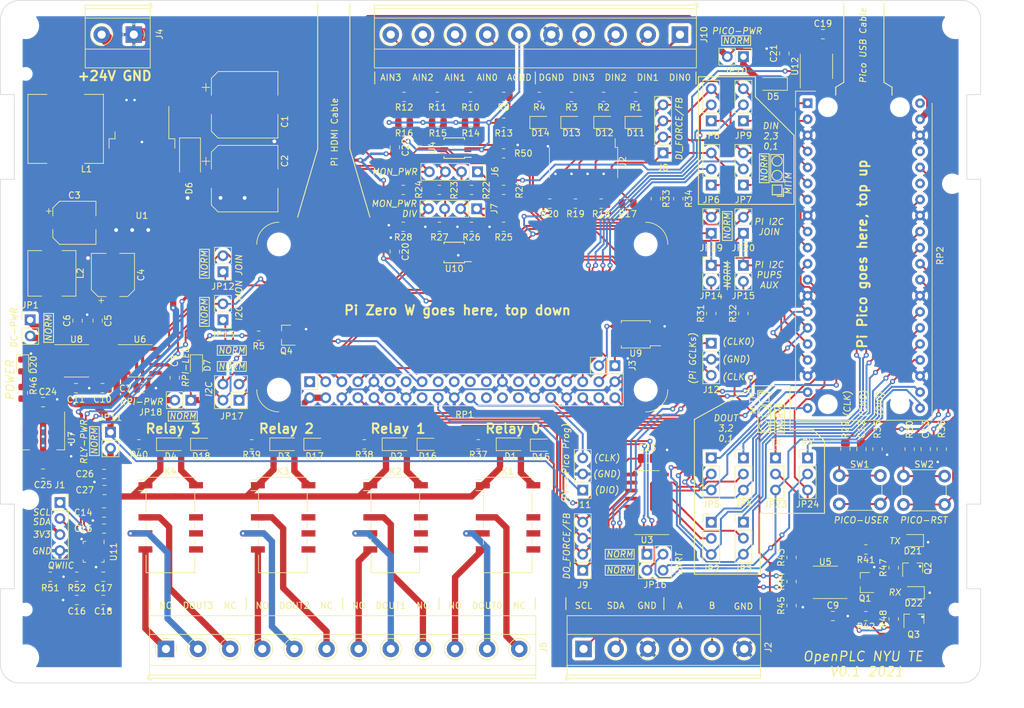
<source format=kicad_pcb>
(kicad_pcb (version 20171130) (host pcbnew 5.1.9-73d0e3b20d~88~ubuntu20.04.1)
  (layers (0 F.Cu signal) (31 B.Cu signal) (34 B.Paste user) (35 F.Paste user) (36 B.SilkS user) (37 F.SilkS user) (38 B.Mask user) (39 F.Mask user) (44 Edge.Cuts user))
  (net 0 "")
  (net 1 +5V)
  (net 2 +3V3)
  (net 3 "Net-(D6-Pad1)")
  (net 4 DO_2)
  (net 5 DO_3)
  (net 6 "Net-(R13-Pad1)")
  (net 7 "Net-(R11-Pad1)")
  (net 8 "Net-(R12-Pad1)")
  (net 9 DO_1)
  (net 10 DO_0)
  (net 11 /2)
  (net 12 /1)
  (net 13 /3)
  (net 14 /4)
  (net 15 /5)
  (net 16 /6)
  (net 17 /7)
  (net 18 /8)
  (net 19 /9)
  (net 20 /10)
  (net 21 /11)
  (net 22 /12)
  (net 23 "Net-(R10-Pad1)")
  (net 24 +24V)
  (net 25 "Net-(D15-Pad2)")
  (net 26 "Net-(D16-Pad2)")
  (net 27 "Net-(D17-Pad2)")
  (net 28 "Net-(D18-Pad2)")
  (net 29 GND)
  (net 30 /TXD)
  (net 31 /RXD)
  (net 32 "Net-(Q1-Pad1)")
  (net 33 "Net-(Q1-Pad3)")
  (net 34 /B)
  (net 35 /A)
  (net 36 "Net-(D20-Pad2)")
  (net 37 "Net-(D21-Pad2)")
  (net 38 "Net-(D22-Pad2)")
  (net 39 "Net-(U3-Pad16)")
  (net 40 "Net-(U3-Pad15)")
  (net 41 "Net-(U3-Pad14)")
  (net 42 "Net-(C3-Pad1)")
  (net 43 "Net-(U4-Pad2)")
  (net 44 "Net-(C10-Pad1)")
  (net 45 /5V_RELAYS)
  (net 46 /5V_PI)
  (net 47 /I_5V_PI)
  (net 48 PI_DI_0)
  (net 49 PI_DI_1)
  (net 50 PI_DO_0)
  (net 51 PI_DI_2)
  (net 52 PI_DO_1)
  (net 53 PI_DO_2)
  (net 54 PI_DI_3)
  (net 55 PI_DO_3)
  (net 56 LED)
  (net 57 /DI_3)
  (net 58 /DI_2)
  (net 59 /DI_1)
  (net 60 /DI_0)
  (net 61 /ST_ENV_DO_3)
  (net 62 /ST_ENV_DO_2)
  (net 63 /ST_ENV_DO_1)
  (net 64 /ST_ENV_DO_0)
  (net 65 /DIN0)
  (net 66 /DIN1)
  (net 67 /DIN2)
  (net 68 /DIN3)
  (net 69 /AIN0)
  (net 70 /AIN1)
  (net 71 /AIN2)
  (net 72 /AIN3)
  (net 73 "Net-(RP1-Pad28)")
  (net 74 "Net-(RP1-Pad27)")
  (net 75 "Net-(RP1-Pad23)")
  (net 76 "Net-(RP1-Pad21)")
  (net 77 "Net-(RP1-Pad19)")
  (net 78 "Net-(RP1-Pad17)")
  (net 79 "Net-(RP1-Pad12)")
  (net 80 "Net-(RP1-Pad1)")
  (net 81 /PI_TXD)
  (net 82 /ST_I2C_SDA)
  (net 83 PI_I2C_SDA)
  (net 84 /ST_I2C_SCL)
  (net 85 PI_I2C_SCL)
  (net 86 /PI_RXD)
  (net 87 /ST_ENV_TXD)
  (net 88 /ST_PI_TXD)
  (net 89 /ST_PI_DI_3)
  (net 90 /ST_PI_DI_2)
  (net 91 /ST_PI_DI_1)
  (net 92 /ST_PI_DI_0)
  (net 93 /TROJ_PB)
  (net 94 /RUN)
  (net 95 /5V_IN)
  (net 96 /5V_PICO)
  (net 97 /I_5V)
  (net 98 /ST_3V3_OUT)
  (net 99 "Net-(RP1-Pad26)")
  (net 100 "Net-(RP1-Pad24)")
  (net 101 "Net-(RP1-Pad16)")
  (net 102 "Net-(RP1-Pad13)")
  (net 103 "Net-(D5-Pad2)")
  (net 104 /MON_I2C_SCL)
  (net 105 /MON_I2C_SDA)
  (net 106 /AGND)
  (net 107 "Net-(U10-Pad2)")
  (net 108 "Net-(C15-Pad1)")
  (net 109 "Net-(C16-Pad1)")
  (net 110 "Net-(R51-Pad1)")
  (net 111 "Net-(R52-Pad1)")
  (net 112 "Net-(U11-Pad15)")
  (net 113 "Net-(U11-Pad11)")
  (net 114 "Net-(U11-Pad9)")
  (net 115 "Net-(C19-Pad1)")
  (net 116 /5V_PICO_IN)
  (net 117 /I_5V_PICO)
  (net 118 "Net-(JP14-Pad2)")
  (net 119 "Net-(JP15-Pad2)")
  (net 120 "Net-(RP2-Pad40)")
  (net 121 "Net-(RP2-Pad37)")
  (net 122 "Net-(RP2-Pad35)")
  (net 123 "Net-(JP18-Pad2)")
  (net 124 /PI_RUN)
  (net 125 /PI_RX_RAW)
  (net 126 /PI_TX_RAW)
  (net 127 /PI_SCL_RAW)
  (net 128 /PI_SDA_RAW)
  (net 129 /PI_RUN_RAW)
  (net 130 "Net-(J3-Pad2)")
  (net 131 "Net-(D11-Pad2)")
  (net 132 "Net-(D12-Pad2)")
  (net 133 "Net-(D13-Pad2)")
  (net 134 "Net-(D11-Pad1)")
  (net 135 "Net-(D12-Pad1)")
  (net 136 "Net-(D13-Pad1)")
  (net 137 "Net-(D14-Pad1)")
  (net 138 "Net-(D14-Pad2)")
  (net 139 "Net-(R35-Pad1)")
  (net 140 "Net-(R36-Pad1)")
  (net 141 "Net-(K1-Pad8)")
  (net 142 "Net-(K1-Pad10)")
  (net 143 "Net-(K1-Pad9)")
  (net 144 "Net-(K2-Pad8)")
  (net 145 "Net-(K2-Pad10)")
  (net 146 "Net-(K2-Pad9)")
  (net 147 "Net-(K3-Pad8)")
  (net 148 "Net-(K3-Pad10)")
  (net 149 "Net-(K3-Pad9)")
  (net 150 "Net-(K4-Pad8)")
  (net 151 "Net-(K4-Pad10)")
  (net 152 "Net-(K4-Pad9)")
  (net 153 /3V3_I_5V_PI)
  (net 154 /3V3_I_5V)
  (net 155 /3V3_5V)
  (net 156 /3V3_I_5V_PICO)
  (net 157 "Net-(C4-Pad1)")
  (net 158 /DO0_RELAY)
  (net 159 /DO1_RELAY)
  (net 160 /DO2_RELAY)
  (net 161 /DO3_RELAY)
  (net 162 /SWCLK)
  (net 163 /SWDIO)
  (net 164 "Net-(C8-Pad1)")
  (net 165 /CLK1)
  (net 166 /CLK0)
  (net 167 "Net-(RP1-Pad11)")
  (net 168 "Net-(D7-Pad1)")
  (net 169 "Net-(Q4-Pad3)")
  (module LED_SMD:LED_0805_2012Metric (layer F.Cu) (at 169.399 118.726 180)
    (fp_text reference D22 (at 0 -1.65) (layer F.SilkS))
    (fp_text value LED)
    (pad 2 smd roundrect (at 0.9375 0 180) (size 0.975 1.4) (layers F.Cu F.Paste F.Mask) (net 38 "Net-(D22-Pad2)"))
    (pad 1 smd roundrect (at -0.9375 0 180) (size 0.975 1.4) (layers F.Cu F.Paste F.Mask) (net 29 GND))
  )
  (module LED_SMD:LED_0805_2012Metric (layer F.Cu) (at 169.272 110.469 180)
    (fp_text reference D21 (at 0 -1.65) (layer F.SilkS))
    (fp_text value LED)
    (pad 2 smd roundrect (at 0.9375 0 180) (size 0.975 1.4) (layers F.Cu F.Paste F.Mask) (net 37 "Net-(D21-Pad2)"))
    (pad 1 smd roundrect (at -0.9375 0 180) (size 0.975 1.4) (layers F.Cu F.Paste F.Mask) (net 29 GND))
  )
  (module Capacitor_SMD:C_0805_2012Metric (layer F.Cu) (at 127.235 97.46)
    (fp_text reference C23 (at 0 -1.68) (layer F.SilkS))
    (fp_text value 100nf)
    (pad 2 smd roundrect (at 0.95 0) (size 1 1.45) (layers F.Cu F.Paste F.Mask) (net 29 GND))
    (pad 1 smd roundrect (at -0.95 0) (size 1 1.45) (layers F.Cu F.Paste F.Mask) (net 1 +5V))
  )
  (module Capacitor_SMD:C_0805_2012Metric (layer F.Cu) (at 87.357 48.241 270)
    (fp_text reference C22 (at 0 -1.68 90) (layer F.SilkS))
    (fp_text value 100n)
    (pad 2 smd roundrect (at 0.95 0 270) (size 1 1.45) (layers F.Cu F.Paste F.Mask) (net 2 +3V3))
    (pad 1 smd roundrect (at -0.95 0 270) (size 1 1.45) (layers F.Cu F.Paste F.Mask) (net 106 /AGND))
  )
  (module Capacitor_SMD:C_0805_2012Metric (layer F.Cu) (at 156.622 122.409)
    (fp_text reference C9 (at 0 -1.68) (layer F.SilkS))
    (fp_text value 100nF)
    (pad 2 smd roundrect (at 0.95 0) (size 1 1.45) (layers F.Cu F.Paste F.Mask) (net 29 GND))
    (pad 1 smd roundrect (at -0.95 0) (size 1 1.45) (layers F.Cu F.Paste F.Mask) (net 2 +3V3))
  )
  (module kiwih_kicad:jlcpcb-fiducial (layer F.Cu) (at 29 121.38)
    (fp_text reference FID3 hide)
    (fp_text value Fiducial)
    (pad "" np_thru_hole circle (at 0 0) (size 1.152 1.152) (drill 1.152) (layers *.Cu *.Mask))
  )
  (module kiwih_kicad:jlcpcb-fiducial (layer F.Cu) (at 176 121.38)
    (fp_text reference FID2 hide)
    (fp_text value Fiducial)
    (pad "" np_thru_hole circle (at 0 0) (size 1.152 1.152) (drill 1.152) (layers *.Cu *.Mask))
  )
  (module kiwih_kicad:jlcpcb-fiducial (layer F.Cu) (at 29 36.62)
    (fp_text reference FID1 hide)
    (fp_text value Fiducial)
    (pad "" np_thru_hole circle (at 0 0) (size 1.152 1.152) (drill 1.152) (layers *.Cu *.Mask))
  )
  (module kiwih_kicad:L_7.1x6.6_H3 (layer F.Cu) (at 33.128 68.18 270)
    (fp_text reference L2 (at 0 -4.5 90) (layer F.SilkS))
    (fp_text value 3.3uH)
    (pad 2 smd rect (at 2.775 0 270) (size 1.95 3) (layers F.Cu F.Paste F.Mask) (net 157 "Net-(C4-Pad1)"))
    (pad 1 smd rect (at -2.775 0 270) (size 1.95 3) (layers F.Cu F.Paste F.Mask) (net 42 "Net-(C3-Pad1)"))
  )
  (module Capacitor_SMD:C_0805_2012Metric (layer F.Cu) (at 41.444 102.47 180)
    (fp_text reference C27 (at 3.109 0) (layer F.SilkS))
    (fp_text value 100nF)
    (pad 2 smd roundrect (at 0.95 0 180) (size 1 1.45) (layers F.Cu F.Paste F.Mask) (net 29 GND))
    (pad 1 smd roundrect (at -0.95 0 180) (size 1 1.45) (layers F.Cu F.Paste F.Mask) (net 45 /5V_RELAYS))
  )
  (module Capacitor_SMD:C_0805_2012Metric (layer F.Cu) (at 41.383 99.93 180)
    (fp_text reference C26 (at 3.048 0) (layer F.SilkS))
    (fp_text value 4.7uF)
    (pad 2 smd roundrect (at 0.95 0 180) (size 1 1.45) (layers F.Cu F.Paste F.Mask) (net 29 GND))
    (pad 1 smd roundrect (at -0.95 0 180) (size 1 1.45) (layers F.Cu F.Paste F.Mask) (net 45 /5V_RELAYS))
  )
  (module Package_TO_SOT_SMD:SOT-23 (layer F.Cu) (at 70.212 77.959 180)
    (fp_text reference Q4 (at 0 -2.5) (layer F.SilkS))
    (fp_text value 2N7002)
    (pad 3 smd rect (at 1 0 180) (size 0.9 0.8) (layers F.Cu F.Paste F.Mask) (net 169 "Net-(Q4-Pad3)"))
    (pad 2 smd rect (at -1 0.95 180) (size 0.9 0.8) (layers F.Cu F.Paste F.Mask) (net 29 GND))
    (pad 1 smd rect (at -1 -0.95 180) (size 0.9 0.8) (layers F.Cu F.Paste F.Mask) (net 56 LED))
  )
  (module LED_SMD:LED_0805_2012Metric (layer F.Cu) (at 55.988 82.751 270)
    (fp_text reference D7 (at 0 -1.716 270) (layer F.SilkS))
    (fp_text value LED)
    (pad 2 smd roundrect (at 0.9375 0 270) (size 0.975 1.4) (layers F.Cu F.Paste F.Mask) (net 46 /5V_PI))
    (pad 1 smd roundrect (at -0.9375 0 270) (size 0.975 1.4) (layers F.Cu F.Paste F.Mask) (net 168 "Net-(D7-Pad1)"))
  )
  (module Resistor_SMD:R_0805_2012Metric (layer F.Cu) (at 46.898 95.236 180)
    (fp_text reference R40 (at 0 -1.65) (layer F.SilkS))
    (fp_text value 120R)
    (pad 2 smd roundrect (at 0.9125 0 180) (size 1.025 1.4) (layers F.Cu F.Paste F.Mask) (roundrect_rratio 0.2439014634146341) (net 28 "Net-(D18-Pad2)"))
    (pad 1 smd roundrect (at -0.9125 0 180) (size 1.025 1.4) (layers F.Cu F.Paste F.Mask) (roundrect_rratio 0.2439014634146341) (net 45 /5V_RELAYS))
  )
  (module Resistor_SMD:R_0805_2012Metric (layer F.Cu) (at 64.714286 95.236 180)
    (fp_text reference R39 (at 0 -1.65) (layer F.SilkS))
    (fp_text value 120R)
    (pad 2 smd roundrect (at 0.9125 0 180) (size 1.025 1.4) (layers F.Cu F.Paste F.Mask) (roundrect_rratio 0.2439014634146341) (net 27 "Net-(D17-Pad2)"))
    (pad 1 smd roundrect (at -0.9125 0 180) (size 1.025 1.4) (layers F.Cu F.Paste F.Mask) (roundrect_rratio 0.2439014634146341) (net 45 /5V_RELAYS))
  )
  (module Resistor_SMD:R_0805_2012Metric (layer F.Cu) (at 82.530572 95.236 180)
    (fp_text reference R38 (at 0 -1.65) (layer F.SilkS))
    (fp_text value 120R)
    (pad 2 smd roundrect (at 0.9125 0 180) (size 1.025 1.4) (layers F.Cu F.Paste F.Mask) (roundrect_rratio 0.2439014634146341) (net 26 "Net-(D16-Pad2)"))
    (pad 1 smd roundrect (at -0.9125 0 180) (size 1.025 1.4) (layers F.Cu F.Paste F.Mask) (roundrect_rratio 0.2439014634146341) (net 45 /5V_RELAYS))
  )
  (module Resistor_SMD:R_0805_2012Metric (layer F.Cu) (at 100.565 95.226 180)
    (fp_text reference R37 (at 0 -1.65) (layer F.SilkS))
    (fp_text value 120R)
    (pad 2 smd roundrect (at 0.9125 0 180) (size 1.025 1.4) (layers F.Cu F.Paste F.Mask) (roundrect_rratio 0.2439014634146341) (net 25 "Net-(D15-Pad2)"))
    (pad 1 smd roundrect (at -0.9125 0 180) (size 1.025 1.4) (layers F.Cu F.Paste F.Mask) (roundrect_rratio 0.2439014634146341) (net 45 /5V_RELAYS))
  )
  (module Resistor_SMD:R_0805_2012Metric (layer F.Cu) (at 65.832 78.052)
    (fp_text reference R5 (at 0 1.651) (layer F.SilkS))
    (fp_text value 120R)
    (pad 2 smd roundrect (at 0.9125 0) (size 1.025 1.4) (layers F.Cu F.Paste F.Mask) (roundrect_rratio 0.2439014634146341) (net 169 "Net-(Q4-Pad3)"))
    (pad 1 smd roundrect (at -0.9125 0) (size 1.025 1.4) (layers F.Cu F.Paste F.Mask) (roundrect_rratio 0.2439014634146341) (net 168 "Net-(D7-Pad1)"))
  )
  (module Connector_PinHeader_2.54mm:PinHeader_1x03_P2.54mm_Vertical (layer F.Cu) (at 137.395 79.229)
    (fp_text reference J12 (at 0 7.366) (layer F.SilkS))
    (fp_text value Conn_01x03)
    (pad 3 thru_hole oval (at 0 5.08) (size 1.7 1.7) (drill 1) (layers *.Cu *.Mask) (net 165 /CLK1))
    (pad 2 thru_hole oval (at 0 2.54) (size 1.7 1.7) (drill 1) (layers *.Cu *.Mask) (net 29 GND))
    (pad 1 thru_hole rect (at 0 0) (size 1.7 1.7) (drill 1) (layers *.Cu *.Mask) (net 166 /CLK0))
  )
  (module kiwih_kicad:L_10x11.5mm_H4mm (layer F.Cu) (at 35.304 45.32 270)
    (fp_text reference L1 (at 6.35 -3.285 180) (layer F.SilkS))
    (fp_text value 68uH)
    (pad 2 smd rect (at 4.7625 0 270) (size 4.1 4.1) (layers F.Cu F.Paste F.Mask) (net 42 "Net-(C3-Pad1)"))
    (pad 1 smd rect (at -4.7625 0 270) (size 4.1 4.1) (layers F.Cu F.Paste F.Mask) (net 3 "Net-(D6-Pad1)"))
  )
  (module Capacitor_SMD:C_0805_2012Metric (layer F.Cu) (at 37.192 75.673 90)
    (fp_text reference C6 (at 0 -1.68 90) (layer F.SilkS))
    (fp_text value 100nF)
    (pad 2 smd roundrect (at 0.95 0 90) (size 1 1.45) (layers F.Cu F.Paste F.Mask) (net 29 GND))
    (pad 1 smd roundrect (at -0.95 0 90) (size 1 1.45) (layers F.Cu F.Paste F.Mask) (net 157 "Net-(C4-Pad1)"))
  )
  (module Connector_PinHeader_2.54mm:PinHeader_1x03_P2.54mm_Vertical (layer F.Cu) (at 117.075 102.47 180)
    (fp_text reference J11 (at 0 -2.33) (layer F.SilkS))
    (fp_text value Conn_01x03)
    (pad 3 thru_hole oval (at 0 5.08 180) (size 1.7 1.7) (drill 1) (layers *.Cu *.Mask) (net 162 /SWCLK))
    (pad 2 thru_hole oval (at 0 2.54 180) (size 1.7 1.7) (drill 1) (layers *.Cu *.Mask) (net 29 GND))
    (pad 1 thru_hole rect (at 0 0 180) (size 1.7 1.7) (drill 1) (layers *.Cu *.Mask) (net 163 /SWDIO))
  )
  (module Connector_PinHeader_2.54mm:PinHeader_1x04_P2.54mm_Vertical (layer F.Cu) (at 117.075 115.17 180)
    (fp_text reference J9 (at 0 -2.33) (layer F.SilkS))
    (fp_text value Conn_01x04)
    (pad 4 thru_hole oval (at 0 7.62 180) (size 1.7 1.7) (drill 1) (layers *.Cu *.Mask) (net 161 /DO3_RELAY))
    (pad 3 thru_hole oval (at 0 5.08 180) (size 1.7 1.7) (drill 1) (layers *.Cu *.Mask) (net 160 /DO2_RELAY))
    (pad 2 thru_hole oval (at 0 2.54 180) (size 1.7 1.7) (drill 1) (layers *.Cu *.Mask) (net 159 /DO1_RELAY))
    (pad 1 thru_hole rect (at 0 0 180) (size 1.7 1.7) (drill 1) (layers *.Cu *.Mask) (net 158 /DO0_RELAY))
  )
  (module Connector_PinHeader_2.54mm:PinHeader_1x04_P2.54mm_Vertical (layer F.Cu) (at 129.775 49.13 180)
    (fp_text reference J8 (at 0 -2.33) (layer F.SilkS))
    (fp_text value Conn_01x04)
    (pad 4 thru_hole oval (at 0 7.62 180) (size 1.7 1.7) (drill 1) (layers *.Cu *.Mask) (net 57 /DI_3))
    (pad 3 thru_hole oval (at 0 5.08 180) (size 1.7 1.7) (drill 1) (layers *.Cu *.Mask) (net 58 /DI_2))
    (pad 2 thru_hole oval (at 0 2.54 180) (size 1.7 1.7) (drill 1) (layers *.Cu *.Mask) (net 59 /DI_1))
    (pad 1 thru_hole rect (at 0 0 180) (size 1.7 1.7) (drill 1) (layers *.Cu *.Mask) (net 60 /DI_0))
  )
  (module kiwih_kicad:raspberrypi-pico-module (layer F.Cu) (at 161.525 65.386)
    (fp_text reference RP2 (at 12.065 0 270) (layer F.SilkS))
    (fp_text value raspberrypi-pico-module)
    (pad "" np_thru_hole circle (at 5.7 23.5) (size 2.1 2.1) (drill 2.1) (layers *.Cu *.Mask))
    (pad "" np_thru_hole circle (at -5.7 23.5) (size 2.1 2.1) (drill 2.1) (layers *.Cu *.Mask))
    (pad "" np_thru_hole circle (at 5.7 -23.5) (size 2.1 2.1) (drill 2.1) (layers *.Cu *.Mask))
    (pad "" np_thru_hole circle (at -5.7 -23.5) (size 2.1 2.1) (drill 2.1) (layers *.Cu *.Mask))
    (pad 40 thru_hole circle (at 8.89 -24.13) (size 1.524 1.524) (drill 0.762) (layers *.Cu *.Mask) (net 120 "Net-(RP2-Pad40)"))
    (pad 39 thru_hole circle (at 8.89 -21.59) (size 1.524 1.524) (drill 0.762) (layers *.Cu *.Mask) (net 96 /5V_PICO))
    (pad 38 thru_hole circle (at 8.89 -19.05) (size 1.524 1.524) (drill 0.762) (layers *.Cu *.Mask) (net 29 GND))
    (pad 37 thru_hole circle (at 8.89 -16.51) (size 1.524 1.524) (drill 0.762) (layers *.Cu *.Mask) (net 121 "Net-(RP2-Pad37)"))
    (pad 36 thru_hole circle (at 8.89 -13.97) (size 1.524 1.524) (drill 0.762) (layers *.Cu *.Mask) (net 98 /ST_3V3_OUT))
    (pad 35 thru_hole circle (at 8.89 -11.43) (size 1.524 1.524) (drill 0.762) (layers *.Cu *.Mask) (net 122 "Net-(RP2-Pad35)"))
    (pad 34 thru_hole circle (at 8.89 -8.89) (size 1.524 1.524) (drill 0.762) (layers *.Cu *.Mask) (net 124 /PI_RUN))
    (pad 33 thru_hole circle (at 8.89 -6.35) (size 1.524 1.524) (drill 0.762) (layers *.Cu *.Mask) (net 29 GND))
    (pad 32 thru_hole circle (at 8.89 -3.81) (size 1.524 1.524) (drill 0.762) (layers *.Cu *.Mask) (net 62 /ST_ENV_DO_2))
    (pad 31 thru_hole circle (at 8.89 -1.27) (size 1.524 1.524) (drill 0.762) (layers *.Cu *.Mask) (net 53 PI_DO_2))
    (pad 30 thru_hole circle (at 8.89 1.27) (size 1.524 1.524) (drill 0.762) (layers *.Cu *.Mask) (net 94 /RUN))
    (pad 29 thru_hole circle (at 8.89 3.81) (size 1.524 1.524) (drill 0.762) (layers *.Cu *.Mask) (net 93 /TROJ_PB))
    (pad 28 thru_hole circle (at 8.89 6.35) (size 1.524 1.524) (drill 0.762) (layers *.Cu *.Mask) (net 29 GND))
    (pad 27 thru_hole circle (at 8.89 8.89) (size 1.524 1.524) (drill 0.762) (layers *.Cu *.Mask) (net 64 /ST_ENV_DO_0))
    (pad 26 thru_hole circle (at 8.89 11.43) (size 1.524 1.524) (drill 0.762) (layers *.Cu *.Mask) (net 50 PI_DO_0))
    (pad 25 thru_hole circle (at 8.89 13.97) (size 1.524 1.524) (drill 0.762) (layers *.Cu *.Mask) (net 63 /ST_ENV_DO_1))
    (pad 24 thru_hole circle (at 8.89 16.51) (size 1.524 1.524) (drill 0.762) (layers *.Cu *.Mask) (net 52 PI_DO_1))
    (pad 23 thru_hole circle (at 8.89 19.05) (size 1.524 1.524) (drill 0.762) (layers *.Cu *.Mask) (net 29 GND))
    (pad 22 thru_hole circle (at 8.89 21.59) (size 1.524 1.524) (drill 0.762) (layers *.Cu *.Mask) (net 81 /PI_TXD))
    (pad 21 thru_hole circle (at 8.89 24.13) (size 1.524 1.524) (drill 0.762) (layers *.Cu *.Mask) (net 88 /ST_PI_TXD))
    (pad 20 thru_hole circle (at -8.89 24.13) (size 1.524 1.524) (drill 0.762) (layers *.Cu *.Mask) (net 55 PI_DO_3))
    (pad 19 thru_hole circle (at -8.89 21.59) (size 1.524 1.524) (drill 0.762) (layers *.Cu *.Mask) (net 61 /ST_ENV_DO_3))
    (pad 18 thru_hole circle (at -8.89 19.05) (size 1.524 1.524) (drill 0.762) (layers *.Cu *.Mask) (net 29 GND))
    (pad 17 thru_hole circle (at -8.89 16.51) (size 1.524 1.524) (drill 0.762) (layers *.Cu *.Mask) (net 85 PI_I2C_SCL))
    (pad 16 thru_hole circle (at -8.89 13.97) (size 1.524 1.524) (drill 0.762) (layers *.Cu *.Mask) (net 83 PI_I2C_SDA))
    (pad 15 thru_hole circle (at -8.89 11.43) (size 1.524 1.524) (drill 0.762) (layers *.Cu *.Mask) (net 84 /ST_I2C_SCL))
    (pad 14 thru_hole circle (at -8.89 8.89) (size 1.524 1.524) (drill 0.762) (layers *.Cu *.Mask) (net 82 /ST_I2C_SDA))
    (pad 13 thru_hole circle (at -8.89 6.35) (size 1.524 1.524) (drill 0.762) (layers *.Cu *.Mask) (net 29 GND))
    (pad 12 thru_hole circle (at -8.89 3.81) (size 1.524 1.524) (drill 0.762) (layers *.Cu *.Mask) (net 31 /RXD))
    (pad 11 thru_hole circle (at -8.89 1.27) (size 1.524 1.524) (drill 0.762) (layers *.Cu *.Mask) (net 87 /ST_ENV_TXD))
    (pad 10 thru_hole circle (at -8.89 -1.27) (size 1.524 1.524) (drill 0.762) (layers *.Cu *.Mask) (net 92 /ST_PI_DI_0))
    (pad 9 thru_hole circle (at -8.89 -3.81) (size 1.524 1.524) (drill 0.762) (layers *.Cu *.Mask) (net 60 /DI_0))
    (pad 8 thru_hole circle (at -8.89 -6.35) (size 1.524 1.524) (drill 0.762) (layers *.Cu *.Mask) (net 29 GND))
    (pad 7 thru_hole circle (at -8.89 -8.89) (size 1.524 1.524) (drill 0.762) (layers *.Cu *.Mask) (net 91 /ST_PI_DI_1))
    (pad 6 thru_hole circle (at -8.89 -11.43) (size 1.524 1.524) (drill 0.762) (layers *.Cu *.Mask) (net 59 /DI_1))
    (pad 5 thru_hole circle (at -8.89 -13.97) (size 1.524 1.524) (drill 0.762) (layers *.Cu *.Mask) (net 90 /ST_PI_DI_2))
    (pad 4 thru_hole circle (at -8.89 -16.51) (size 1.524 1.524) (drill 0.762) (layers *.Cu *.Mask) (net 58 /DI_2))
    (pad 3 thru_hole circle (at -8.89 -19.05) (size 1.524 1.524) (drill 0.762) (layers *.Cu *.Mask) (net 29 GND))
    (pad 2 thru_hole circle (at -8.89 -21.59) (size 1.524 1.524) (drill 0.762) (layers *.Cu *.Mask) (net 89 /ST_PI_DI_3))
    (pad 1 thru_hole rect (at -8.89 -24.13) (size 1.524 1.524) (drill 0.762) (layers *.Cu *.Mask) (net 57 /DI_3))
  )
  (module Capacitor_SMD:CP_Elec_10x10 (layer F.Cu) (at 63.608 41.51)
    (fp_text reference C1 (at 6.35 2.667 90) (layer F.SilkS))
    (fp_text value 220uF)
    (pad 2 smd roundrect (at 4 0) (size 4 2.5) (layers F.Cu F.Paste F.Mask) (roundrect_rratio 0.1) (net 29 GND))
    (pad 1 smd roundrect (at -4 0) (size 4 2.5) (layers F.Cu F.Paste F.Mask) (roundrect_rratio 0.1) (net 24 +24V))
  )
  (module Capacitor_SMD:CP_Elec_6.3x7.7 (layer F.Cu) (at 42.78 68.434 90)
    (fp_text reference C4 (at 0 4.445 90) (layer F.SilkS))
    (fp_text value 180uF)
    (pad 2 smd roundrect (at 2.7 0 90) (size 3.5 1.6) (layers F.Cu F.Paste F.Mask) (roundrect_rratio 0.15625) (net 29 GND))
    (pad 1 smd roundrect (at -2.7 0 90) (size 3.5 1.6) (layers F.Cu F.Paste F.Mask) (roundrect_rratio 0.15625) (net 157 "Net-(C4-Pad1)"))
  )
  (module Capacitor_SMD:CP_Elec_6.3x7.7 (layer F.Cu) (at 36.684 60.179)
    (fp_text reference C3 (at 0 -4.35) (layer F.SilkS))
    (fp_text value 180uF)
    (pad 2 smd roundrect (at 2.7 0) (size 3.5 1.6) (layers F.Cu F.Paste F.Mask) (roundrect_rratio 0.15625) (net 29 GND))
    (pad 1 smd roundrect (at -2.7 0) (size 3.5 1.6) (layers F.Cu F.Paste F.Mask) (roundrect_rratio 0.15625) (net 42 "Net-(C3-Pad1)"))
  )
  (module Capacitor_SMD:CP_Elec_10x10 (layer F.Cu) (at 63.608 53.194)
    (fp_text reference C2 (at 6.35 -2.794 90) (layer F.SilkS))
    (fp_text value 220uF)
    (pad 2 smd roundrect (at 4 0) (size 4 2.5) (layers F.Cu F.Paste F.Mask) (roundrect_rratio 0.1) (net 29 GND))
    (pad 1 smd roundrect (at -4 0) (size 4 2.5) (layers F.Cu F.Paste F.Mask) (roundrect_rratio 0.1) (net 24 +24V))
  )
  (module Capacitor_SMD:C_0805_2012Metric (layer F.Cu) (at 40.367 75.673 90)
    (fp_text reference C5 (at 0 1.651 90) (layer F.SilkS))
    (fp_text value 4.7uF)
    (pad 2 smd roundrect (at 0.95 0 90) (size 1 1.45) (layers F.Cu F.Paste F.Mask) (net 29 GND))
    (pad 1 smd roundrect (at -0.95 0 90) (size 1 1.45) (layers F.Cu F.Paste F.Mask) (net 157 "Net-(C4-Pad1)"))
  )
  (module Connector_PinSocket_2.54mm:PinSocket_1x04_P2.54mm_Vertical (layer F.Cu) (at 100.311 57.9565 270)
    (fp_text reference J7 (at 0 -2.77 90) (layer F.SilkS))
    (fp_text value Conn_01x04)
    (pad 4 thru_hole oval (at 0 7.62 270) (size 1.7 1.7) (drill 1) (layers *.Cu *.Mask) (net 153 /3V3_I_5V_PI))
    (pad 3 thru_hole oval (at 0 5.08 270) (size 1.7 1.7) (drill 1) (layers *.Cu *.Mask) (net 154 /3V3_I_5V))
    (pad 2 thru_hole oval (at 0 2.54 270) (size 1.7 1.7) (drill 1) (layers *.Cu *.Mask) (net 155 /3V3_5V))
    (pad 1 thru_hole rect (at 0 0 270) (size 1.7 1.7) (drill 1) (layers *.Cu *.Mask) (net 156 /3V3_I_5V_PICO))
  )
  (module Connector_PinSocket_2.54mm:PinSocket_1x04_P2.54mm_Vertical (layer F.Cu) (at 100.438 52.1145 270)
    (fp_text reference J6 (at 0 -2.77 90) (layer F.SilkS))
    (fp_text value Conn_01x04)
    (pad 4 thru_hole oval (at 0 7.62 270) (size 1.7 1.7) (drill 1) (layers *.Cu *.Mask) (net 47 /I_5V_PI))
    (pad 3 thru_hole oval (at 0 5.08 270) (size 1.7 1.7) (drill 1) (layers *.Cu *.Mask) (net 97 /I_5V))
    (pad 2 thru_hole oval (at 0 2.54 270) (size 1.7 1.7) (drill 1) (layers *.Cu *.Mask) (net 1 +5V))
    (pad 1 thru_hole rect (at 0 0 270) (size 1.7 1.7) (drill 1) (layers *.Cu *.Mask) (net 117 /I_5V_PICO))
  )
  (module kiwih_kicad:RPiZero-Hat (layer F.Cu) (at 73.895 87.865)
    (fp_text reference RP1 (at 24.5 2.667 180) (layer F.SilkS))
    (fp_text value Raspberry_Pi_2_3)
    (pad "" np_thru_hole circle (at 53.13 -24.27) (size 2.75 2.75) (drill 2.75) (layers *.Cu *.Mask))
    (pad "" np_thru_hole circle (at -4.87 -24.27) (size 2.75 2.75) (drill 2.75) (layers *.Cu *.Mask))
    (pad "" np_thru_hole circle (at 53.13 -1.27) (size 2.75 2.75) (drill 2.75) (layers *.Cu *.Mask))
    (pad "" np_thru_hole circle (at -4.87 -1.27) (size 2.75 2.75) (drill 2.75) (layers *.Cu *.Mask))
    (pad 40 thru_hole oval (at 48.26 0 90) (size 1.7 1.7) (drill 1) (layers *.Cu *.Mask) (net 55 PI_DO_3))
    (pad 39 thru_hole oval (at 48.26 -2.54 90) (size 1.7 1.7) (drill 1) (layers *.Cu *.Mask) (net 29 GND))
    (pad 38 thru_hole oval (at 45.72 0 90) (size 1.7 1.7) (drill 1) (layers *.Cu *.Mask) (net 53 PI_DO_2))
    (pad 37 thru_hole oval (at 45.72 -2.54 90) (size 1.7 1.7) (drill 1) (layers *.Cu *.Mask) (net 48 PI_DI_0))
    (pad 36 thru_hole oval (at 43.18 0 90) (size 1.7 1.7) (drill 1) (layers *.Cu *.Mask) (net 50 PI_DO_0))
    (pad 35 thru_hole oval (at 43.18 -2.54 90) (size 1.7 1.7) (drill 1) (layers *.Cu *.Mask) (net 49 PI_DI_1))
    (pad 34 thru_hole oval (at 40.64 0 90) (size 1.7 1.7) (drill 1) (layers *.Cu *.Mask) (net 29 GND))
    (pad 33 thru_hole oval (at 40.64 -2.54 90) (size 1.7 1.7) (drill 1) (layers *.Cu *.Mask) (net 51 PI_DI_2))
    (pad 32 thru_hole oval (at 38.1 0 90) (size 1.7 1.7) (drill 1) (layers *.Cu *.Mask) (net 52 PI_DO_1))
    (pad 31 thru_hole oval (at 38.1 -2.54 90) (size 1.7 1.7) (drill 1) (layers *.Cu *.Mask) (net 54 PI_DI_3))
    (pad 30 thru_hole oval (at 35.56 0 90) (size 1.7 1.7) (drill 1) (layers *.Cu *.Mask) (net 29 GND))
    (pad 29 thru_hole oval (at 35.56 -2.54 90) (size 1.7 1.7) (drill 1) (layers *.Cu *.Mask) (net 165 /CLK1))
    (pad 28 thru_hole oval (at 33.02 0 90) (size 1.7 1.7) (drill 1) (layers *.Cu *.Mask) (net 73 "Net-(RP1-Pad28)"))
    (pad 27 thru_hole oval (at 33.02 -2.54 90) (size 1.7 1.7) (drill 1) (layers *.Cu *.Mask) (net 74 "Net-(RP1-Pad27)"))
    (pad 26 thru_hole oval (at 30.48 0 90) (size 1.7 1.7) (drill 1) (layers *.Cu *.Mask) (net 99 "Net-(RP1-Pad26)"))
    (pad 25 thru_hole oval (at 30.48 -2.54 90) (size 1.7 1.7) (drill 1) (layers *.Cu *.Mask) (net 29 GND))
    (pad 24 thru_hole oval (at 27.94 0 90) (size 1.7 1.7) (drill 1) (layers *.Cu *.Mask) (net 100 "Net-(RP1-Pad24)"))
    (pad 23 thru_hole oval (at 27.94 -2.54 90) (size 1.7 1.7) (drill 1) (layers *.Cu *.Mask) (net 75 "Net-(RP1-Pad23)"))
    (pad 22 thru_hole oval (at 25.4 0 90) (size 1.7 1.7) (drill 1) (layers *.Cu *.Mask) (net 162 /SWCLK))
    (pad 21 thru_hole oval (at 25.4 -2.54 90) (size 1.7 1.7) (drill 1) (layers *.Cu *.Mask) (net 76 "Net-(RP1-Pad21)"))
    (pad 20 thru_hole oval (at 22.86 0 90) (size 1.7 1.7) (drill 1) (layers *.Cu *.Mask) (net 29 GND))
    (pad 19 thru_hole oval (at 22.86 -2.54 90) (size 1.7 1.7) (drill 1) (layers *.Cu *.Mask) (net 77 "Net-(RP1-Pad19)"))
    (pad 18 thru_hole oval (at 20.32 0 90) (size 1.7 1.7) (drill 1) (layers *.Cu *.Mask) (net 163 /SWDIO))
    (pad 17 thru_hole oval (at 20.32 -2.54 90) (size 1.7 1.7) (drill 1) (layers *.Cu *.Mask) (net 78 "Net-(RP1-Pad17)"))
    (pad 16 thru_hole oval (at 17.78 0 90) (size 1.7 1.7) (drill 1) (layers *.Cu *.Mask) (net 101 "Net-(RP1-Pad16)"))
    (pad 15 thru_hole oval (at 17.78 -2.54 90) (size 1.7 1.7) (drill 1) (layers *.Cu *.Mask) (net 56 LED))
    (pad 14 thru_hole oval (at 15.24 0 90) (size 1.7 1.7) (drill 1) (layers *.Cu *.Mask) (net 29 GND))
    (pad 13 thru_hole oval (at 15.24 -2.54 90) (size 1.7 1.7) (drill 1) (layers *.Cu *.Mask) (net 102 "Net-(RP1-Pad13)"))
    (pad 12 thru_hole oval (at 12.7 0 90) (size 1.7 1.7) (drill 1) (layers *.Cu *.Mask) (net 79 "Net-(RP1-Pad12)"))
    (pad 11 thru_hole oval (at 12.7 -2.54 90) (size 1.7 1.7) (drill 1) (layers *.Cu *.Mask) (net 167 "Net-(RP1-Pad11)"))
    (pad 10 thru_hole oval (at 10.16 0 90) (size 1.7 1.7) (drill 1) (layers *.Cu *.Mask) (net 125 /PI_RX_RAW))
    (pad 9 thru_hole oval (at 10.16 -2.54 90) (size 1.7 1.7) (drill 1) (layers *.Cu *.Mask) (net 29 GND))
    (pad 8 thru_hole oval (at 7.62 0 90) (size 1.7 1.7) (drill 1) (layers *.Cu *.Mask) (net 126 /PI_TX_RAW))
    (pad 7 thru_hole oval (at 7.62 -2.54 90) (size 1.7 1.7) (drill 1) (layers *.Cu *.Mask) (net 166 /CLK0))
    (pad 6 thru_hole oval (at 5.08 0 90) (size 1.7 1.7) (drill 1) (layers *.Cu *.Mask) (net 29 GND))
    (pad 5 thru_hole oval (at 5.08 -2.54 90) (size 1.7 1.7) (drill 1) (layers *.Cu *.Mask) (net 127 /PI_SCL_RAW))
    (pad 4 thru_hole oval (at 2.54 0 90) (size 1.7 1.7) (drill 1) (layers *.Cu *.Mask) (net 46 /5V_PI))
    (pad 3 thru_hole oval (at 2.54 -2.54 90) (size 1.7 1.7) (drill 1) (layers *.Cu *.Mask) (net 128 /PI_SDA_RAW))
    (pad 2 thru_hole oval (at 0 0 90) (size 1.7 1.7) (drill 1) (layers *.Cu *.Mask) (net 46 /5V_PI))
    (pad 1 thru_hole rect (at 0 -2.54 90) (size 1.7 1.7) (drill 1) (layers *.Cu *.Mask) (net 80 "Net-(RP1-Pad1)"))
  )
  (module Relay_SMD:Relay_DPDT_Omron_G6S-2F (layer F.Cu) (at 51.924 108.058)
    (fp_text reference K4 (at -0.04 -8.55) (layer F.SilkS))
    (fp_text value G6S-2)
    (pad 5 smd rect (at -4 3.81) (size 2.2 1) (layers F.Cu F.Paste F.Mask) (net 20 /10))
    (pad 8 smd rect (at 4 3.81) (size 2.2 1) (layers F.Cu F.Paste F.Mask) (net 150 "Net-(K4-Pad8)"))
    (pad 3 smd rect (at -4 -1.27) (size 2.2 1) (layers F.Cu F.Paste F.Mask) (net 22 /12))
    (pad 1 smd rect (at -4 -6.35) (size 2.2 1) (layers F.Cu F.Paste F.Mask) (net 45 /5V_RELAYS))
    (pad 10 smd rect (at 4 -1.27) (size 2.2 1) (layers F.Cu F.Paste F.Mask) (net 151 "Net-(K4-Pad10)"))
    (pad 12 smd rect (at 4 -6.35) (size 2.2 1) (layers F.Cu F.Paste F.Mask) (net 161 /DO3_RELAY))
    (pad 4 smd rect (at -4 1.27) (size 2.2 1) (layers F.Cu F.Paste F.Mask) (net 21 /11))
    (pad 9 smd rect (at 4 1.27) (size 2.2 1) (layers F.Cu F.Paste F.Mask) (net 152 "Net-(K4-Pad9)"))
  )
  (module Relay_SMD:Relay_DPDT_Omron_G6S-2F (layer F.Cu) (at 69.704 108.058)
    (fp_text reference K3 (at -0.04 -8.55) (layer F.SilkS))
    (fp_text value G6S-2)
    (pad 5 smd rect (at -4 3.81) (size 2.2 1) (layers F.Cu F.Paste F.Mask) (net 17 /7))
    (pad 8 smd rect (at 4 3.81) (size 2.2 1) (layers F.Cu F.Paste F.Mask) (net 147 "Net-(K3-Pad8)"))
    (pad 3 smd rect (at -4 -1.27) (size 2.2 1) (layers F.Cu F.Paste F.Mask) (net 19 /9))
    (pad 1 smd rect (at -4 -6.35) (size 2.2 1) (layers F.Cu F.Paste F.Mask) (net 45 /5V_RELAYS))
    (pad 10 smd rect (at 4 -1.27) (size 2.2 1) (layers F.Cu F.Paste F.Mask) (net 148 "Net-(K3-Pad10)"))
    (pad 12 smd rect (at 4 -6.35) (size 2.2 1) (layers F.Cu F.Paste F.Mask) (net 160 /DO2_RELAY))
    (pad 4 smd rect (at -4 1.27) (size 2.2 1) (layers F.Cu F.Paste F.Mask) (net 18 /8))
    (pad 9 smd rect (at 4 1.27) (size 2.2 1) (layers F.Cu F.Paste F.Mask) (net 149 "Net-(K3-Pad9)"))
  )
  (module Relay_SMD:Relay_DPDT_Omron_G6S-2F (layer F.Cu) (at 87.484 108.058)
    (fp_text reference K2 (at -0.04 -8.55) (layer F.SilkS))
    (fp_text value G6S-2)
    (pad 5 smd rect (at -4 3.81) (size 2.2 1) (layers F.Cu F.Paste F.Mask) (net 14 /4))
    (pad 8 smd rect (at 4 3.81) (size 2.2 1) (layers F.Cu F.Paste F.Mask) (net 144 "Net-(K2-Pad8)"))
    (pad 3 smd rect (at -4 -1.27) (size 2.2 1) (layers F.Cu F.Paste F.Mask) (net 16 /6))
    (pad 1 smd rect (at -4 -6.35) (size 2.2 1) (layers F.Cu F.Paste F.Mask) (net 45 /5V_RELAYS))
    (pad 10 smd rect (at 4 -1.27) (size 2.2 1) (layers F.Cu F.Paste F.Mask) (net 145 "Net-(K2-Pad10)"))
    (pad 12 smd rect (at 4 -6.35) (size 2.2 1) (layers F.Cu F.Paste F.Mask) (net 159 /DO1_RELAY))
    (pad 4 smd rect (at -4 1.27) (size 2.2 1) (layers F.Cu F.Paste F.Mask) (net 15 /5))
    (pad 9 smd rect (at 4 1.27) (size 2.2 1) (layers F.Cu F.Paste F.Mask) (net 146 "Net-(K2-Pad9)"))
  )
  (module Relay_SMD:Relay_DPDT_Omron_G6S-2F (layer F.Cu) (at 105.264 108.058)
    (fp_text reference K1 (at -0.04 -8.55) (layer F.SilkS))
    (fp_text value G6S-2)
    (pad 5 smd rect (at -4 3.81) (size 2.2 1) (layers F.Cu F.Paste F.Mask) (net 12 /1))
    (pad 8 smd rect (at 4 3.81) (size 2.2 1) (layers F.Cu F.Paste F.Mask) (net 141 "Net-(K1-Pad8)"))
    (pad 3 smd rect (at -4 -1.27) (size 2.2 1) (layers F.Cu F.Paste F.Mask) (net 13 /3))
    (pad 1 smd rect (at -4 -6.35) (size 2.2 1) (layers F.Cu F.Paste F.Mask) (net 45 /5V_RELAYS))
    (pad 10 smd rect (at 4 -1.27) (size 2.2 1) (layers F.Cu F.Paste F.Mask) (net 142 "Net-(K1-Pad10)"))
    (pad 12 smd rect (at 4 -6.35) (size 2.2 1) (layers F.Cu F.Paste F.Mask) (net 158 /DO0_RELAY))
    (pad 4 smd rect (at -4 1.27) (size 2.2 1) (layers F.Cu F.Paste F.Mask) (net 11 /2))
    (pad 9 smd rect (at 4 1.27) (size 2.2 1) (layers F.Cu F.Paste F.Mask) (net 143 "Net-(K1-Pad9)"))
  )
  (module Package_SO:SOP-16_4.4x10.4mm_P1.27mm (layer F.Cu) (at 117.202 50.654 270)
    (fp_text reference U2 (at 0 -6.2 90) (layer F.SilkS))
    (fp_text value LTV-247)
    (pad 16 smd rect (at 3.15 -4.45 270) (size 1.3 0.8) (layers F.Cu F.Paste F.Mask) (net 60 /DI_0))
    (pad 15 smd rect (at 3.15 -3.17 270) (size 1.3 0.8) (layers F.Cu F.Paste F.Mask) (net 29 GND))
    (pad 14 smd rect (at 3.15 -1.91 270) (size 1.3 0.8) (layers F.Cu F.Paste F.Mask) (net 59 /DI_1))
    (pad 13 smd rect (at 3.15 -0.64 270) (size 1.3 0.8) (layers F.Cu F.Paste F.Mask) (net 29 GND))
    (pad 12 smd rect (at 3.15 0.64 270) (size 1.3 0.8) (layers F.Cu F.Paste F.Mask) (net 58 /DI_2))
    (pad 11 smd rect (at 3.15 1.91 270) (size 1.3 0.8) (layers F.Cu F.Paste F.Mask) (net 29 GND))
    (pad 10 smd rect (at 3.15 3.17 270) (size 1.3 0.8) (layers F.Cu F.Paste F.Mask) (net 57 /DI_3))
    (pad 9 smd rect (at 3.15 4.45 270) (size 1.3 0.8) (layers F.Cu F.Paste F.Mask) (net 29 GND))
    (pad 8 smd rect (at -3.15 4.45 270) (size 1.3 0.8) (layers F.Cu F.Paste F.Mask) (net 29 GND))
    (pad 7 smd rect (at -3.15 3.17 270) (size 1.3 0.8) (layers F.Cu F.Paste F.Mask) (net 137 "Net-(D14-Pad1)"))
    (pad 6 smd rect (at -3.15 1.91 270) (size 1.3 0.8) (layers F.Cu F.Paste F.Mask) (net 29 GND))
    (pad 5 smd rect (at -3.15 0.64 270) (size 1.3 0.8) (layers F.Cu F.Paste F.Mask) (net 136 "Net-(D13-Pad1)"))
    (pad 4 smd rect (at -3.15 -0.64 270) (size 1.3 0.8) (layers F.Cu F.Paste F.Mask) (net 29 GND))
    (pad 3 smd rect (at -3.15 -1.91 270) (size 1.3 0.8) (layers F.Cu F.Paste F.Mask) (net 135 "Net-(D12-Pad1)"))
    (pad 2 smd rect (at -3.15 -3.17 270) (size 1.3 0.8) (layers F.Cu F.Paste F.Mask) (net 29 GND))
    (pad 1 smd rect (at -3.15 -4.45 270) (size 1.3 0.8) (layers F.Cu F.Paste F.Mask) (net 134 "Net-(D11-Pad1)"))
  )
  (module LED_SMD:LED_0805_2012Metric (layer F.Cu) (at 110.3925 44.304)
    (fp_text reference D14 (at 0 1.651) (layer F.SilkS))
    (fp_text value LED)
    (pad 2 smd roundrect (at 0.9375 0) (size 0.975 1.4) (layers F.Cu F.Paste F.Mask) (net 138 "Net-(D14-Pad2)"))
    (pad 1 smd roundrect (at -0.9375 0) (size 0.975 1.4) (layers F.Cu F.Paste F.Mask) (net 137 "Net-(D14-Pad1)"))
  )
  (module LED_SMD:LED_0805_2012Metric (layer F.Cu) (at 115.297 44.304)
    (fp_text reference D13 (at 0 1.651) (layer F.SilkS))
    (fp_text value LED)
    (pad 2 smd roundrect (at 0.9375 0) (size 0.975 1.4) (layers F.Cu F.Paste F.Mask) (net 133 "Net-(D13-Pad2)"))
    (pad 1 smd roundrect (at -0.9375 0) (size 0.975 1.4) (layers F.Cu F.Paste F.Mask) (net 136 "Net-(D13-Pad1)"))
  )
  (module LED_SMD:LED_0805_2012Metric (layer F.Cu) (at 120.504 44.304)
    (fp_text reference D12 (at 0 1.651) (layer F.SilkS))
    (fp_text value LED)
    (pad 2 smd roundrect (at 0.9375 0) (size 0.975 1.4) (layers F.Cu F.Paste F.Mask) (net 132 "Net-(D12-Pad2)"))
    (pad 1 smd roundrect (at -0.9375 0) (size 0.975 1.4) (layers F.Cu F.Paste F.Mask) (net 135 "Net-(D12-Pad1)"))
  )
  (module LED_SMD:LED_0805_2012Metric (layer F.Cu) (at 125.457 44.304)
    (fp_text reference D11 (at 0 1.651) (layer F.SilkS))
    (fp_text value LED)
    (pad 2 smd roundrect (at 0.9375 0) (size 0.975 1.4) (layers F.Cu F.Paste F.Mask) (net 131 "Net-(D11-Pad2)"))
    (pad 1 smd roundrect (at -0.9375 0) (size 0.975 1.4) (layers F.Cu F.Paste F.Mask) (net 134 "Net-(D11-Pad1)"))
  )
  (module kiwih_kicad:SOP-4_4.1x4.4mm_P2.54mm (layer F.Cu) (at 125.457 77.832 180)
    (fp_text reference U9 (at 0 -3) (layer F.SilkS))
    (fp_text value EL357N)
    (pad 4 smd roundrect (at 3.175 -1.27 180) (size 1.5 0.6) (layers F.Cu F.Paste F.Mask) (net 129 /PI_RUN_RAW))
    (pad 3 smd roundrect (at 3.175 1.27 180) (size 1.5 0.6) (layers F.Cu F.Paste F.Mask) (net 130 "Net-(J3-Pad2)"))
    (pad 2 smd roundrect (at -3.175 1.27 180) (size 1.5 0.6) (layers F.Cu F.Paste F.Mask) (net 29 GND))
    (pad 1 smd roundrect (at -3.175 -1.27 180) (size 1.5 0.6) (layers F.Cu F.Paste F.Mask) (net 124 /PI_RUN))
  )
  (module Connector_PinSocket_2.54mm:PinSocket_1x02_P2.54mm_Vertical (layer F.Cu) (at 122.155 82.785 270)
    (fp_text reference J3 (at 0 -2.77 90) (layer F.SilkS))
    (fp_text value Conn_01x02)
    (pad 2 thru_hole oval (at 0 2.54 270) (size 1.7 1.7) (drill 1) (layers *.Cu *.Mask) (net 130 "Net-(J3-Pad2)"))
    (pad 1 thru_hole rect (at 0 0 270) (size 1.7 1.7) (drill 1) (layers *.Cu *.Mask) (net 129 /PI_RUN_RAW))
  )
  (module Package_SO:SOIC-8_3.9x4.9mm_P1.27mm (layer F.Cu) (at 155.429 117.075 180)
    (fp_text reference U5 (at 0 3.239) (layer F.SilkS))
    (fp_text value SP3485EN)
    (pad 8 smd roundrect (at 2.475 -1.905 180) (size 1.95 0.6) (layers F.Cu F.Paste F.Mask) (net 2 +3V3))
    (pad 7 smd roundrect (at 2.475 -0.635 180) (size 1.95 0.6) (layers F.Cu F.Paste F.Mask) (net 34 /B))
    (pad 6 smd roundrect (at 2.475 0.635 180) (size 1.95 0.6) (layers F.Cu F.Paste F.Mask) (net 35 /A))
    (pad 5 smd roundrect (at 2.475 1.905 180) (size 1.95 0.6) (layers F.Cu F.Paste F.Mask) (net 29 GND))
    (pad 4 smd roundrect (at -2.475 1.905 180) (size 1.95 0.6) (layers F.Cu F.Paste F.Mask) (net 30 /TXD))
    (pad 3 smd roundrect (at -2.475 0.635 180) (size 1.95 0.6) (layers F.Cu F.Paste F.Mask) (net 33 "Net-(Q1-Pad3)"))
    (pad 2 smd roundrect (at -2.475 -0.635 180) (size 1.95 0.6) (layers F.Cu F.Paste F.Mask) (net 33 "Net-(Q1-Pad3)"))
    (pad 1 smd roundrect (at -2.475 -1.905 180) (size 1.95 0.6) (layers F.Cu F.Paste F.Mask) (net 31 /RXD))
  )
  (module Diode_SMD:D_SOD-123 (layer F.Cu) (at 51.924 95.226)
    (fp_text reference D4 (at 0 1.9) (layer F.SilkS))
    (fp_text value B5819W)
    (pad 2 smd rect (at 1.65 0) (size 0.9 1.2) (layers F.Cu F.Paste F.Mask) (net 161 /DO3_RELAY))
    (pad 1 smd rect (at -1.65 0) (size 0.9 1.2) (layers F.Cu F.Paste F.Mask) (net 45 /5V_RELAYS))
  )
  (module Diode_SMD:D_SOD-123 (layer F.Cu) (at 69.831 95.226)
    (fp_text reference D3 (at 0 1.9) (layer F.SilkS))
    (fp_text value B5819W)
    (pad 2 smd rect (at 1.65 0) (size 0.9 1.2) (layers F.Cu F.Paste F.Mask) (net 160 /DO2_RELAY))
    (pad 1 smd rect (at -1.65 0) (size 0.9 1.2) (layers F.Cu F.Paste F.Mask) (net 45 /5V_RELAYS))
  )
  (module Diode_SMD:D_SOD-123 (layer F.Cu) (at 87.611 95.226)
    (fp_text reference D2 (at 0 1.91) (layer F.SilkS))
    (fp_text value B5819W)
    (pad 2 smd rect (at 1.65 0) (size 0.9 1.2) (layers F.Cu F.Paste F.Mask) (net 159 /DO1_RELAY))
    (pad 1 smd rect (at -1.65 0) (size 0.9 1.2) (layers F.Cu F.Paste F.Mask) (net 45 /5V_RELAYS))
  )
  (module Diode_SMD:D_SOD-123 (layer F.Cu) (at 105.645 95.226)
    (fp_text reference D1 (at 0 1.9) (layer F.SilkS))
    (fp_text value B5819W)
    (pad 2 smd rect (at 1.65 0) (size 0.9 1.2) (layers F.Cu F.Paste F.Mask) (net 158 /DO0_RELAY))
    (pad 1 smd rect (at -1.65 0) (size 0.9 1.2) (layers F.Cu F.Paste F.Mask) (net 45 /5V_RELAYS))
  )
  (module Diode_SMD:D_SOD-123 (layer F.Cu) (at 147.174 38.208 180)
    (fp_text reference D5 (at 0 -2) (layer F.SilkS))
    (fp_text value B5819W)
    (pad 2 smd rect (at 1.65 0 180) (size 0.9 1.2) (layers F.Cu F.Paste F.Mask) (net 103 "Net-(D5-Pad2)"))
    (pad 1 smd rect (at -1.65 0 180) (size 0.9 1.2) (layers F.Cu F.Paste F.Mask) (net 116 /5V_PICO_IN))
  )
  (module Connector_PinHeader_2.54mm:PinHeader_1x02_P2.54mm_Vertical (layer F.Cu) (at 55.099 88.246 270)
    (fp_text reference JP18 (at 1.905 6.35) (layer F.SilkS))
    (fp_text value Jumper)
    (pad 2 thru_hole oval (at 0 2.54 270) (size 1.7 1.7) (drill 1) (layers *.Cu *.Mask) (net 123 "Net-(JP18-Pad2)"))
    (pad 1 thru_hole rect (at 0 0 270) (size 1.7 1.7) (drill 1) (layers *.Cu *.Mask) (net 46 /5V_PI))
  )
  (module Connector_PinHeader_2.54mm:PinHeader_2x02_P2.54mm_Vertical (layer F.Cu) (at 62.719 88.246 180)
    (fp_text reference JP17 (at 1.143 -2.54) (layer F.SilkS))
    (fp_text value Conn_02x02_Odd_Even)
    (pad 4 thru_hole oval (at 2.54 2.54 180) (size 1.7 1.7) (drill 1) (layers *.Cu *.Mask) (net 85 PI_I2C_SCL))
    (pad 3 thru_hole oval (at 0 2.54 180) (size 1.7 1.7) (drill 1) (layers *.Cu *.Mask) (net 127 /PI_SCL_RAW))
    (pad 2 thru_hole oval (at 2.54 0 180) (size 1.7 1.7) (drill 1) (layers *.Cu *.Mask) (net 83 PI_I2C_SDA))
    (pad 1 thru_hole rect (at 0 0 180) (size 1.7 1.7) (drill 1) (layers *.Cu *.Mask) (net 128 /PI_SDA_RAW))
  )
  (module Connector_PinHeader_2.54mm:PinHeader_2x02_P2.54mm_Vertical (layer F.Cu) (at 127.235 112.63)
    (fp_text reference JP16 (at 1.27 4.826 180) (layer F.SilkS))
    (fp_text value Conn_02x02_Odd_Even)
    (pad 4 thru_hole oval (at 2.54 2.54) (size 1.7 1.7) (drill 1) (layers *.Cu *.Mask) (net 86 /PI_RXD))
    (pad 3 thru_hole oval (at 0 2.54) (size 1.7 1.7) (drill 1) (layers *.Cu *.Mask) (net 125 /PI_RX_RAW))
    (pad 2 thru_hole oval (at 2.54 0) (size 1.7 1.7) (drill 1) (layers *.Cu *.Mask) (net 81 /PI_TXD))
    (pad 1 thru_hole rect (at 0 0) (size 1.7 1.7) (drill 1) (layers *.Cu *.Mask) (net 126 /PI_TX_RAW))
  )
  (module TerminalBlock_Phoenix:TerminalBlock_Phoenix_MKDS-1,5-6-5.08_1x06_P5.08mm_Horizontal (layer F.Cu) (at 117.202 127.616)
    (fp_text reference J2 (at 29.21 -0.254 90) (layer F.SilkS))
    (fp_text value Screw_Terminal_01x06)
    (pad 6 thru_hole circle (at 25.4 0) (size 2.6 2.6) (drill 1.3) (layers *.Cu *.Mask) (net 29 GND))
    (pad 5 thru_hole circle (at 20.32 0) (size 2.6 2.6) (drill 1.3) (layers *.Cu *.Mask) (net 34 /B))
    (pad 4 thru_hole circle (at 15.24 0) (size 2.6 2.6) (drill 1.3) (layers *.Cu *.Mask) (net 35 /A))
    (pad 3 thru_hole circle (at 10.16 0) (size 2.6 2.6) (drill 1.3) (layers *.Cu *.Mask) (net 29 GND))
    (pad 2 thru_hole circle (at 5.08 0) (size 2.6 2.6) (drill 1.3) (layers *.Cu *.Mask) (net 82 /ST_I2C_SDA))
    (pad 1 thru_hole rect (at 0 0) (size 2.6 2.6) (drill 1.3) (layers *.Cu *.Mask) (net 84 /ST_I2C_SCL))
  )
  (module TerminalBlock_Phoenix:TerminalBlock_Phoenix_MKDS-1,5-12-5.08_1x12_P5.08mm_Horizontal (layer F.Cu) (at 51.162 127.616)
    (fp_text reference J5 (at 59.69 -0.254 90) (layer F.SilkS))
    (fp_text value Screw_Terminal_01x12)
    (pad 12 thru_hole circle (at 55.88 0) (size 2.6 2.6) (drill 1.3) (layers *.Cu *.Mask) (net 13 /3))
    (pad 11 thru_hole circle (at 50.8 0) (size 2.6 2.6) (drill 1.3) (layers *.Cu *.Mask) (net 11 /2))
    (pad 10 thru_hole circle (at 45.72 0) (size 2.6 2.6) (drill 1.3) (layers *.Cu *.Mask) (net 12 /1))
    (pad 9 thru_hole circle (at 40.64 0) (size 2.6 2.6) (drill 1.3) (layers *.Cu *.Mask) (net 16 /6))
    (pad 8 thru_hole circle (at 35.56 0) (size 2.6 2.6) (drill 1.3) (layers *.Cu *.Mask) (net 15 /5))
    (pad 7 thru_hole circle (at 30.48 0) (size 2.6 2.6) (drill 1.3) (layers *.Cu *.Mask) (net 14 /4))
    (pad 6 thru_hole circle (at 25.4 0) (size 2.6 2.6) (drill 1.3) (layers *.Cu *.Mask) (net 19 /9))
    (pad 5 thru_hole circle (at 20.32 0) (size 2.6 2.6) (drill 1.3) (layers *.Cu *.Mask) (net 18 /8))
    (pad 4 thru_hole circle (at 15.24 0) (size 2.6 2.6) (drill 1.3) (layers *.Cu *.Mask) (net 17 /7))
    (pad 3 thru_hole circle (at 10.16 0) (size 2.6 2.6) (drill 1.3) (layers *.Cu *.Mask) (net 22 /12))
    (pad 2 thru_hole circle (at 5.08 0) (size 2.6 2.6) (drill 1.3) (layers *.Cu *.Mask) (net 21 /11))
    (pad 1 thru_hole rect (at 0 0) (size 2.6 2.6) (drill 1.3) (layers *.Cu *.Mask) (net 20 /10))
  )
  (module Connector_PinHeader_2.54mm:PinHeader_1x02_P2.54mm_Vertical (layer F.Cu) (at 142.475 66.91)
    (fp_text reference JP15 (at 0 4.826) (layer F.SilkS))
    (fp_text value Jumper)
    (pad 2 thru_hole oval (at 0 2.54) (size 1.7 1.7) (drill 1) (layers *.Cu *.Mask) (net 119 "Net-(JP15-Pad2)"))
    (pad 1 thru_hole rect (at 0 0) (size 1.7 1.7) (drill 1) (layers *.Cu *.Mask) (net 85 PI_I2C_SCL))
  )
  (module Connector_PinHeader_2.54mm:PinHeader_1x02_P2.54mm_Vertical (layer F.Cu) (at 137.395 66.91)
    (fp_text reference JP14 (at 0 4.826) (layer F.SilkS))
    (fp_text value Jumper)
    (pad 2 thru_hole oval (at 0 2.54) (size 1.7 1.7) (drill 1) (layers *.Cu *.Mask) (net 118 "Net-(JP14-Pad2)"))
    (pad 1 thru_hole rect (at 0 0) (size 1.7 1.7) (drill 1) (layers *.Cu *.Mask) (net 83 PI_I2C_SDA))
  )
  (module Connector_PinSocket_2.54mm:PinSocket_1x04_P2.54mm_Vertical (layer F.Cu) (at 34.398 104.4385)
    (fp_text reference J1 (at 0 -2.77) (layer F.SilkS))
    (fp_text value Conn_01x04)
    (pad 4 thru_hole oval (at 0 7.62) (size 1.7 1.7) (drill 1) (layers *.Cu *.Mask) (net 29 GND))
    (pad 3 thru_hole oval (at 0 5.08) (size 1.7 1.7) (drill 1) (layers *.Cu *.Mask) (net 2 +3V3))
    (pad 2 thru_hole oval (at 0 2.54) (size 1.7 1.7) (drill 1) (layers *.Cu *.Mask) (net 105 /MON_I2C_SDA))
    (pad 1 thru_hole rect (at 0 0) (size 1.7 1.7) (drill 1) (layers *.Cu *.Mask) (net 104 /MON_I2C_SCL))
  )
  (module Package_SO:SOIC-8_3.9x4.9mm_P1.27mm (layer F.Cu) (at 154.032 35.414 90)
    (fp_text reference U12 (at 0 -3.4 90) (layer F.SilkS))
    (fp_text value ACS712xLCTR-05B)
    (pad 8 smd roundrect (at 2.475 -1.905 90) (size 1.95 0.6) (layers F.Cu F.Paste F.Mask) (net 1 +5V))
    (pad 7 smd roundrect (at 2.475 -0.635 90) (size 1.95 0.6) (layers F.Cu F.Paste F.Mask) (net 117 /I_5V_PICO))
    (pad 6 smd roundrect (at 2.475 0.635 90) (size 1.95 0.6) (layers F.Cu F.Paste F.Mask) (net 115 "Net-(C19-Pad1)"))
    (pad 5 smd roundrect (at 2.475 1.905 90) (size 1.95 0.6) (layers F.Cu F.Paste F.Mask) (net 29 GND))
    (pad 4 smd roundrect (at -2.475 1.905 90) (size 1.95 0.6) (layers F.Cu F.Paste F.Mask) (net 96 /5V_PICO))
    (pad 3 smd roundrect (at -2.475 0.635 90) (size 1.95 0.6) (layers F.Cu F.Paste F.Mask) (net 96 /5V_PICO))
    (pad 2 smd roundrect (at -2.475 -0.635 90) (size 1.95 0.6) (layers F.Cu F.Paste F.Mask) (net 116 /5V_PICO_IN))
    (pad 1 smd roundrect (at -2.475 -1.905 90) (size 1.95 0.6) (layers F.Cu F.Paste F.Mask) (net 116 /5V_PICO_IN))
  )
  (module Capacitor_SMD:C_0805_2012Metric (layer F.Cu) (at 148.952 33.382 90)
    (fp_text reference C21 (at 0 -1.68 90) (layer F.SilkS))
    (fp_text value 100nF)
    (pad 2 smd roundrect (at 0.95 0 90) (size 1 1.45) (layers F.Cu F.Paste F.Mask) (net 29 GND))
    (pad 1 smd roundrect (at -0.95 0 90) (size 1 1.45) (layers F.Cu F.Paste F.Mask) (net 1 +5V))
  )
  (module Capacitor_SMD:C_0805_2012Metric (layer F.Cu) (at 155.048 30.334)
    (fp_text reference C19 (at 0 -1.68) (layer F.SilkS))
    (fp_text value 1nF)
    (pad 2 smd roundrect (at 0.95 0) (size 1 1.45) (layers F.Cu F.Paste F.Mask) (net 29 GND))
    (pad 1 smd roundrect (at -0.95 0) (size 1 1.45) (layers F.Cu F.Paste F.Mask) (net 115 "Net-(C19-Pad1)"))
  )
  (module kiwih_kicad:QFN-16_5.3.5.3_3x3_Pitch0.5mm (layer F.Cu) (at 39.732 112.249 270)
    (fp_text reference U11 (at 0 -3.15 90) (layer F.SilkS))
    (fp_text value FXOS8700CQ)
    (pad 16 smd oval (at -0.5 -1.25 270) (size 0.3 0.8) (layers F.Cu F.Paste F.Mask) (net 29 GND))
    (pad 15 smd oval (at 0 -1.25 270) (size 0.3 0.8) (layers F.Cu F.Paste F.Mask) (net 112 "Net-(U11-Pad15)"))
    (pad 14 smd oval (at 0.5 -1.25 270) (size 0.3 0.8) (layers F.Cu F.Paste F.Mask) (net 2 +3V3))
    (pad 13 smd oval (at 1.25 -1) (size 0.3 0.8) (layers F.Cu F.Paste F.Mask) (net 29 GND))
    (pad 12 smd oval (at 1.25 -0.5) (size 0.3 0.8) (layers F.Cu F.Paste F.Mask) (net 29 GND))
    (pad 11 smd oval (at 1.25 0) (size 0.3 0.8) (layers F.Cu F.Paste F.Mask) (net 113 "Net-(U11-Pad11)"))
    (pad 10 smd oval (at 1.25 0.5) (size 0.3 0.8) (layers F.Cu F.Paste F.Mask) (net 111 "Net-(R52-Pad1)"))
    (pad 9 smd oval (at 1.25 1) (size 0.3 0.8) (layers F.Cu F.Paste F.Mask) (net 114 "Net-(U11-Pad9)"))
    (pad 8 smd oval (at 0.5 1.25 270) (size 0.3 0.8) (layers F.Cu F.Paste F.Mask) (net 109 "Net-(C16-Pad1)"))
    (pad 7 smd oval (at 0 1.25 270) (size 0.3 0.8) (layers F.Cu F.Paste F.Mask) (net 110 "Net-(R51-Pad1)"))
    (pad 6 smd oval (at -0.5 1.25 270) (size 0.3 0.8) (layers F.Cu F.Paste F.Mask) (net 105 /MON_I2C_SDA))
    (pad 5 smd oval (at -1.25 1 180) (size 0.3 0.8) (layers F.Cu F.Paste F.Mask) (net 29 GND))
    (pad 4 smd oval (at -1.25 0.5) (size 0.3 0.8) (layers F.Cu F.Paste F.Mask) (net 104 /MON_I2C_SCL))
    (pad 3 smd oval (at -1.25 0) (size 0.3 0.8) (layers F.Cu F.Paste F.Mask) (net 29 GND))
    (pad 2 smd oval (at -1.25 -0.5) (size 0.3 0.8) (layers F.Cu F.Paste F.Mask) (net 108 "Net-(C15-Pad1)"))
    (pad 1 smd oval (at -1.25 -1) (size 0.3 0.8) (layers F.Cu F.Paste F.Mask) (net 2 +3V3))
  )
  (module Resistor_SMD:R_0805_2012Metric (layer F.Cu) (at 37.065 116.186 180)
    (fp_text reference R52 (at 0 -1.778) (layer F.SilkS))
    (fp_text value 10K)
    (pad 2 smd roundrect (at 0.9125 0 180) (size 1.025 1.4) (layers F.Cu F.Paste F.Mask) (roundrect_rratio 0.2439014634146341) (net 29 GND))
    (pad 1 smd roundrect (at -0.9125 0 180) (size 1.025 1.4) (layers F.Cu F.Paste F.Mask) (roundrect_rratio 0.2439014634146341) (net 111 "Net-(R52-Pad1)"))
  )
  (module Resistor_SMD:R_0805_2012Metric (layer F.Cu) (at 32.874 116.186)
    (fp_text reference R51 (at 0 1.778) (layer F.SilkS))
    (fp_text value 10K)
    (pad 2 smd roundrect (at 0.9125 0) (size 1.025 1.4) (layers F.Cu F.Paste F.Mask) (roundrect_rratio 0.2439014634146341) (net 2 +3V3))
    (pad 1 smd roundrect (at -0.9125 0) (size 1.025 1.4) (layers F.Cu F.Paste F.Mask) (roundrect_rratio 0.2439014634146341) (net 110 "Net-(R51-Pad1)"))
  )
  (module Capacitor_SMD:C_0805_2012Metric (layer F.Cu) (at 41.256 119.869)
    (fp_text reference C18 (at 0 1.778) (layer F.SilkS))
    (fp_text value 4.7uf)
    (pad 2 smd roundrect (at 0.95 0) (size 1 1.45) (layers F.Cu F.Paste F.Mask) (net 29 GND))
    (pad 1 smd roundrect (at -0.95 0) (size 1 1.45) (layers F.Cu F.Paste F.Mask) (net 2 +3V3))
  )
  (module Capacitor_SMD:C_0805_2012Metric (layer F.Cu) (at 41.256 116.186)
    (fp_text reference C17 (at 0 1.778) (layer F.SilkS))
    (fp_text value 100nF)
    (pad 2 smd roundrect (at 0.95 0) (size 1 1.45) (layers F.Cu F.Paste F.Mask) (net 29 GND))
    (pad 1 smd roundrect (at -0.95 0) (size 1 1.45) (layers F.Cu F.Paste F.Mask) (net 2 +3V3))
  )
  (module Capacitor_SMD:C_0805_2012Metric (layer F.Cu) (at 37.065 119.869 180)
    (fp_text reference C16 (at 0 -1.778) (layer F.SilkS))
    (fp_text value 100nF)
    (pad 2 smd roundrect (at 0.95 0 180) (size 1 1.45) (layers F.Cu F.Paste F.Mask) (net 29 GND))
    (pad 1 smd roundrect (at -0.95 0 180) (size 1 1.45) (layers F.Cu F.Paste F.Mask) (net 109 "Net-(C16-Pad1)"))
  )
  (module Capacitor_SMD:C_0805_2012Metric (layer F.Cu) (at 41.383 108.566 180)
    (fp_text reference C15 (at 3.302 0) (layer F.SilkS))
    (fp_text value 100nF)
    (pad 2 smd roundrect (at 0.95 0 180) (size 1 1.45) (layers F.Cu F.Paste F.Mask) (net 29 GND))
    (pad 1 smd roundrect (at -0.95 0 180) (size 1 1.45) (layers F.Cu F.Paste F.Mask) (net 108 "Net-(C15-Pad1)"))
  )
  (module Capacitor_SMD:C_0805_2012Metric (layer F.Cu) (at 41.383 106.026 180)
    (fp_text reference C14 (at 3.302 0) (layer F.SilkS))
    (fp_text value 100nF)
    (pad 2 smd roundrect (at 0.95 0 180) (size 1 1.45) (layers F.Cu F.Paste F.Mask) (net 29 GND))
    (pad 1 smd roundrect (at -0.95 0 180) (size 1 1.45) (layers F.Cu F.Paste F.Mask) (net 2 +3V3))
  )
  (module Package_SO:TSSOP-10_3x3mm_P0.5mm (layer F.Cu) (at 96.755 64.878 180)
    (fp_text reference U10 (at 0 -2.55) (layer F.SilkS))
    (fp_text value ADS1115IDGS)
    (pad 10 smd rect (at 2.15 -1 180) (size 1.1 0.25) (layers F.Cu F.Paste F.Mask) (net 104 /MON_I2C_SCL))
    (pad 9 smd rect (at 2.15 -0.5 180) (size 1.1 0.25) (layers F.Cu F.Paste F.Mask) (net 105 /MON_I2C_SDA))
    (pad 8 smd rect (at 2.15 0 180) (size 1.1 0.25) (layers F.Cu F.Paste F.Mask) (net 2 +3V3))
    (pad 7 smd rect (at 2.15 0.5 180) (size 1.1 0.25) (layers F.Cu F.Paste F.Mask) (net 153 /3V3_I_5V_PI))
    (pad 6 smd rect (at 2.15 1 180) (size 1.1 0.25) (layers F.Cu F.Paste F.Mask) (net 154 /3V3_I_5V))
    (pad 5 smd rect (at -2.15 1 180) (size 1.1 0.25) (layers F.Cu F.Paste F.Mask) (net 155 /3V3_5V))
    (pad 4 smd rect (at -2.15 0.5 180) (size 1.1 0.25) (layers F.Cu F.Paste F.Mask) (net 156 /3V3_I_5V_PICO))
    (pad 3 smd rect (at -2.15 0 180) (size 1.1 0.25) (layers F.Cu F.Paste F.Mask) (net 29 GND))
    (pad 2 smd rect (at -2.15 -0.5 180) (size 1.1 0.25) (layers F.Cu F.Paste F.Mask) (net 107 "Net-(U10-Pad2)"))
    (pad 1 smd rect (at -2.15 -1 180) (size 1.1 0.25) (layers F.Cu F.Paste F.Mask) (net 29 GND))
  )
  (module Package_SO:TSSOP-10_3x3mm_P0.5mm (layer F.Cu) (at 96.755 48.368 180)
    (fp_text reference U4 (at 3.493 0.064 270) (layer F.SilkS))
    (fp_text value ADS1115IDGS)
    (pad 10 smd rect (at 2.15 -1 180) (size 1.1 0.25) (layers F.Cu F.Paste F.Mask) (net 84 /ST_I2C_SCL))
    (pad 9 smd rect (at 2.15 -0.5 180) (size 1.1 0.25) (layers F.Cu F.Paste F.Mask) (net 82 /ST_I2C_SDA))
    (pad 8 smd rect (at 2.15 0 180) (size 1.1 0.25) (layers F.Cu F.Paste F.Mask) (net 2 +3V3))
    (pad 7 smd rect (at 2.15 0.5 180) (size 1.1 0.25) (layers F.Cu F.Paste F.Mask) (net 8 "Net-(R12-Pad1)"))
    (pad 6 smd rect (at 2.15 1 180) (size 1.1 0.25) (layers F.Cu F.Paste F.Mask) (net 7 "Net-(R11-Pad1)"))
    (pad 5 smd rect (at -2.15 1 180) (size 1.1 0.25) (layers F.Cu F.Paste F.Mask) (net 23 "Net-(R10-Pad1)"))
    (pad 4 smd rect (at -2.15 0.5 180) (size 1.1 0.25) (layers F.Cu F.Paste F.Mask) (net 6 "Net-(R13-Pad1)"))
    (pad 3 smd rect (at -2.15 0 180) (size 1.1 0.25) (layers F.Cu F.Paste F.Mask) (net 106 /AGND))
    (pad 2 smd rect (at -2.15 -0.5 180) (size 1.1 0.25) (layers F.Cu F.Paste F.Mask) (net 43 "Net-(U4-Pad2)"))
    (pad 1 smd rect (at -2.15 -1 180) (size 1.1 0.25) (layers F.Cu F.Paste F.Mask) (net 2 +3V3))
  )
  (module Resistor_SMD:R_0805_2012Metric (layer F.Cu) (at 104.5655 49.1935)
    (fp_text reference R50 (at 3.1115 0) (layer F.SilkS))
    (fp_text value 0)
    (pad 2 smd roundrect (at 0.9125 0) (size 1.025 1.4) (layers F.Cu F.Paste F.Mask) (roundrect_rratio 0.2439014634146341) (net 29 GND))
    (pad 1 smd roundrect (at -0.9125 0) (size 1.025 1.4) (layers F.Cu F.Paste F.Mask) (roundrect_rratio 0.2439014634146341) (net 106 /AGND))
  )
  (module Resistor_SMD:R_0805_2012Metric (layer F.Cu) (at 111.857 57.137)
    (fp_text reference R20 (at 0 1.652) (layer F.SilkS))
    (fp_text value 10k)
    (pad 2 smd roundrect (at 0.9125 0) (size 1.025 1.4) (layers F.Cu F.Paste F.Mask) (roundrect_rratio 0.2439014634146341) (net 57 /DI_3))
    (pad 1 smd roundrect (at -0.9125 0) (size 1.025 1.4) (layers F.Cu F.Paste F.Mask) (roundrect_rratio 0.2439014634146341) (net 2 +3V3))
  )
  (module Resistor_SMD:R_0805_2012Metric (layer F.Cu) (at 115.921 57.137)
    (fp_text reference R19 (at 0 1.652) (layer F.SilkS))
    (fp_text value 10k)
    (pad 2 smd roundrect (at 0.9125 0) (size 1.025 1.4) (layers F.Cu F.Paste F.Mask) (roundrect_rratio 0.2439014634146341) (net 58 /DI_2))
    (pad 1 smd roundrect (at -0.9125 0) (size 1.025 1.4) (layers F.Cu F.Paste F.Mask) (roundrect_rratio 0.2439014634146341) (net 2 +3V3))
  )
  (module Resistor_SMD:R_0805_2012Metric (layer F.Cu) (at 119.985 57.137)
    (fp_text reference R18 (at 0 1.652) (layer F.SilkS))
    (fp_text value 10k)
    (pad 2 smd roundrect (at 0.9125 0) (size 1.025 1.4) (layers F.Cu F.Paste F.Mask) (roundrect_rratio 0.2439014634146341) (net 59 /DI_1))
    (pad 1 smd roundrect (at -0.9125 0) (size 1.025 1.4) (layers F.Cu F.Paste F.Mask) (roundrect_rratio 0.2439014634146341) (net 2 +3V3))
  )
  (module Resistor_SMD:R_0805_2012Metric (layer F.Cu) (at 124.176 57.137)
    (fp_text reference R17 (at 0 1.652) (layer F.SilkS))
    (fp_text value 10k)
    (pad 2 smd roundrect (at 0.9125 0) (size 1.025 1.4) (layers F.Cu F.Paste F.Mask) (roundrect_rratio 0.2439014634146341) (net 60 /DI_0))
    (pad 1 smd roundrect (at -0.9125 0) (size 1.025 1.4) (layers F.Cu F.Paste F.Mask) (roundrect_rratio 0.2439014634146341) (net 2 +3V3))
  )
  (module Resistor_SMD:R_0805_2012Metric (layer F.Cu) (at 88.826 44.354185 180)
    (fp_text reference R16 (at 0 -1.65) (layer F.SilkS))
    (fp_text value 16k)
    (pad 2 smd roundrect (at 0.9125 0 180) (size 1.025 1.4) (layers F.Cu F.Paste F.Mask) (roundrect_rratio 0.2439014634146341) (net 106 /AGND))
    (pad 1 smd roundrect (at -0.9125 0 180) (size 1.025 1.4) (layers F.Cu F.Paste F.Mask) (roundrect_rratio 0.2439014634146341) (net 8 "Net-(R12-Pad1)"))
  )
  (module Resistor_SMD:R_0805_2012Metric (layer F.Cu) (at 94.16 44.354185 180)
    (fp_text reference R15 (at 0 -1.65) (layer F.SilkS))
    (fp_text value 16k)
    (pad 2 smd roundrect (at 0.9125 0 180) (size 1.025 1.4) (layers F.Cu F.Paste F.Mask) (roundrect_rratio 0.2439014634146341) (net 106 /AGND))
    (pad 1 smd roundrect (at -0.9125 0 180) (size 1.025 1.4) (layers F.Cu F.Paste F.Mask) (roundrect_rratio 0.2439014634146341) (net 7 "Net-(R11-Pad1)"))
  )
  (module Resistor_SMD:R_0805_2012Metric (layer F.Cu) (at 99.367 44.354185 180)
    (fp_text reference R14 (at 0 -1.65) (layer F.SilkS))
    (fp_text value 16k)
    (pad 2 smd roundrect (at 0.9125 0 180) (size 1.025 1.4) (layers F.Cu F.Paste F.Mask) (roundrect_rratio 0.2439014634146341) (net 106 /AGND))
    (pad 1 smd roundrect (at -0.9125 0 180) (size 1.025 1.4) (layers F.Cu F.Paste F.Mask) (roundrect_rratio 0.2439014634146341) (net 23 "Net-(R10-Pad1)"))
  )
  (module Resistor_SMD:R_0805_2012Metric (layer F.Cu) (at 104.574 44.354185 180)
    (fp_text reference R13 (at 0 -1.65) (layer F.SilkS))
    (fp_text value 16k)
    (pad 2 smd roundrect (at 0.9125 0 180) (size 1.025 1.4) (layers F.Cu F.Paste F.Mask) (roundrect_rratio 0.2439014634146341) (net 106 /AGND))
    (pad 1 smd roundrect (at -0.9125 0 180) (size 1.025 1.4) (layers F.Cu F.Paste F.Mask) (roundrect_rratio 0.2439014634146341) (net 6 "Net-(R13-Pad1)"))
  )
  (module Resistor_SMD:R_0805_2012Metric (layer F.Cu) (at 88.826 40.25237 180)
    (fp_text reference R12 (at 0 -1.65) (layer F.SilkS))
    (fp_text value 100k)
    (pad 2 smd roundrect (at 0.9125 0 180) (size 1.025 1.4) (layers F.Cu F.Paste F.Mask) (roundrect_rratio 0.2439014634146341) (net 72 /AIN3))
    (pad 1 smd roundrect (at -0.9125 0 180) (size 1.025 1.4) (layers F.Cu F.Paste F.Mask) (roundrect_rratio 0.2439014634146341) (net 8 "Net-(R12-Pad1)"))
  )
  (module Resistor_SMD:R_0805_2012Metric (layer F.Cu) (at 94.075333 40.25237 180)
    (fp_text reference R11 (at 0 -1.65) (layer F.SilkS))
    (fp_text value 100k)
    (pad 2 smd roundrect (at 0.9125 0 180) (size 1.025 1.4) (layers F.Cu F.Paste F.Mask) (roundrect_rratio 0.2439014634146341) (net 71 /AIN2))
    (pad 1 smd roundrect (at -0.9125 0 180) (size 1.025 1.4) (layers F.Cu F.Paste F.Mask) (roundrect_rratio 0.2439014634146341) (net 7 "Net-(R11-Pad1)"))
  )
  (module Resistor_SMD:R_0805_2012Metric (layer F.Cu) (at 99.324666 40.25237 180)
    (fp_text reference R10 (at 0 -1.65) (layer F.SilkS))
    (fp_text value 100k)
    (pad 2 smd roundrect (at 0.9125 0 180) (size 1.025 1.4) (layers F.Cu F.Paste F.Mask) (roundrect_rratio 0.2439014634146341) (net 70 /AIN1))
    (pad 1 smd roundrect (at -0.9125 0 180) (size 1.025 1.4) (layers F.Cu F.Paste F.Mask) (roundrect_rratio 0.2439014634146341) (net 23 "Net-(R10-Pad1)"))
  )
  (module Resistor_SMD:R_0805_2012Metric (layer F.Cu) (at 104.574 40.25237 180)
    (fp_text reference R9 (at 0 -1.65) (layer F.SilkS))
    (fp_text value 100k)
    (pad 2 smd roundrect (at 0.9125 0 180) (size 1.025 1.4) (layers F.Cu F.Paste F.Mask) (roundrect_rratio 0.2439014634146341) (net 69 /AIN0))
    (pad 1 smd roundrect (at -0.9125 0 180) (size 1.025 1.4) (layers F.Cu F.Paste F.Mask) (roundrect_rratio 0.2439014634146341) (net 6 "Net-(R13-Pad1)"))
  )
  (module Resistor_SMD:R_0805_2012Metric (layer F.Cu) (at 110.206 40.25237)
    (fp_text reference R4 (at 0 1.652) (layer F.SilkS))
    (fp_text value 1k)
    (pad 2 smd roundrect (at 0.9125 0) (size 1.025 1.4) (layers F.Cu F.Paste F.Mask) (roundrect_rratio 0.2439014634146341) (net 68 /DIN3))
    (pad 1 smd roundrect (at -0.9125 0) (size 1.025 1.4) (layers F.Cu F.Paste F.Mask) (roundrect_rratio 0.2439014634146341) (net 138 "Net-(D14-Pad2)"))
  )
  (module Resistor_SMD:R_0805_2012Metric (layer F.Cu) (at 115.286 40.25237)
    (fp_text reference R3 (at 0 1.652) (layer F.SilkS))
    (fp_text value 1k)
    (pad 2 smd roundrect (at 0.9125 0) (size 1.025 1.4) (layers F.Cu F.Paste F.Mask) (roundrect_rratio 0.2439014634146341) (net 67 /DIN2))
    (pad 1 smd roundrect (at -0.9125 0) (size 1.025 1.4) (layers F.Cu F.Paste F.Mask) (roundrect_rratio 0.2439014634146341) (net 133 "Net-(D13-Pad2)"))
  )
  (module Resistor_SMD:R_0805_2012Metric (layer F.Cu) (at 120.366 40.25237)
    (fp_text reference R2 (at 0 1.652) (layer F.SilkS))
    (fp_text value 1k)
    (pad 2 smd roundrect (at 0.9125 0) (size 1.025 1.4) (layers F.Cu F.Paste F.Mask) (roundrect_rratio 0.2439014634146341) (net 66 /DIN1))
    (pad 1 smd roundrect (at -0.9125 0) (size 1.025 1.4) (layers F.Cu F.Paste F.Mask) (roundrect_rratio 0.2439014634146341) (net 132 "Net-(D12-Pad2)"))
  )
  (module Resistor_SMD:R_0805_2012Metric (layer F.Cu) (at 125.446 40.25237)
    (fp_text reference R1 (at 0 1.652) (layer F.SilkS))
    (fp_text value 1k)
    (pad 2 smd roundrect (at 0.9125 0) (size 1.025 1.4) (layers F.Cu F.Paste F.Mask) (roundrect_rratio 0.2439014634146341) (net 65 /DIN0))
    (pad 1 smd roundrect (at -0.9125 0) (size 1.025 1.4) (layers F.Cu F.Paste F.Mask) (roundrect_rratio 0.2439014634146341) (net 131 "Net-(D11-Pad2)"))
  )
  (module Connector_PinHeader_2.54mm:PinHeader_1x02_P2.54mm_Vertical (layer F.Cu) (at 60.179 75.546 180)
    (fp_text reference JP13 (at 0 -2.33) (layer F.SilkS))
    (fp_text value Jumper)
    (pad 2 thru_hole oval (at 0 2.54 180) (size 1.7 1.7) (drill 1) (layers *.Cu *.Mask) (net 105 /MON_I2C_SDA))
    (pad 1 thru_hole rect (at 0 0 180) (size 1.7 1.7) (drill 1) (layers *.Cu *.Mask) (net 83 PI_I2C_SDA))
  )
  (module Connector_PinHeader_2.54mm:PinHeader_1x02_P2.54mm_Vertical (layer F.Cu) (at 60.179 67.926 180)
    (fp_text reference JP12 (at 0 -2.33) (layer F.SilkS))
    (fp_text value Jumper)
    (pad 2 thru_hole oval (at 0 2.54 180) (size 1.7 1.7) (drill 1) (layers *.Cu *.Mask) (net 104 /MON_I2C_SCL))
    (pad 1 thru_hole rect (at 0 0 180) (size 1.7 1.7) (drill 1) (layers *.Cu *.Mask) (net 85 PI_I2C_SCL))
  )
  (module Resistor_SMD:R_0805_2012Metric (layer F.Cu) (at 173.844 95.993 270)
    (fp_text reference R36 (at -3.175 0 90) (layer F.SilkS))
    (fp_text value 100R)
    (pad 2 smd roundrect (at 0.9125 0 270) (size 1.025 1.4) (layers F.Cu F.Paste F.Mask) (roundrect_rratio 0.2439014634146341) (net 29 GND))
    (pad 1 smd roundrect (at -0.9125 0 270) (size 1.025 1.4) (layers F.Cu F.Paste F.Mask) (roundrect_rratio 0.2439014634146341) (net 140 "Net-(R36-Pad1)"))
  )
  (module Resistor_SMD:R_0805_2012Metric (layer F.Cu) (at 163.684 95.993 270)
    (fp_text reference R35 (at -3.112 0 90) (layer F.SilkS))
    (fp_text value 100R)
    (pad 2 smd roundrect (at 0.9125 0 270) (size 1.025 1.4) (layers F.Cu F.Paste F.Mask) (roundrect_rratio 0.2439014634146341) (net 29 GND))
    (pad 1 smd roundrect (at -0.9125 0 270) (size 1.025 1.4) (layers F.Cu F.Paste F.Mask) (roundrect_rratio 0.2439014634146341) (net 139 "Net-(R35-Pad1)"))
  )
  (module MountingHole:MountingHole_3.2mm_M3 (layer F.Cu) (at 176 129)
    (fp_text reference H6 hide)
    (fp_text value MountingHole)
    (pad 1 np_thru_hole circle (at 0 0) (size 3.2 3.2) (drill 3.2) (layers *.Cu *.Mask))
  )
  (module MountingHole:MountingHole_3.2mm_M3 (layer F.Cu) (at 176 29)
    (fp_text reference H5 hide)
    (fp_text value MountingHole)
    (pad 1 np_thru_hole circle (at 0 0) (size 3.2 3.2) (drill 3.2) (layers *.Cu *.Mask))
  )
  (module MountingHole:MountingHole_3.2mm_M3 (layer F.Cu) (at 29 129)
    (fp_text reference H4 hide)
    (fp_text value MountingHole)
    (pad 1 np_thru_hole circle (at 0 0) (size 3.2 3.2) (drill 3.2) (layers *.Cu *.Mask))
  )
  (module MountingHole:MountingHole_3.2mm_M3 (layer F.Cu) (at 29 29)
    (fp_text reference H3 hide)
    (fp_text value MountingHole)
    (pad 1 np_thru_hole circle (at 0 0) (size 3.2 3.2) (drill 3.2) (layers *.Cu *.Mask))
  )
  (module MountingHole:MountingHole_2.2mm_M2 (layer F.Cu) (at 29.5 104)
    (fp_text reference H2 hide)
    (fp_text value MountingHole)
    (pad 1 np_thru_hole circle (at 0 0) (size 2.2 2.2) (drill 2.2) (layers *.Cu *.Mask))
  )
  (module MountingHole:MountingHole_2.2mm_M2 (layer F.Cu) (at 175.5 54)
    (fp_text reference H1 hide)
    (fp_text value MountingHole)
    (pad 1 np_thru_hole circle (at 0 0) (size 2.2 2.2) (drill 2.2) (layers *.Cu *.Mask))
  )
  (module Resistor_SMD:R_0805_2012Metric (layer F.Cu) (at 132.188 56.369 270)
    (fp_text reference R34 (at 0 -1.65 90) (layer F.SilkS))
    (fp_text value 10K)
    (pad 2 smd roundrect (at 0.9125 0 270) (size 1.025 1.4) (layers F.Cu F.Paste F.Mask) (roundrect_rratio 0.2439014634146341) (net 84 /ST_I2C_SCL))
    (pad 1 smd roundrect (at -0.9125 0 270) (size 1.025 1.4) (layers F.Cu F.Paste F.Mask) (roundrect_rratio 0.2439014634146341) (net 2 +3V3))
  )
  (module Resistor_SMD:R_0805_2012Metric (layer F.Cu) (at 128.632 56.369 270)
    (fp_text reference R33 (at 0 -1.65 90) (layer F.SilkS))
    (fp_text value 10K)
    (pad 2 smd roundrect (at 0.9125 0 270) (size 1.025 1.4) (layers F.Cu F.Paste F.Mask) (roundrect_rratio 0.2439014634146341) (net 82 /ST_I2C_SDA))
    (pad 1 smd roundrect (at -0.9125 0 270) (size 1.025 1.4) (layers F.Cu F.Paste F.Mask) (roundrect_rratio 0.2439014634146341) (net 2 +3V3))
  )
  (module Resistor_SMD:R_0805_2012Metric (layer F.Cu) (at 142.475 74.53 90)
    (fp_text reference R32 (at 0 -1.65 90) (layer F.SilkS))
    (fp_text value 10K)
    (pad 2 smd roundrect (at 0.9125 0 90) (size 1.025 1.4) (layers F.Cu F.Paste F.Mask) (roundrect_rratio 0.2439014634146341) (net 119 "Net-(JP15-Pad2)"))
    (pad 1 smd roundrect (at -0.9125 0 90) (size 1.025 1.4) (layers F.Cu F.Paste F.Mask) (roundrect_rratio 0.2439014634146341) (net 2 +3V3))
  )
  (module Resistor_SMD:R_0805_2012Metric (layer F.Cu) (at 137.395 74.53 90)
    (fp_text reference R31 (at 0 -1.65 90) (layer F.SilkS))
    (fp_text value 10K)
    (pad 2 smd roundrect (at 0.9125 0 90) (size 1.025 1.4) (layers F.Cu F.Paste F.Mask) (roundrect_rratio 0.2439014634146341) (net 118 "Net-(JP14-Pad2)"))
    (pad 1 smd roundrect (at -0.9125 0 90) (size 1.025 1.4) (layers F.Cu F.Paste F.Mask) (roundrect_rratio 0.2439014634146341) (net 2 +3V3))
  )
  (module Connector_PinHeader_2.54mm:PinHeader_1x02_P2.54mm_Vertical (layer F.Cu) (at 42.399 93.326)
    (fp_text reference JP11 (at 0 -2.33) (layer F.SilkS))
    (fp_text value Jumper)
    (pad 2 thru_hole oval (at 0 2.54) (size 1.7 1.7) (drill 1) (layers *.Cu *.Mask) (net 45 /5V_RELAYS))
    (pad 1 thru_hole rect (at 0 0) (size 1.7 1.7) (drill 1) (layers *.Cu *.Mask) (net 1 +5V))
  )
  (module Resistor_SMD:R_0805_2012Metric (layer F.Cu) (at 166.247 122.869 90)
    (fp_text reference R48 (at 0 -1.65 90) (layer F.SilkS))
    (fp_text value 120R)
    (pad 2 smd roundrect (at 0.9125 0 90) (size 1.025 1.4) (layers F.Cu F.Paste F.Mask) (roundrect_rratio 0.2439014634146341) (net 38 "Net-(D22-Pad2)"))
    (pad 1 smd roundrect (at -0.9125 0 90) (size 1.025 1.4) (layers F.Cu F.Paste F.Mask) (roundrect_rratio 0.2439014634146341) (net 2 +3V3))
  )
  (module Resistor_SMD:R_0805_2012Metric (layer F.Cu) (at 166.247 114.769 90)
    (fp_text reference R47 (at 0 -1.65 90) (layer F.SilkS))
    (fp_text value 120R)
    (pad 2 smd roundrect (at 0.9125 0 90) (size 1.025 1.4) (layers F.Cu F.Paste F.Mask) (roundrect_rratio 0.2439014634146341) (net 37 "Net-(D21-Pad2)"))
    (pad 1 smd roundrect (at -0.9125 0 90) (size 1.025 1.4) (layers F.Cu F.Paste F.Mask) (roundrect_rratio 0.2439014634146341) (net 2 +3V3))
  )
  (module Resistor_SMD:R_0805_2012Metric (layer F.Cu) (at 150.095 116.948 90)
    (fp_text reference R44 (at 0 -1.65 90) (layer F.SilkS))
    (fp_text value 120R)
    (pad 2 smd roundrect (at 0.9125 0 90) (size 1.025 1.4) (layers F.Cu F.Paste F.Mask) (roundrect_rratio 0.2439014634146341) (net 35 /A))
    (pad 1 smd roundrect (at -0.9125 0 90) (size 1.025 1.4) (layers F.Cu F.Paste F.Mask) (roundrect_rratio 0.2439014634146341) (net 34 /B))
  )
  (module Resistor_SMD:R_0805_2012Metric (layer F.Cu) (at 161.847 122.419 180)
    (fp_text reference R42 (at 0 -1.65) (layer F.SilkS))
    (fp_text value 10k)
    (pad 2 smd roundrect (at 0.9125 0 180) (size 1.025 1.4) (layers F.Cu F.Paste F.Mask) (roundrect_rratio 0.2439014634146341) (net 2 +3V3))
    (pad 1 smd roundrect (at -0.9125 0 180) (size 1.025 1.4) (layers F.Cu F.Paste F.Mask) (roundrect_rratio 0.2439014634146341) (net 33 "Net-(Q1-Pad3)"))
  )
  (module Resistor_SMD:R_0805_2012Metric (layer F.Cu) (at 161.847 111.869 180)
    (fp_text reference R41 (at 0 -1.65) (layer F.SilkS))
    (fp_text value 10k)
    (pad 2 smd roundrect (at 0.9125 0 180) (size 1.025 1.4) (layers F.Cu F.Paste F.Mask) (roundrect_rratio 0.2439014634146341) (net 30 /TXD))
    (pad 1 smd roundrect (at -0.9125 0 180) (size 1.025 1.4) (layers F.Cu F.Paste F.Mask) (roundrect_rratio 0.2439014634146341) (net 32 "Net-(Q1-Pad1)"))
  )
  (module Resistor_SMD:R_0805_2012Metric (layer F.Cu) (at 168.764 95.993 270)
    (fp_text reference R30 (at -3.112 0 90) (layer F.SilkS))
    (fp_text value 10K)
    (pad 2 smd roundrect (at 0.9125 0 270) (size 1.025 1.4) (layers F.Cu F.Paste F.Mask) (roundrect_rratio 0.2439014634146341) (net 94 /RUN))
    (pad 1 smd roundrect (at -0.9125 0 270) (size 1.025 1.4) (layers F.Cu F.Paste F.Mask) (roundrect_rratio 0.2439014634146341) (net 98 /ST_3V3_OUT))
  )
  (module Resistor_SMD:R_0805_2012Metric (layer F.Cu) (at 158.604 95.993 270)
    (fp_text reference R29 (at -3.048 0 90) (layer F.SilkS))
    (fp_text value 10K)
    (pad 2 smd roundrect (at 0.9125 0 270) (size 1.025 1.4) (layers F.Cu F.Paste F.Mask) (roundrect_rratio 0.2439014634146341) (net 93 /TROJ_PB))
    (pad 1 smd roundrect (at -0.9125 0 270) (size 1.025 1.4) (layers F.Cu F.Paste F.Mask) (roundrect_rratio 0.2439014634146341) (net 98 /ST_3V3_OUT))
  )
  (module Button_Switch_THT:SW_PUSH_6mm (layer F.Cu) (at 167.794 100.259)
    (fp_text reference SW2 (at 3.25 -1.853) (layer F.SilkS))
    (fp_text value SW_Push)
    (pad 1 thru_hole circle (at 6.5 0 90) (size 2 2) (drill 1.1) (layers *.Cu *.Mask) (net 94 /RUN))
    (pad 2 thru_hole circle (at 6.5 4.5 90) (size 2 2) (drill 1.1) (layers *.Cu *.Mask) (net 140 "Net-(R36-Pad1)"))
    (pad 1 thru_hole circle (at 0 0 90) (size 2 2) (drill 1.1) (layers *.Cu *.Mask) (net 94 /RUN))
    (pad 2 thru_hole circle (at 0 4.5 90) (size 2 2) (drill 1.1) (layers *.Cu *.Mask) (net 140 "Net-(R36-Pad1)"))
  )
  (module Button_Switch_THT:SW_PUSH_6mm (layer F.Cu) (at 157.634 100.184)
    (fp_text reference SW1 (at 3.25 -1.778) (layer F.SilkS))
    (fp_text value SW_Push)
    (pad 1 thru_hole circle (at 6.5 0 90) (size 2 2) (drill 1.1) (layers *.Cu *.Mask) (net 93 /TROJ_PB))
    (pad 2 thru_hole circle (at 6.5 4.5 90) (size 2 2) (drill 1.1) (layers *.Cu *.Mask) (net 139 "Net-(R35-Pad1)"))
    (pad 1 thru_hole circle (at 0 0 90) (size 2 2) (drill 1.1) (layers *.Cu *.Mask) (net 93 /TROJ_PB))
    (pad 2 thru_hole circle (at 0 4.5 90) (size 2 2) (drill 1.1) (layers *.Cu *.Mask) (net 139 "Net-(R35-Pad1)"))
  )
  (module Capacitor_SMD:C_0805_2012Metric (layer F.Cu) (at 171.304 95.993 90)
    (fp_text reference C13 (at 3.112 0 90) (layer F.SilkS))
    (fp_text value 100nF)
    (pad 2 smd roundrect (at 0.95 0 90) (size 1 1.45) (layers F.Cu F.Paste F.Mask) (net 94 /RUN))
    (pad 1 smd roundrect (at -0.95 0 90) (size 1 1.45) (layers F.Cu F.Paste F.Mask) (net 29 GND))
  )
  (module Capacitor_SMD:C_0805_2012Metric (layer F.Cu) (at 161.144 95.993 90)
    (fp_text reference C12 (at 3.112 0 90) (layer F.SilkS))
    (fp_text value 100nF)
    (pad 2 smd roundrect (at 0.95 0 90) (size 1 1.45) (layers F.Cu F.Paste F.Mask) (net 93 /TROJ_PB))
    (pad 1 smd roundrect (at -0.95 0 90) (size 1 1.45) (layers F.Cu F.Paste F.Mask) (net 29 GND))
  )
  (module Connector_PinHeader_2.54mm:PinHeader_1x03_P2.54mm_Vertical (layer F.Cu) (at 152.635 97.39)
    (fp_text reference JP24 (at 0 7.322) (layer F.SilkS))
    (fp_text value Jumper_3_Bridged12)
    (pad 3 thru_hole oval (at 0 5.08) (size 1.7 1.7) (drill 1) (layers *.Cu *.Mask) (net 31 /RXD))
    (pad 2 thru_hole oval (at 0 2.54) (size 1.7 1.7) (drill 1) (layers *.Cu *.Mask) (net 86 /PI_RXD))
    (pad 1 thru_hole rect (at 0 0) (size 1.7 1.7) (drill 1) (layers *.Cu *.Mask) (net 88 /ST_PI_TXD))
  )
  (module Connector_PinHeader_2.54mm:PinHeader_1x03_P2.54mm_Vertical (layer F.Cu) (at 147.555 97.39)
    (fp_text reference JP23 (at 0 7.322) (layer F.SilkS))
    (fp_text value Jumper_3_Bridged12)
    (pad 3 thru_hole oval (at 0 5.08) (size 1.7 1.7) (drill 1) (layers *.Cu *.Mask) (net 81 /PI_TXD))
    (pad 2 thru_hole oval (at 0 2.54) (size 1.7 1.7) (drill 1) (layers *.Cu *.Mask) (net 30 /TXD))
    (pad 1 thru_hole rect (at 0 0) (size 1.7 1.7) (drill 1) (layers *.Cu *.Mask) (net 87 /ST_ENV_TXD))
  )
  (module Connector_PinHeader_2.54mm:PinHeader_1x02_P2.54mm_Vertical (layer F.Cu) (at 142.475 61.83 180)
    (fp_text reference JP20 (at 0 -2.33) (layer F.SilkS))
    (fp_text value Jumper)
    (pad 2 thru_hole oval (at 0 2.54 180) (size 1.7 1.7) (drill 1) (layers *.Cu *.Mask) (net 84 /ST_I2C_SCL))
    (pad 1 thru_hole rect (at 0 0 180) (size 1.7 1.7) (drill 1) (layers *.Cu *.Mask) (net 85 PI_I2C_SCL))
  )
  (module Connector_PinHeader_2.54mm:PinHeader_1x02_P2.54mm_Vertical (layer F.Cu) (at 137.395 61.83 180)
    (fp_text reference JP19 (at 0 -2.33) (layer F.SilkS))
    (fp_text value Jumper)
    (pad 2 thru_hole oval (at 0 2.54 180) (size 1.7 1.7) (drill 1) (layers *.Cu *.Mask) (net 82 /ST_I2C_SDA))
    (pad 1 thru_hole rect (at 0 0 180) (size 1.7 1.7) (drill 1) (layers *.Cu *.Mask) (net 83 PI_I2C_SDA))
  )
  (module Resistor_SMD:R_0805_2012Metric (layer F.Cu) (at 88.6905 60.814 180)
    (fp_text reference R28 (at 0 -1.65) (layer F.SilkS))
    (fp_text value 5K)
    (pad 2 smd roundrect (at 0.9125 0 180) (size 1.025 1.4) (layers F.Cu F.Paste F.Mask) (roundrect_rratio 0.2439014634146341) (net 29 GND))
    (pad 1 smd roundrect (at -0.9125 0 180) (size 1.025 1.4) (layers F.Cu F.Paste F.Mask) (roundrect_rratio 0.2439014634146341) (net 153 /3V3_I_5V_PI))
  )
  (module Resistor_SMD:R_0805_2012Metric (layer F.Cu) (at 94.4055 60.814 180)
    (fp_text reference R27 (at 0 -1.65) (layer F.SilkS))
    (fp_text value 5K)
    (pad 2 smd roundrect (at 0.9125 0 180) (size 1.025 1.4) (layers F.Cu F.Paste F.Mask) (roundrect_rratio 0.2439014634146341) (net 29 GND))
    (pad 1 smd roundrect (at -0.9125 0 180) (size 1.025 1.4) (layers F.Cu F.Paste F.Mask) (roundrect_rratio 0.2439014634146341) (net 154 /3V3_I_5V))
  )
  (module Resistor_SMD:R_0805_2012Metric (layer F.Cu) (at 99.4855 60.814 180)
    (fp_text reference R26 (at 0 -1.65) (layer F.SilkS))
    (fp_text value 20K)
    (pad 2 smd roundrect (at 0.9125 0 180) (size 1.025 1.4) (layers F.Cu F.Paste F.Mask) (roundrect_rratio 0.2439014634146341) (net 29 GND))
    (pad 1 smd roundrect (at -0.9125 0 180) (size 1.025 1.4) (layers F.Cu F.Paste F.Mask) (roundrect_rratio 0.2439014634146341) (net 155 /3V3_5V))
  )
  (module Resistor_SMD:R_0805_2012Metric (layer F.Cu) (at 104.5655 60.814 180)
    (fp_text reference R25 (at 0 -1.65) (layer F.SilkS))
    (fp_text value 20k)
    (pad 2 smd roundrect (at 0.9125 0 180) (size 1.025 1.4) (layers F.Cu F.Paste F.Mask) (roundrect_rratio 0.2439014634146341) (net 29 GND))
    (pad 1 smd roundrect (at -0.9125 0 180) (size 1.025 1.4) (layers F.Cu F.Paste F.Mask) (roundrect_rratio 0.2439014634146341) (net 156 /3V3_I_5V_PICO))
  )
  (module Resistor_SMD:R_0805_2012Metric (layer F.Cu) (at 88.6905 54.972 180)
    (fp_text reference R24 (at -2.4765 0.0635 90) (layer F.SilkS))
    (fp_text value 10k)
    (pad 2 smd roundrect (at 0.9125 0 180) (size 1.025 1.4) (layers F.Cu F.Paste F.Mask) (roundrect_rratio 0.2439014634146341) (net 47 /I_5V_PI))
    (pad 1 smd roundrect (at -0.9125 0 180) (size 1.025 1.4) (layers F.Cu F.Paste F.Mask) (roundrect_rratio 0.2439014634146341) (net 153 /3V3_I_5V_PI))
  )
  (module Resistor_SMD:R_0805_2012Metric (layer F.Cu) (at 94.4055 54.972 180)
    (fp_text reference R23 (at -2.3495 -0.0635 90) (layer F.SilkS))
    (fp_text value 10k)
    (pad 2 smd roundrect (at 0.9125 0 180) (size 1.025 1.4) (layers F.Cu F.Paste F.Mask) (roundrect_rratio 0.2439014634146341) (net 97 /I_5V))
    (pad 1 smd roundrect (at -0.9125 0 180) (size 1.025 1.4) (layers F.Cu F.Paste F.Mask) (roundrect_rratio 0.2439014634146341) (net 154 /3V3_I_5V))
  )
  (module Resistor_SMD:R_0805_2012Metric (layer F.Cu) (at 99.4855 54.972 180)
    (fp_text reference R22 (at -2.3495 -0.0635 90) (layer F.SilkS))
    (fp_text value 10k)
    (pad 2 smd roundrect (at 0.9125 0 180) (size 1.025 1.4) (layers F.Cu F.Paste F.Mask) (roundrect_rratio 0.2439014634146341) (net 1 +5V))
    (pad 1 smd roundrect (at -0.9125 0 180) (size 1.025 1.4) (layers F.Cu F.Paste F.Mask) (roundrect_rratio 0.2439014634146341) (net 155 /3V3_5V))
  )
  (module Resistor_SMD:R_0805_2012Metric (layer F.Cu) (at 104.5655 54.972 180)
    (fp_text reference R21 (at -2.4765 0.0635 90) (layer F.SilkS))
    (fp_text value 10k)
    (pad 2 smd roundrect (at 0.9125 0 180) (size 1.025 1.4) (layers F.Cu F.Paste F.Mask) (roundrect_rratio 0.2439014634146341) (net 117 /I_5V_PICO))
    (pad 1 smd roundrect (at -0.9125 0 180) (size 1.025 1.4) (layers F.Cu F.Paste F.Mask) (roundrect_rratio 0.2439014634146341) (net 156 /3V3_I_5V_PICO))
  )
  (module Capacitor_SMD:C_0805_2012Metric (layer F.Cu) (at 87.357 64.751 270)
    (fp_text reference C20 (at 0 -1.68 90) (layer F.SilkS))
    (fp_text value 100n)
    (pad 2 smd roundrect (at 0.95 0 270) (size 1 1.45) (layers F.Cu F.Paste F.Mask) (net 2 +3V3))
    (pad 1 smd roundrect (at -0.95 0 270) (size 1 1.45) (layers F.Cu F.Paste F.Mask) (net 29 GND))
  )
  (module TerminalBlock_Phoenix:TerminalBlock_Phoenix_MKDS-1,5-10-5.08_1x10_P5.08mm_Horizontal (layer F.Cu) (at 132.442 30.3975 180)
    (fp_text reference J10 (at -3.81 0 90) (layer F.SilkS))
    (fp_text value Conn_01x10)
    (pad 10 thru_hole circle (at 45.72 0 180) (size 2.6 2.6) (drill 1.3) (layers *.Cu *.Mask) (net 72 /AIN3))
    (pad 9 thru_hole circle (at 40.64 0 180) (size 2.6 2.6) (drill 1.3) (layers *.Cu *.Mask) (net 71 /AIN2))
    (pad 8 thru_hole circle (at 35.56 0 180) (size 2.6 2.6) (drill 1.3) (layers *.Cu *.Mask) (net 70 /AIN1))
    (pad 7 thru_hole circle (at 30.48 0 180) (size 2.6 2.6) (drill 1.3) (layers *.Cu *.Mask) (net 69 /AIN0))
    (pad 6 thru_hole circle (at 25.4 0 180) (size 2.6 2.6) (drill 1.3) (layers *.Cu *.Mask) (net 106 /AGND))
    (pad 5 thru_hole circle (at 20.32 0 180) (size 2.6 2.6) (drill 1.3) (layers *.Cu *.Mask) (net 29 GND))
    (pad 4 thru_hole circle (at 15.24 0 180) (size 2.6 2.6) (drill 1.3) (layers *.Cu *.Mask) (net 68 /DIN3))
    (pad 3 thru_hole circle (at 10.16 0 180) (size 2.6 2.6) (drill 1.3) (layers *.Cu *.Mask) (net 67 /DIN2))
    (pad 2 thru_hole circle (at 5.08 0 180) (size 2.6 2.6) (drill 1.3) (layers *.Cu *.Mask) (net 66 /DIN1))
    (pad 1 thru_hole rect (at 0 0 180) (size 2.6 2.6) (drill 1.3) (layers *.Cu *.Mask) (net 65 /DIN0))
  )
  (module Resistor_SMD:R_0805_2012Metric (layer F.Cu) (at 150.095 120.758 90)
    (fp_text reference R45 (at 0 -1.65 90) (layer F.SilkS))
    (fp_text value DNF)
    (pad 2 smd roundrect (at 0.9125 0 90) (size 1.025 1.4) (layers F.Cu F.Paste F.Mask) (roundrect_rratio 0.2439014634146341) (net 34 /B))
    (pad 1 smd roundrect (at -0.9125 0 90) (size 1.025 1.4) (layers F.Cu F.Paste F.Mask) (roundrect_rratio 0.2439014634146341) (net 29 GND))
  )
  (module Resistor_SMD:R_0805_2012Metric (layer F.Cu) (at 150.095 113.138 90)
    (fp_text reference R43 (at 0 -1.651 90) (layer F.SilkS))
    (fp_text value DNF)
    (pad 2 smd roundrect (at 0.9125 0 90) (size 1.025 1.4) (layers F.Cu F.Paste F.Mask) (roundrect_rratio 0.2439014634146341) (net 2 +3V3))
    (pad 1 smd roundrect (at -0.9125 0 90) (size 1.025 1.4) (layers F.Cu F.Paste F.Mask) (roundrect_rratio 0.2439014634146341) (net 35 /A))
  )
  (module Package_TO_SOT_SMD:SOT-23 (layer F.Cu) (at 161.715 117.104 180)
    (fp_text reference Q1 (at 0 -2.5) (layer F.SilkS))
    (fp_text value 2N7002)
    (pad 3 smd rect (at 1 0 180) (size 0.9 0.8) (layers F.Cu F.Paste F.Mask) (net 33 "Net-(Q1-Pad3)"))
    (pad 2 smd rect (at -1 0.95 180) (size 0.9 0.8) (layers F.Cu F.Paste F.Mask) (net 29 GND))
    (pad 1 smd rect (at -1 -0.95 180) (size 0.9 0.8) (layers F.Cu F.Paste F.Mask) (net 32 "Net-(Q1-Pad1)"))
  )
  (module Connector_PinHeader_2.54mm:PinHeader_1x02_P2.54mm_Vertical (layer F.Cu) (at 142.475 33.89 270)
    (fp_text reference JP10 (at 2.222 1.207) (layer F.SilkS))
    (fp_text value Jumper)
    (pad 2 thru_hole oval (at 0 2.54 270) (size 1.7 1.7) (drill 1) (layers *.Cu *.Mask) (net 1 +5V))
    (pad 1 thru_hole rect (at 0 0 270) (size 1.7 1.7) (drill 1) (layers *.Cu *.Mask) (net 103 "Net-(D5-Pad2)"))
  )
  (module Connector_PinHeader_2.54mm:PinHeader_1x03_P2.54mm_Vertical (layer F.Cu) (at 142.475 44.05 180)
    (fp_text reference JP9 (at 0 -2.33) (layer F.SilkS))
    (fp_text value Jumper_3_Bridged12)
    (pad 3 thru_hole oval (at 0 5.08 180) (size 1.7 1.7) (drill 1) (layers *.Cu *.Mask) (net 57 /DI_3))
    (pad 2 thru_hole oval (at 0 2.54 180) (size 1.7 1.7) (drill 1) (layers *.Cu *.Mask) (net 54 PI_DI_3))
    (pad 1 thru_hole rect (at 0 0 180) (size 1.7 1.7) (drill 1) (layers *.Cu *.Mask) (net 89 /ST_PI_DI_3))
  )
  (module Connector_PinHeader_2.54mm:PinHeader_1x03_P2.54mm_Vertical (layer F.Cu) (at 137.395 44.05 180)
    (fp_text reference JP8 (at 0 -2.33) (layer F.SilkS))
    (fp_text value Jumper_3_Bridged12)
    (pad 3 thru_hole oval (at 0 5.08 180) (size 1.7 1.7) (drill 1) (layers *.Cu *.Mask) (net 58 /DI_2))
    (pad 2 thru_hole oval (at 0 2.54 180) (size 1.7 1.7) (drill 1) (layers *.Cu *.Mask) (net 51 PI_DI_2))
    (pad 1 thru_hole rect (at 0 0 180) (size 1.7 1.7) (drill 1) (layers *.Cu *.Mask) (net 90 /ST_PI_DI_2))
  )
  (module Connector_PinHeader_2.54mm:PinHeader_1x03_P2.54mm_Vertical (layer F.Cu) (at 142.475 54.21 180)
    (fp_text reference JP7 (at 0 -2.33) (layer F.SilkS))
    (fp_text value Jumper_3_Bridged12)
    (pad 3 thru_hole oval (at 0 5.08 180) (size 1.7 1.7) (drill 1) (layers *.Cu *.Mask) (net 59 /DI_1))
    (pad 2 thru_hole oval (at 0 2.54 180) (size 1.7 1.7) (drill 1) (layers *.Cu *.Mask) (net 49 PI_DI_1))
    (pad 1 thru_hole rect (at 0 0 180) (size 1.7 1.7) (drill 1) (layers *.Cu *.Mask) (net 91 /ST_PI_DI_1))
  )
  (module Connector_PinHeader_2.54mm:PinHeader_1x03_P2.54mm_Vertical (layer F.Cu) (at 137.395 54.21 180)
    (fp_text reference JP6 (at 0 -2.33) (layer F.SilkS))
    (fp_text value Jumper_3_Bridged12)
    (pad 3 thru_hole oval (at 0 5.08 180) (size 1.7 1.7) (drill 1) (layers *.Cu *.Mask) (net 60 /DI_0))
    (pad 2 thru_hole oval (at 0 2.54 180) (size 1.7 1.7) (drill 1) (layers *.Cu *.Mask) (net 48 PI_DI_0))
    (pad 1 thru_hole rect (at 0 0 180) (size 1.7 1.7) (drill 1) (layers *.Cu *.Mask) (net 92 /ST_PI_DI_0))
  )
  (module Connector_PinHeader_2.54mm:PinHeader_1x03_P2.54mm_Vertical (layer F.Cu) (at 137.395 97.39)
    (fp_text reference JP5 (at 0 7.322) (layer F.SilkS))
    (fp_text value Jumper_3_Bridged12)
    (pad 3 thru_hole oval (at 0 5.08) (size 1.7 1.7) (drill 1) (layers *.Cu *.Mask) (net 55 PI_DO_3))
    (pad 2 thru_hole oval (at 0 2.54) (size 1.7 1.7) (drill 1) (layers *.Cu *.Mask) (net 5 DO_3))
    (pad 1 thru_hole rect (at 0 0) (size 1.7 1.7) (drill 1) (layers *.Cu *.Mask) (net 61 /ST_ENV_DO_3))
  )
  (module Connector_PinHeader_2.54mm:PinHeader_1x03_P2.54mm_Vertical (layer F.Cu) (at 142.475 97.39)
    (fp_text reference JP4 (at 0 7.322) (layer F.SilkS))
    (fp_text value Jumper_3_Bridged12)
    (pad 3 thru_hole oval (at 0 5.08) (size 1.7 1.7) (drill 1) (layers *.Cu *.Mask) (net 53 PI_DO_2))
    (pad 2 thru_hole oval (at 0 2.54) (size 1.7 1.7) (drill 1) (layers *.Cu *.Mask) (net 4 DO_2))
    (pad 1 thru_hole rect (at 0 0) (size 1.7 1.7) (drill 1) (layers *.Cu *.Mask) (net 62 /ST_ENV_DO_2))
  )
  (module Connector_PinHeader_2.54mm:PinHeader_1x03_P2.54mm_Vertical (layer F.Cu) (at 142.475 107.55)
    (fp_text reference JP3 (at 0 7.366) (layer F.SilkS))
    (fp_text value Jumper_3_Bridged12)
    (pad 3 thru_hole oval (at 0 5.08) (size 1.7 1.7) (drill 1) (layers *.Cu *.Mask) (net 52 PI_DO_1))
    (pad 2 thru_hole oval (at 0 2.54) (size 1.7 1.7) (drill 1) (layers *.Cu *.Mask) (net 9 DO_1))
    (pad 1 thru_hole rect (at 0 0) (size 1.7 1.7) (drill 1) (layers *.Cu *.Mask) (net 63 /ST_ENV_DO_1))
  )
  (module Connector_PinHeader_2.54mm:PinHeader_1x03_P2.54mm_Vertical (layer F.Cu) (at 137.395 107.576)
    (fp_text reference JP2 (at 0 7.34) (layer F.SilkS))
    (fp_text value Jumper_3_Bridged12)
    (pad 3 thru_hole oval (at 0 5.08) (size 1.7 1.7) (drill 1) (layers *.Cu *.Mask) (net 50 PI_DO_0))
    (pad 2 thru_hole oval (at 0 2.54) (size 1.7 1.7) (drill 1) (layers *.Cu *.Mask) (net 10 DO_0))
    (pad 1 thru_hole rect (at 0 0) (size 1.7 1.7) (drill 1) (layers *.Cu *.Mask) (net 64 /ST_ENV_DO_0))
  )
  (module Package_SO:SOIC-8_3.9x4.9mm_P1.27mm (layer F.Cu) (at 37.017 82.023)
    (fp_text reference U8 (at 0 -3.4) (layer F.SilkS))
    (fp_text value ACS712xLCTR-05B)
    (pad 8 smd roundrect (at 2.475 -1.905) (size 1.95 0.6) (layers F.Cu F.Paste F.Mask) (net 1 +5V))
    (pad 7 smd roundrect (at 2.475 -0.635) (size 1.95 0.6) (layers F.Cu F.Paste F.Mask) (net 97 /I_5V))
    (pad 6 smd roundrect (at 2.475 0.635) (size 1.95 0.6) (layers F.Cu F.Paste F.Mask) (net 44 "Net-(C10-Pad1)"))
    (pad 5 smd roundrect (at 2.475 1.905) (size 1.95 0.6) (layers F.Cu F.Paste F.Mask) (net 29 GND))
    (pad 4 smd roundrect (at -2.475 1.905) (size 1.95 0.6) (layers F.Cu F.Paste F.Mask) (net 1 +5V))
    (pad 3 smd roundrect (at -2.475 0.635) (size 1.95 0.6) (layers F.Cu F.Paste F.Mask) (net 1 +5V))
    (pad 2 smd roundrect (at -2.475 -0.635) (size 1.95 0.6) (layers F.Cu F.Paste F.Mask) (net 95 /5V_IN))
    (pad 1 smd roundrect (at -2.475 -1.905) (size 1.95 0.6) (layers F.Cu F.Paste F.Mask) (net 95 /5V_IN))
  )
  (module Capacitor_SMD:C_0805_2012Metric (layer F.Cu) (at 36.938 86.341)
    (fp_text reference C11 (at 0 1.778) (layer F.SilkS))
    (fp_text value 100nF)
    (pad 2 smd roundrect (at 0.95 0) (size 1 1.45) (layers F.Cu F.Paste F.Mask) (net 29 GND))
    (pad 1 smd roundrect (at -0.95 0) (size 1 1.45) (layers F.Cu F.Paste F.Mask) (net 1 +5V))
  )
  (module Capacitor_SMD:C_0805_2012Metric (layer F.Cu) (at 41.129 86.341 180)
    (fp_text reference C10 (at 0 -1.778) (layer F.SilkS))
    (fp_text value 1nF)
    (pad 2 smd roundrect (at 0.95 0 180) (size 1 1.45) (layers F.Cu F.Paste F.Mask) (net 29 GND))
    (pad 1 smd roundrect (at -0.95 0 180) (size 1 1.45) (layers F.Cu F.Paste F.Mask) (net 44 "Net-(C10-Pad1)"))
  )
  (module Package_SO:SOIC-8_3.9x4.9mm_P1.27mm (layer F.Cu) (at 47.05 82.023)
    (fp_text reference U6 (at 0 -3.4) (layer F.SilkS))
    (fp_text value ACS712xLCTR-05B)
    (pad 8 smd roundrect (at 2.475 -1.905) (size 1.95 0.6) (layers F.Cu F.Paste F.Mask) (net 1 +5V))
    (pad 7 smd roundrect (at 2.475 -0.635) (size 1.95 0.6) (layers F.Cu F.Paste F.Mask) (net 47 /I_5V_PI))
    (pad 6 smd roundrect (at 2.475 0.635) (size 1.95 0.6) (layers F.Cu F.Paste F.Mask) (net 164 "Net-(C8-Pad1)"))
    (pad 5 smd roundrect (at 2.475 1.905) (size 1.95 0.6) (layers F.Cu F.Paste F.Mask) (net 29 GND))
    (pad 4 smd roundrect (at -2.475 1.905) (size 1.95 0.6) (layers F.Cu F.Paste F.Mask) (net 123 "Net-(JP18-Pad2)"))
    (pad 3 smd roundrect (at -2.475 0.635) (size 1.95 0.6) (layers F.Cu F.Paste F.Mask) (net 123 "Net-(JP18-Pad2)"))
    (pad 2 smd roundrect (at -2.475 -0.635) (size 1.95 0.6) (layers F.Cu F.Paste F.Mask) (net 1 +5V))
    (pad 1 smd roundrect (at -2.475 -1.905) (size 1.95 0.6) (layers F.Cu F.Paste F.Mask) (net 1 +5V))
  )
  (module Capacitor_SMD:C_0805_2012Metric (layer F.Cu) (at 47.479 86.341)
    (fp_text reference C7 (at -2.731 0.063) (layer F.SilkS))
    (fp_text value 100nF)
    (pad 2 smd roundrect (at 0.95 0) (size 1 1.45) (layers F.Cu F.Paste F.Mask) (net 29 GND))
    (pad 1 smd roundrect (at -0.95 0) (size 1 1.45) (layers F.Cu F.Paste F.Mask) (net 1 +5V))
  )
  (module Capacitor_SMD:C_0805_2012Metric (layer F.Cu) (at 52.559 84.69 270)
    (fp_text reference C8 (at -2.667 0 90) (layer F.SilkS))
    (fp_text value 1nF)
    (pad 2 smd roundrect (at 0.95 0 270) (size 1 1.45) (layers F.Cu F.Paste F.Mask) (net 29 GND))
    (pad 1 smd roundrect (at -0.95 0 270) (size 1 1.45) (layers F.Cu F.Paste F.Mask) (net 164 "Net-(C8-Pad1)"))
  )
  (module Capacitor_SMD:C_0805_2012Metric (layer F.Cu) (at 31.731 99.8665)
    (fp_text reference C25 (at 0 1.7835) (layer F.SilkS))
    (fp_text value 22uf)
    (pad 2 smd roundrect (at 0.95 0) (size 1 1.45) (layers F.Cu F.Paste F.Mask) (net 29 GND))
    (pad 1 smd roundrect (at -0.95 0) (size 1 1.45) (layers F.Cu F.Paste F.Mask) (net 2 +3V3))
  )
  (module Capacitor_SMD:C_0805_2012Metric (layer F.Cu) (at 31.731 88.5635)
    (fp_text reference C24 (at 0.762 -1.651) (layer F.SilkS))
    (fp_text value 22uf)
    (pad 2 smd roundrect (at 0.95 0) (size 1 1.45) (layers F.Cu F.Paste F.Mask) (net 29 GND))
    (pad 1 smd roundrect (at -0.95 0) (size 1 1.45) (layers F.Cu F.Paste F.Mask) (net 1 +5V))
  )
  (module Connector_PinHeader_2.54mm:PinHeader_1x02_P2.54mm_Vertical (layer F.Cu) (at 29.699 75.546)
    (fp_text reference JP1 (at 0 -2.33) (layer F.SilkS))
    (fp_text value Jumper)
    (pad 2 thru_hole oval (at 0 2.54) (size 1.7 1.7) (drill 1) (layers *.Cu *.Mask) (net 95 /5V_IN))
    (pad 1 thru_hole rect (at 0 0) (size 1.7 1.7) (drill 1) (layers *.Cu *.Mask) (net 157 "Net-(C4-Pad1)"))
  )
  (module Resistor_SMD:R_0805_2012Metric (layer F.Cu) (at 28.536 87.087 90)
    (fp_text reference R46 (at 1.127 1.671 90) (layer F.SilkS))
    (fp_text value 120R)
    (pad 2 smd roundrect (at 0.9125 0 90) (size 1.025 1.4) (layers F.Cu F.Paste F.Mask) (roundrect_rratio 0.2439014634146341) (net 36 "Net-(D20-Pad2)"))
    (pad 1 smd roundrect (at -0.9125 0 90) (size 1.025 1.4) (layers F.Cu F.Paste F.Mask) (roundrect_rratio 0.2439014634146341) (net 1 +5V))
  )
  (module LED_SMD:LED_0805_2012Metric (layer F.Cu) (at 28.494 82.751 270)
    (fp_text reference D20 (at -0.093 -1.713 90) (layer F.SilkS))
    (fp_text value LED)
    (pad 2 smd roundrect (at 0.9375 0 270) (size 0.975 1.4) (layers F.Cu F.Paste F.Mask) (net 36 "Net-(D20-Pad2)"))
    (pad 1 smd roundrect (at -0.9375 0 270) (size 0.975 1.4) (layers F.Cu F.Paste F.Mask) (net 29 GND))
  )
  (module Package_TO_SOT_SMD:TO-263-5_TabPin3 (layer F.Cu) (at 47.369 49.831 270)
    (fp_text reference U1 (at 9.211 0 180) (layer F.SilkS))
    (fp_text value LM2596S-5)
    (pad 3 smd rect (at 3.375 0 270) (size 9.4 10.8) (layers F.Cu F.Mask) (net 29 GND))
    (pad 5 smd rect (at -5.775 3.4 270) (size 4.6 1.1) (layers F.Cu F.Paste F.Mask) (net 29 GND))
    (pad 4 smd rect (at -5.775 1.7 270) (size 4.6 1.1) (layers F.Cu F.Paste F.Mask) (net 42 "Net-(C3-Pad1)"))
    (pad 3 smd rect (at -5.775 0 270) (size 4.6 1.1) (layers F.Cu F.Paste F.Mask) (net 29 GND))
    (pad 2 smd rect (at -5.775 -1.7 270) (size 4.6 1.1) (layers F.Cu F.Paste F.Mask) (net 3 "Net-(D6-Pad1)"))
    (pad 1 smd rect (at -5.775 -3.4 270) (size 4.6 1.1) (layers F.Cu F.Paste F.Mask) (net 24 +24V))
  )
  (module Diode_SMD:D_SMA (layer F.Cu) (at 54.972 50.152 270)
    (fp_text reference D6 (at 4.566 0.144 90) (layer F.SilkS))
    (fp_text value SS54)
    (pad 2 smd rect (at 2 0 270) (size 2.5 1.8) (layers F.Cu F.Paste F.Mask) (net 29 GND))
    (pad 1 smd rect (at -2 0 270) (size 2.5 1.8) (layers F.Cu F.Paste F.Mask) (net 3 "Net-(D6-Pad1)"))
  )
  (module Package_SO:SOIC-16_3.9x9.9mm_P1.27mm (layer F.Cu) (at 127.235 104.46 180)
    (fp_text reference U3 (at 0 -5.9) (layer F.SilkS))
    (fp_text value ULN2003A)
    (pad 16 smd roundrect (at 2.475 -4.445 180) (size 1.95 0.6) (layers F.Cu F.Paste F.Mask) (net 39 "Net-(U3-Pad16)"))
    (pad 15 smd roundrect (at 2.475 -3.175 180) (size 1.95 0.6) (layers F.Cu F.Paste F.Mask) (net 40 "Net-(U3-Pad15)"))
    (pad 14 smd roundrect (at 2.475 -1.905 180) (size 1.95 0.6) (layers F.Cu F.Paste F.Mask) (net 41 "Net-(U3-Pad14)"))
    (pad 13 smd roundrect (at 2.475 -0.635 180) (size 1.95 0.6) (layers F.Cu F.Paste F.Mask) (net 158 /DO0_RELAY))
    (pad 12 smd roundrect (at 2.475 0.635 180) (size 1.95 0.6) (layers F.Cu F.Paste F.Mask) (net 159 /DO1_RELAY))
    (pad 11 smd roundrect (at 2.475 1.905 180) (size 1.95 0.6) (layers F.Cu F.Paste F.Mask) (net 160 /DO2_RELAY))
    (pad 10 smd roundrect (at 2.475 3.175 180) (size 1.95 0.6) (layers F.Cu F.Paste F.Mask) (net 161 /DO3_RELAY))
    (pad 9 smd roundrect (at 2.475 4.445 180) (size 1.95 0.6) (layers F.Cu F.Paste F.Mask) (net 1 +5V))
    (pad 8 smd roundrect (at -2.475 4.445 180) (size 1.95 0.6) (layers F.Cu F.Paste F.Mask) (net 29 GND))
    (pad 7 smd roundrect (at -2.475 3.175 180) (size 1.95 0.6) (layers F.Cu F.Paste F.Mask) (net 5 DO_3))
    (pad 6 smd roundrect (at -2.475 1.905 180) (size 1.95 0.6) (layers F.Cu F.Paste F.Mask) (net 4 DO_2))
    (pad 5 smd roundrect (at -2.475 0.635 180) (size 1.95 0.6) (layers F.Cu F.Paste F.Mask) (net 9 DO_1))
    (pad 4 smd roundrect (at -2.475 -0.635 180) (size 1.95 0.6) (layers F.Cu F.Paste F.Mask) (net 10 DO_0))
    (pad 3 smd roundrect (at -2.475 -1.905 180) (size 1.95 0.6) (layers F.Cu F.Paste F.Mask) (net 29 GND))
    (pad 2 smd roundrect (at -2.475 -3.175 180) (size 1.95 0.6) (layers F.Cu F.Paste F.Mask) (net 29 GND))
    (pad 1 smd roundrect (at -2.475 -4.445 180) (size 1.95 0.6) (layers F.Cu F.Paste F.Mask) (net 29 GND))
  )
  (module LED_SMD:LED_0805_2012Metric (layer F.Cu) (at 56.75 95.236)
    (fp_text reference D18 (at 0 1.88) (layer F.SilkS))
    (fp_text value LED)
    (pad 2 smd roundrect (at 0.9375 0) (size 0.975 1.4) (layers F.Cu F.Paste F.Mask) (net 28 "Net-(D18-Pad2)"))
    (pad 1 smd roundrect (at -0.9375 0) (size 0.975 1.4) (layers F.Cu F.Paste F.Mask) (net 161 /DO3_RELAY))
  )
  (module LED_SMD:LED_0805_2012Metric (layer F.Cu) (at 74.657 95.236)
    (fp_text reference D17 (at 0 1.88) (layer F.SilkS))
    (fp_text value LED)
    (pad 2 smd roundrect (at 0.9375 0) (size 0.975 1.4) (layers F.Cu F.Paste F.Mask) (net 27 "Net-(D17-Pad2)"))
    (pad 1 smd roundrect (at -0.9375 0) (size 0.975 1.4) (layers F.Cu F.Paste F.Mask) (net 160 /DO2_RELAY))
  )
  (module LED_SMD:LED_0805_2012Metric (layer F.Cu) (at 92.564 95.236)
    (fp_text reference D16 (at 0 1.88) (layer F.SilkS))
    (fp_text value LED)
    (pad 2 smd roundrect (at 0.9375 0) (size 0.975 1.4) (layers F.Cu F.Paste F.Mask) (net 26 "Net-(D16-Pad2)"))
    (pad 1 smd roundrect (at -0.9375 0) (size 0.975 1.4) (layers F.Cu F.Paste F.Mask) (net 159 /DO1_RELAY))
  )
  (module LED_SMD:LED_0805_2012Metric (layer F.Cu) (at 110.471 95.358)
    (fp_text reference D15 (at 0 1.88) (layer F.SilkS))
    (fp_text value LED)
    (pad 2 smd roundrect (at 0.9375 0) (size 0.975 1.4) (layers F.Cu F.Paste F.Mask) (net 25 "Net-(D15-Pad2)"))
    (pad 1 smd roundrect (at -0.9375 0) (size 0.975 1.4) (layers F.Cu F.Paste F.Mask) (net 158 /DO0_RELAY))
  )
  (module Package_TO_SOT_SMD:SOT-223-3_TabPin2 (layer F.Cu) (at 31.738738 94.201444 270)
    (fp_text reference U7 (at 0 -4.5 90) (layer F.SilkS))
    (fp_text value AMS1117-3.3)
    (pad 1 smd rect (at -3.15 -2.3 270) (size 2 1.5) (layers F.Cu F.Paste F.Mask) (net 29 GND))
    (pad 3 smd rect (at -3.15 2.3 270) (size 2 1.5) (layers F.Cu F.Paste F.Mask) (net 1 +5V))
    (pad 2 smd rect (at -3.15 0 270) (size 2 1.5) (layers F.Cu F.Paste F.Mask) (net 2 +3V3))
    (pad 2 smd rect (at 3.15 0 270) (size 2 3.8) (layers F.Cu F.Paste F.Mask) (net 2 +3V3))
  )
  (module Package_TO_SOT_SMD:SOT-23 (layer F.Cu) (at 169.447 122.869 90)
    (fp_text reference Q3 (at -2.461 -0.048) (layer F.SilkS))
    (fp_text value 2N7002)
    (pad 3 smd rect (at 1 0 90) (size 0.9 0.8) (layers F.Cu F.Paste F.Mask) (net 38 "Net-(D22-Pad2)"))
    (pad 2 smd rect (at -1 0.95 90) (size 0.9 0.8) (layers F.Cu F.Paste F.Mask) (net 29 GND))
    (pad 1 smd rect (at -1 -0.95 90) (size 0.9 0.8) (layers F.Cu F.Paste F.Mask) (net 31 /RXD))
  )
  (module Package_TO_SOT_SMD:SOT-23 (layer F.Cu) (at 169.247 114.769 90)
    (fp_text reference Q2 (at -0.1 2.438 90) (layer F.SilkS))
    (fp_text value 2N7002)
    (pad 3 smd rect (at 1 0 90) (size 0.9 0.8) (layers F.Cu F.Paste F.Mask) (net 37 "Net-(D21-Pad2)"))
    (pad 2 smd rect (at -1 0.95 90) (size 0.9 0.8) (layers F.Cu F.Paste F.Mask) (net 29 GND))
    (pad 1 smd rect (at -1 -0.95 90) (size 0.9 0.8) (layers F.Cu F.Paste F.Mask) (net 30 /TXD))
  )
  (module TerminalBlock_Phoenix:TerminalBlock_Phoenix_MKDS-1,5-2-5.08_1x02_P5.08mm_Horizontal (layer F.Cu) (at 46.082 30.3975 180)
    (fp_text reference J4 (at -4.064 0.0635 270) (layer F.SilkS))
    (fp_text value Screw_Terminal_01x02)
    (pad 2 thru_hole circle (at 5.08 0 180) (size 2.6 2.6) (drill 1.3) (layers *.Cu *.Mask) (net 24 +24V))
    (pad 1 thru_hole rect (at 0 0 180) (size 2.6 2.6) (drill 1.3) (layers *.Cu *.Mask) (net 29 GND))
  )
  (gr_text RPI-LED (at 54.275 83.005 90) (layer F.SilkS) (effects (font (size 1 1) (thickness 0.15) italic)))
  (gr_text "Pi Pico goes here, top up" (at 161.271 65.132 90) (layer F.SilkS) (effects (font (size 1.5 1.5) (thickness 0.3))))
  (gr_text "Pi Zero W goes here, top down" (at 97.263 74.022) (layer F.SilkS) (effects (font (size 1.5 1.5) (thickness 0.3))))
  (gr_line (start 165.97 39.986) (end 165.97 38.716) (layer F.SilkS) (width 0.15))
  (gr_line (start 157.08 39.986) (end 157.08 38.716) (layer F.SilkS) (width 0.15))
  (gr_line (start 164.7 37.954) (end 165.97 38.716) (layer F.SilkS) (width 0.15))
  (gr_line (start 157.08 38.716) (end 158.35 37.954) (layer F.SilkS) (width 0.15))
  (gr_line (start 135.363 37.065) (end 135.363 57.258) (layer F.SilkS) (width 0.15))
  (gr_line (start 144.38 37.065) (end 135.363 37.065) (layer F.SilkS) (width 0.15))
  (gr_line (start 144.38 40.24) (end 144.38 37.065) (layer F.SilkS) (width 0.15))
  (gr_line (start 150.476 46.336) (end 144.38 40.24) (layer F.SilkS) (width 0.15))
  (gr_line (start 150.476 57.258) (end 150.476 46.336) (layer F.SilkS) (width 0.15))
  (gr_line (start 135.363 57.258) (end 150.476 57.258) (layer F.SilkS) (width 0.15))
  (gr_line (start 149.841 85.96) (end 144.253 85.96) (layer F.SilkS) (width 0.15))
  (gr_line (start 149.841 92.945) (end 149.841 85.96) (layer F.SilkS) (width 0.15))
  (gr_line (start 153.524 92.945) (end 149.841 92.945) (layer F.SilkS) (width 0.15))
  (gr_line (start 155.302 94.723) (end 153.524 92.945) (layer F.SilkS) (width 0.15))
  (gr_line (start 155.302 106.153) (end 155.302 94.723) (layer F.SilkS) (width 0.15))
  (gr_line (start 145.142 106.153) (end 155.302 106.153) (layer F.SilkS) (width 0.15))
  (gr_line (start 145.142 115.805) (end 145.142 106.153) (layer F.SilkS) (width 0.15))
  (gr_line (start 134.728 115.805) (end 145.142 115.805) (layer F.SilkS) (width 0.15))
  (gr_line (start 134.728 91.294) (end 134.728 115.805) (layer F.SilkS) (width 0.15))
  (gr_line (start 144.38 85.96) (end 134.728 91.294) (layer F.SilkS) (width 0.15))
  (gr_text "(Pi GCLKs)" (at 134.474 81.642 90) (layer F.SilkS) (effects (font (size 1 1) (thickness 0.15) italic)))
  (gr_text "(CLK1)" (at 139.046 84.563) (layer F.SilkS) (effects (font (size 1 1) (thickness 0.15) italic) (justify left)))
  (gr_text "(GND)" (at 139.046 81.769) (layer F.SilkS) (effects (font (size 1 1) (thickness 0.15) italic) (justify left)))
  (gr_text "(CLK0)" (at 139.046 78.975) (layer F.SilkS) (effects (font (size 1 1) (thickness 0.15) italic) (justify left)))
  (gr_text "(CLK)" (at 158.911 88.807 90) (layer F.SilkS) (effects (font (size 1 1) (thickness 0.15) italic)))
  (gr_text "(GND)" (at 161.451 88.807 90) (layer F.SilkS) (effects (font (size 1 1) (thickness 0.15) italic)))
  (gr_text "(DIO)" (at 163.991 88.807 90) (layer F.SilkS) (effects (font (size 1 1) (thickness 0.15) italic)))
  (gr_text "(Pi->Pico Prog)" (at 114.408 98.279 90) (layer F.SilkS) (effects (font (size 1 1) (thickness 0.15) italic)))
  (gr_text "(DIO)" (at 120.885 102.47) (layer F.SilkS) (effects (font (size 1 1) (thickness 0.15) italic)))
  (gr_text "(GND)" (at 120.885 99.93) (layer F.SilkS) (effects (font (size 1 1) (thickness 0.15) italic)))
  (gr_text "(CLK)" (at 120.885 97.39) (layer F.SilkS) (effects (font (size 1 1) (thickness 0.15) italic)))
  (gr_text DO_FORCE/FB (at 114.535 111.36 90) (layer F.SilkS) (effects (font (size 1 1) (thickness 0.15) italic)))
  (gr_text DI_FORCE/FB (at 132.315 45.32 90) (layer F.SilkS) (effects (font (size 1 1) (thickness 0.15) italic)))
  (gr_text SCL (at 31.5 106) (layer F.SilkS) (effects (font (size 1 1) (thickness 0.15) italic)))
  (gr_text SDA (at 31.5 107.5) (layer F.SilkS) (effects (font (size 1 1) (thickness 0.15) italic)))
  (gr_text 3V3 (at 31.5 109.5) (layer F.SilkS) (effects (font (size 1 1) (thickness 0.15) italic)))
  (gr_text GND (at 31.5 112.122) (layer F.SilkS) (effects (font (size 1 1) (thickness 0.15) italic)))
  (gr_line (start 164.7 37.954) (end 164.7 25.508) (layer F.SilkS) (width 0.15))
  (gr_line (start 158.35 37.954) (end 158.35 25.508) (layer F.SilkS) (width 0.15))
  (gr_text "MON_PWR\nDIV" (at 90.913 57.9565) (layer F.SilkS) (effects (font (size 1 1) (thickness 0.15) italic) (justify right)))
  (gr_text MON_PWR (at 87.357 52.1145) (layer F.SilkS) (effects (font (size 1 1) (thickness 0.15) italic)))
  (gr_line (start 139.935 70.7835) (end 139.935 66.2115) (layer F.SilkS) (width 0.15))
  (gr_line (start 55.861 91.548) (end 56.115 91.548) (layer F.SilkS) (width 0.15))
  (gr_text NORM (at 53.829 90.786) (layer F.SilkS) (effects (font (size 1 1) (thickness 0.15) italic)))
  (gr_line (start 51.543 91.548) (end 55.861 91.548) (layer F.SilkS) (width 0.15))
  (gr_line (start 56.115 91.548) (end 56.115 90.024) (layer F.SilkS) (width 0.15))
  (gr_line (start 51.543 90.024) (end 51.543 91.548) (layer F.SilkS) (width 0.15))
  (gr_line (start 56.115 90.024) (end 51.543 90.024) (layer F.SilkS) (width 0.15))
  (gr_line (start 58.02 72.244) (end 58.02 71.99) (layer F.SilkS) (width 0.15))
  (gr_text NORM (at 57.258 74.276 90) (layer F.SilkS) (effects (font (size 1 1) (thickness 0.15) italic)))
  (gr_line (start 58.02 76.562) (end 58.02 72.244) (layer F.SilkS) (width 0.15))
  (gr_line (start 58.02 71.99) (end 56.496 71.99) (layer F.SilkS) (width 0.15))
  (gr_line (start 56.496 76.562) (end 58.02 76.562) (layer F.SilkS) (width 0.15))
  (gr_line (start 56.496 71.99) (end 56.496 76.562) (layer F.SilkS) (width 0.15))
  (gr_line (start 58.02 64.624) (end 58.02 64.37) (layer F.SilkS) (width 0.15))
  (gr_text NORM (at 57.258 66.656 90) (layer F.SilkS) (effects (font (size 1 1) (thickness 0.15) italic)))
  (gr_line (start 58.02 68.942) (end 58.02 64.624) (layer F.SilkS) (width 0.15))
  (gr_line (start 58.02 64.37) (end 56.496 64.37) (layer F.SilkS) (width 0.15))
  (gr_line (start 56.496 68.942) (end 58.02 68.942) (layer F.SilkS) (width 0.15))
  (gr_line (start 56.496 64.37) (end 56.496 68.942) (layer F.SilkS) (width 0.15))
  (gr_line (start 33.382 74.784) (end 33.382 74.53) (layer F.SilkS) (width 0.15))
  (gr_text NORM (at 32.62 76.816 90) (layer F.SilkS) (effects (font (size 1 1) (thickness 0.15) italic)))
  (gr_line (start 33.382 79.102) (end 33.382 74.784) (layer F.SilkS) (width 0.15))
  (gr_line (start 33.382 74.53) (end 31.858 74.53) (layer F.SilkS) (width 0.15))
  (gr_line (start 31.858 79.102) (end 33.382 79.102) (layer F.SilkS) (width 0.15))
  (gr_line (start 31.858 74.53) (end 31.858 79.102) (layer F.SilkS) (width 0.15))
  (gr_line (start 40.621 92.691) (end 40.621 92.437) (layer F.SilkS) (width 0.15))
  (gr_text NORM (at 39.859 94.723 90) (layer F.SilkS) (effects (font (size 1 1) (thickness 0.15) italic)))
  (gr_line (start 40.621 97.009) (end 40.621 92.691) (layer F.SilkS) (width 0.15))
  (gr_line (start 40.621 92.437) (end 39.097 92.437) (layer F.SilkS) (width 0.15))
  (gr_line (start 39.097 97.009) (end 40.621 97.009) (layer F.SilkS) (width 0.15))
  (gr_line (start 39.097 92.437) (end 39.097 97.009) (layer F.SilkS) (width 0.15))
  (gr_line (start 140.697 58.655) (end 140.697 58.401) (layer F.SilkS) (width 0.15))
  (gr_text NORM (at 139.935 60.687 90) (layer F.SilkS) (effects (font (size 1 1) (thickness 0.15) italic)))
  (gr_line (start 140.697 62.973) (end 140.697 58.655) (layer F.SilkS) (width 0.15))
  (gr_line (start 140.697 58.401) (end 139.173 58.401) (layer F.SilkS) (width 0.15))
  (gr_line (start 139.173 62.973) (end 140.697 62.973) (layer F.SilkS) (width 0.15))
  (gr_line (start 139.173 58.401) (end 139.173 62.973) (layer F.SilkS) (width 0.15))
  (gr_line (start 146.539 49.511) (end 146.539 49.257) (layer F.SilkS) (width 0.15))
  (gr_text NORM (at 145.777 51.543 90) (layer F.SilkS) (effects (font (size 1 1) (thickness 0.15) italic)))
  (gr_line (start 146.539 53.829) (end 146.539 49.511) (layer F.SilkS) (width 0.15))
  (gr_line (start 146.539 49.257) (end 145.015 49.257) (layer F.SilkS) (width 0.15))
  (gr_line (start 145.015 53.829) (end 146.539 53.829) (layer F.SilkS) (width 0.15))
  (gr_line (start 145.015 49.257) (end 145.015 53.829) (layer F.SilkS) (width 0.15))
  (gr_line (start 143.364 32.112) (end 143.618 32.112) (layer F.SilkS) (width 0.15))
  (gr_text NORM (at 141.332 31.35) (layer F.SilkS) (effects (font (size 1 1) (thickness 0.15) italic)))
  (gr_line (start 139.046 32.112) (end 143.364 32.112) (layer F.SilkS) (width 0.15))
  (gr_line (start 143.618 32.112) (end 143.618 30.588) (layer F.SilkS) (width 0.15))
  (gr_line (start 139.046 30.588) (end 139.046 32.112) (layer F.SilkS) (width 0.15))
  (gr_line (start 143.618 30.588) (end 139.046 30.588) (layer F.SilkS) (width 0.15))
  (gr_line (start 148.952 89.135) (end 148.952 88.881) (layer F.SilkS) (width 0.15))
  (gr_text NORM (at 148.19 91.167 90) (layer F.SilkS) (effects (font (size 1 1) (thickness 0.15) italic)))
  (gr_line (start 148.952 93.453) (end 148.952 89.135) (layer F.SilkS) (width 0.15))
  (gr_line (start 148.952 88.881) (end 147.428 88.881) (layer F.SilkS) (width 0.15))
  (gr_line (start 147.428 93.453) (end 148.952 93.453) (layer F.SilkS) (width 0.15))
  (gr_line (start 147.428 88.881) (end 147.428 93.453) (layer F.SilkS) (width 0.15))
  (gr_text RLY-PWR (at 38.208 94.85 90) (layer F.SilkS) (effects (font (size 1 1) (thickness 0.15) italic)))
  (gr_text "Pico USB Cable" (at 161.398 32.112 90) (layer F.SilkS) (effects (font (size 1 1) (thickness 0.15) italic)))
  (gr_line (start 63.608 83.674) (end 63.862 83.674) (layer F.SilkS) (width 0.15))
  (gr_text NORM (at 61.576 82.912) (layer F.SilkS) (effects (font (size 1 1) (thickness 0.15) italic)))
  (gr_line (start 63.862 82.15) (end 59.29 82.15) (layer F.SilkS) (width 0.15))
  (gr_line (start 59.29 82.15) (end 59.29 83.674) (layer F.SilkS) (width 0.15))
  (gr_line (start 63.862 83.674) (end 63.862 82.15) (layer F.SilkS) (width 0.15))
  (gr_line (start 59.29 83.674) (end 63.608 83.674) (layer F.SilkS) (width 0.15))
  (gr_line (start 63.608 81.134) (end 63.862 81.134) (layer F.SilkS) (width 0.15))
  (gr_text NORM (at 61.576 80.372) (layer F.SilkS) (effects (font (size 1 1) (thickness 0.15) italic)))
  (gr_line (start 63.862 79.61) (end 59.29 79.61) (layer F.SilkS) (width 0.15))
  (gr_line (start 59.29 79.61) (end 59.29 81.134) (layer F.SilkS) (width 0.15))
  (gr_line (start 63.862 81.134) (end 63.862 79.61) (layer F.SilkS) (width 0.15))
  (gr_line (start 59.29 81.134) (end 63.608 81.134) (layer F.SilkS) (width 0.15))
  (gr_line (start 124.949 115.932) (end 125.203 115.932) (layer F.SilkS) (width 0.15))
  (gr_text NORM (at 122.917 115.17) (layer F.SilkS) (effects (font (size 1 1) (thickness 0.15) italic)))
  (gr_line (start 125.203 114.408) (end 120.631 114.408) (layer F.SilkS) (width 0.15))
  (gr_line (start 120.631 114.408) (end 120.631 115.932) (layer F.SilkS) (width 0.15))
  (gr_line (start 125.203 115.932) (end 125.203 114.408) (layer F.SilkS) (width 0.15))
  (gr_line (start 120.631 115.932) (end 124.949 115.932) (layer F.SilkS) (width 0.15))
  (gr_line (start 125.203 111.868) (end 120.631 111.868) (layer F.SilkS) (width 0.15))
  (gr_line (start 125.203 113.392) (end 125.203 111.868) (layer F.SilkS) (width 0.15))
  (gr_line (start 124.949 113.392) (end 125.203 113.392) (layer F.SilkS) (width 0.15))
  (gr_line (start 120.631 113.392) (end 124.949 113.392) (layer F.SilkS) (width 0.15))
  (gr_line (start 120.631 111.868) (end 120.631 113.392) (layer F.SilkS) (width 0.15))
  (gr_text NORM (at 122.917 112.63) (layer F.SilkS) (effects (font (size 1 1) (thickness 0.15) italic)))
  (gr_text NORM (at 139.935 68.434 90) (layer F.SilkS) (effects (font (size 1 1) (thickness 0.15) italic)))
  (gr_text "PI I2C\nJOIN" (at 146.539 60.814) (layer F.SilkS) (effects (font (size 1 1) (thickness 0.15) italic)))
  (gr_text "PI I2C\nPUPS\nAUX" (at 146.539 68.434) (layer F.SilkS) (effects (font (size 1 1) (thickness 0.15) italic)))
  (gr_text "I2C MON JOIN" (at 62.719 70.466 90) (layer F.SilkS) (effects (font (size 1 1) (thickness 0.15) italic)))
  (gr_text "DIN\n2,3\n0,1" (at 146.793 46.463) (layer F.SilkS) (effects (font (size 1 1) (thickness 0.15) italic)))
  (gr_line (start 148.571 54.21) (end 147.047 54.21) (layer F.SilkS) (width 0.15))
  (gr_line (start 148.825 55.988) (end 148.825 54.718) (layer F.SilkS) (width 0.15))
  (gr_line (start 148.571 55.734) (end 147.047 55.734) (layer F.SilkS) (width 0.15))
  (gr_line (start 148.825 55.988) (end 147.809 55.988) (layer F.SilkS) (width 0.15))
  (gr_line (start 148.825 54.718) (end 148.825 55.988) (layer F.SilkS) (width 0.15))
  (gr_line (start 146.793 53.702) (end 148.825 53.702) (layer F.SilkS) (width 0.15))
  (gr_circle (center 147.809 50.4) (end 147.047 50.146) (layer F.SilkS) (width 0.15))
  (gr_line (start 146.793 49.384) (end 146.793 53.702) (layer F.SilkS) (width 0.15))
  (gr_line (start 148.825 53.702) (end 148.825 49.384) (layer F.SilkS) (width 0.15))
  (gr_circle (center 147.809 52.686) (end 147.047 52.432) (layer F.SilkS) (width 0.15))
  (gr_line (start 147.047 55.734) (end 148.571 55.734) (layer F.SilkS) (width 0.15))
  (gr_line (start 147.047 55.734) (end 147.047 54.21) (layer F.SilkS) (width 0.15))
  (gr_line (start 148.571 55.734) (end 148.571 54.21) (layer F.SilkS) (width 0.15))
  (gr_text MITM (at 149.587 53.956 90) (layer F.SilkS) (effects (font (size 1 1) (thickness 0.15) italic)))
  (gr_line (start 148.825 49.384) (end 146.793 49.384) (layer F.SilkS) (width 0.15))
  (gr_line (start 146.539 86.976) (end 146.539 88.5) (layer F.SilkS) (width 0.15))
  (gr_line (start 145.015 88.5) (end 146.539 88.5) (layer F.SilkS) (width 0.15))
  (gr_line (start 145.015 86.976) (end 145.015 88.5) (layer F.SilkS) (width 0.15))
  (gr_line (start 146.539 86.976) (end 145.015 86.976) (layer F.SilkS) (width 0.15))
  (gr_line (start 145.015 86.976) (end 146.539 86.976) (layer F.SilkS) (width 0.15))
  (gr_line (start 146.793 89.008) (end 144.761 89.008) (layer F.SilkS) (width 0.15))
  (gr_line (start 146.793 93.326) (end 146.793 89.008) (layer F.SilkS) (width 0.15))
  (gr_line (start 144.761 93.326) (end 146.793 93.326) (layer F.SilkS) (width 0.15))
  (gr_line (start 144.761 89.008) (end 144.761 93.326) (layer F.SilkS) (width 0.15))
  (gr_line (start 144.761 86.722) (end 145.777 86.722) (layer F.SilkS) (width 0.15))
  (gr_line (start 144.761 87.992) (end 144.761 86.722) (layer F.SilkS) (width 0.15))
  (gr_line (start 144.761 86.722) (end 144.761 87.992) (layer F.SilkS) (width 0.15))
  (gr_text MITM (at 143.999 88.754 90) (layer F.SilkS) (effects (font (size 1 1) (thickness 0.15) italic)))
  (gr_circle (center 145.777 90.024) (end 146.539 90.278) (layer F.SilkS) (width 0.15))
  (gr_circle (center 145.777 92.31) (end 146.539 92.564) (layer F.SilkS) (width 0.15))
  (gr_text RX (at 152.635 94.977) (layer F.SilkS) (effects (font (size 1 1) (thickness 0.15) italic)))
  (gr_text TX (at 147.555 94.977) (layer F.SilkS) (effects (font (size 1 1) (thickness 0.15) italic)))
  (gr_text "DOUT\n3,2\n0,1" (at 139.681 92.691) (layer F.SilkS) (effects (font (size 1 1) (thickness 0.15) italic)))
  (gr_text PICO-USER (at 161.08 107.232) (layer F.SilkS) (effects (font (size 1 1) (thickness 0.15) italic)))
  (gr_text PICO-RST (at 170.986 107.232) (layer F.SilkS) (effects (font (size 1 1) (thickness 0.15) italic)))
  (gr_text PICO-PWR (at 141.459 29.826) (layer F.SilkS) (effects (font (size 1 1) (thickness 0.15) italic)))
  (gr_text RPI-PWR (at 47.288 88.5) (layer F.SilkS) (effects (font (size 1 1) (thickness 0.15) italic)))
  (gr_text QWIIC (at 34.525 114.408) (layer F.SilkS) (effects (font (size 1 1) (thickness 0.15) italic)))
  (gr_text I2C (at 57.958 86.561 90) (layer F.SilkS) (effects (font (size 1 1) (thickness 0.15) italic)))
  (gr_text UART (at 132.315 114.154 90) (layer F.SilkS) (effects (font (size 1 1) (thickness 0.15) italic)))
  (gr_text TX (at 166.414 110.534) (layer F.SilkS) (effects (font (size 1 1) (thickness 0.15) italic)))
  (gr_text RX (at 166.414 118.662) (layer F.SilkS) (effects (font (size 1 1) (thickness 0.15) italic)))
  (gr_text "OpenPLC NYU TE \nV0.1 2021" (at 162 130) (layer F.SilkS) (effects (font (size 1.5 1.5) (thickness 0.2) italic)))
  (gr_arc (start 177 130) (end 177 133) (angle -90) (layer Edge.Cuts) (width 0.1))
  (gr_arc (start 28 130) (end 25 130) (angle -90) (layer Edge.Cuts) (width 0.1))
  (gr_arc (start 177 28) (end 180 28) (angle -90) (layer Edge.Cuts) (width 0.1))
  (gr_arc (start 28 28) (end 28 25) (angle -90) (layer Edge.Cuts) (width 0.1))
  (gr_line (start 114.408 121.393) (end 114.408 119.488) (layer F.SilkS) (width 0.15))
  (gr_text GND (at 142.48 120.88) (layer F.SilkS) (effects (font (size 1 1))))
  (gr_text GND (at 127.24 120.758) (layer F.SilkS) (effects (font (size 1 1))))
  (gr_line (start 134.982 36.303) (end 134.982 38.208) (layer F.SilkS) (width 0.15))
  (gr_line (start 84.182 36.303) (end 84.182 38.208) (layer F.SilkS) (width 0.15))
  (gr_line (start 145.142 121.393) (end 145.142 119.488) (layer F.SilkS) (width 0.15))
  (gr_line (start 109.582 36.303) (end 109.582 38.208) (layer F.SilkS) (width 0.15))
  (gr_line (start 129.902 121.393) (end 129.902 119.488) (layer F.SilkS) (width 0.15))
  (gr_line (start 109.582 121.393) (end 109.582 119.488) (layer F.SilkS) (width 0.15))
  (gr_line (start 94.342 121.393) (end 94.342 119.488) (layer F.SilkS) (width 0.15))
  (gr_line (start 79.102 121.393) (end 79.102 119.488) (layer F.SilkS) (width 0.15))
  (gr_line (start 63.862 121.393) (end 63.862 119.488) (layer F.SilkS) (width 0.15))
  (gr_line (start 48.622 121.393) (end 48.622 119.488) (layer F.SilkS) (width 0.15))
  (gr_text DOUT0 (at 101.962 120.758) (layer F.SilkS) (effects (font (size 1 1))))
  (gr_text NC (at 107.042 120.758) (layer F.SilkS) (effects (font (size 1 1))))
  (gr_text NO (at 96.882 120.758) (layer F.SilkS) (effects (font (size 1 1))))
  (gr_text DOUT1 (at 86.722 120.758) (layer F.SilkS) (effects (font (size 1 1))))
  (gr_text NC (at 91.802 120.758) (layer F.SilkS) (effects (font (size 1 1))))
  (gr_text NO (at 81.642 120.758) (layer F.SilkS) (effects (font (size 1 1))))
  (gr_text NC (at 76.562 120.758) (layer F.SilkS) (effects (font (size 1 1))))
  (gr_text DOUT2 (at 71.482 120.758) (layer F.SilkS) (effects (font (size 1 1))))
  (gr_text NO (at 66.402 120.758) (layer F.SilkS) (effects (font (size 1 1))))
  (gr_text NC (at 61.322 120.758) (layer F.SilkS) (effects (font (size 1 1))))
  (gr_text DOUT3 (at 56.242 120.758) (layer F.SilkS) (effects (font (size 1 1))))
  (gr_text NO (at 51.162 120.758) (layer F.SilkS) (effects (font (size 1 1))))
  (gr_text DIN0 (at 132.442 37.192) (layer F.SilkS) (effects (font (size 1 1))))
  (gr_text DIN1 (at 127.362 37.192) (layer F.SilkS) (effects (font (size 1 1))))
  (gr_text DIN2 (at 122.282 37.192) (layer F.SilkS) (effects (font (size 1 1))))
  (gr_text DIN3 (at 117.202 37.192) (layer F.SilkS) (effects (font (size 1 1))))
  (gr_text DGND (at 112.122 37.192) (layer F.SilkS) (effects (font (size 1 1))))
  (gr_text AGND (at 107.042 37.192) (layer F.SilkS) (effects (font (size 1 1))))
  (gr_text AIN0 (at 101.962 37.192) (layer F.SilkS) (effects (font (size 1 1))))
  (gr_text AIN1 (at 96.882 37.192) (layer F.SilkS) (effects (font (size 1 1))))
  (gr_text AIN2 (at 91.802 37.192) (layer F.SilkS) (effects (font (size 1 1))))
  (gr_text AIN3 (at 86.722 37.192) (layer F.SilkS) (effects (font (size 1 1))))
  (gr_text "Pi HDMI Cable" (at 77.832 45.828 90) (layer F.SilkS) (effects (font (size 1 1))))
  (gr_line (start 80.245 48.495) (end 80.245 25.508) (layer F.SilkS) (width 0.15))
  (gr_line (start 75.165 48.495) (end 75.165 25.508) (layer F.SilkS) (width 0.15))
  (gr_line (start 80.245 48.495) (end 83.42 59.29) (layer F.SilkS) (width 0.15))
  (gr_line (start 71.99 59.29) (end 75.165 48.495) (layer F.SilkS) (width 0.15))
  (gr_line (start 25 79) (end 25 53.3) (layer Edge.Cuts) (width 0.1))
  (gr_line (start 25 53.3) (end 27.2 53.3) (layer Edge.Cuts) (width 0.1))
  (gr_line (start 180 104.7) (end 177.8 104.7) (layer Edge.Cuts) (width 0.1))
  (gr_line (start 177.8 104.7) (end 177.8 118.1) (layer Edge.Cuts) (width 0.1))
  (gr_line (start 180 79) (end 180 104.7) (layer Edge.Cuts) (width 0.1))
  (gr_line (start 177.8 118.1) (end 180 118.1) (layer Edge.Cuts) (width 0.1))
  (gr_line (start 25 118.1) (end 27.2 118.1) (layer Edge.Cuts) (width 0.1))
  (gr_line (start 180 28) (end 180 39.9) (layer Edge.Cuts) (width 0.1))
  (gr_line (start 27.2 104.7) (end 25 104.7) (layer Edge.Cuts) (width 0.1))
  (gr_line (start 27.2 53.3) (end 27.2 39.9) (layer Edge.Cuts) (width 0.1))
  (gr_line (start 25 130) (end 25 118.1) (layer Edge.Cuts) (width 0.1))
  (gr_line (start 25 39.9) (end 25 28) (layer Edge.Cuts) (width 0.1))
  (gr_line (start 180 118.1) (end 180 130) (layer Edge.Cuts) (width 0.1))
  (gr_line (start 177.8 39.9) (end 177.8 53.3) (layer Edge.Cuts) (width 0.1))
  (gr_line (start 27.2 39.9) (end 25 39.9) (layer Edge.Cuts) (width 0.1))
  (gr_line (start 25 104.7) (end 25 79) (layer Edge.Cuts) (width 0.1))
  (gr_line (start 180 39.9) (end 177.8 39.9) (layer Edge.Cuts) (width 0.1))
  (gr_line (start 177 133) (end 28 133) (layer Edge.Cuts) (width 0.1))
  (gr_line (start 28 25) (end 177 25) (layer Edge.Cuts) (width 0.1))
  (gr_line (start 177.8 53.3) (end 180 53.3) (layer Edge.Cuts) (width 0.1))
  (gr_line (start 27.2 118.1) (end 27.2 104.7) (layer Edge.Cuts) (width 0.1))
  (gr_line (start 180 53.3) (end 180 79) (layer Edge.Cuts) (width 0.1))
  (gr_text DC-PWR (at 27.159 76.816 90) (layer F.SilkS) (effects (font (size 1 1) (thickness 0.15) italic)))
  (gr_text "POWER\n" (at 26.524 85.071 90) (layer F.SilkS) (effects (font (size 1.25 1.25) (thickness 0.15) italic)))
  (gr_text GND (at 46.59 36.938) (layer F.SilkS) (effects (font (size 1.5 1.5) (thickness 0.3))))
  (gr_text +24V (at 40.24 36.938) (layer F.SilkS) (effects (font (size 1.5 1.5) (thickness 0.3))))
  (gr_text SCL (at 117.202 120.758) (layer F.SilkS) (effects (font (size 1 1))))
  (gr_text SDA (at 122.282 120.758) (layer F.SilkS) (effects (font (size 1 1))))
  (gr_text B (at 137.522 120.758) (layer F.SilkS) (effects (font (size 1 1))))
  (gr_text A (at 132.442 120.758) (layer F.SilkS) (effects (font (size 1 1))))
  (gr_text "Relay 0" (at 106.026 92.754) (layer F.SilkS) (effects (font (size 1.5 1.5) (thickness 0.3))))
  (gr_text "Relay 1" (at 87.865 92.754) (layer F.SilkS) (effects (font (size 1.5 1.5) (thickness 0.3))))
  (gr_text "Relay 2" (at 70.212 92.754) (layer F.SilkS) (effects (font (size 1.5 1.5) (thickness 0.3))))
  (gr_text "Relay 3" (at 52.305 92.754) (layer F.SilkS) (effects (font (size 1.5 1.5) (thickness 0.3))))
  (segment (start 34.542 86.612) (end 34.542 86.612) (width 0.5) (layer F.Cu) (net 1))
  (via (at 115.5 104.5) (size 0.8) (drill 0.4) (layers F.Cu B.Cu) (net 1))
  (segment (start 34.542 86.612) (end 34.542 84.818) (width 1) (layer F.Cu) (net 1))
  (segment (start 34.542 84.818) (end 34.542 85.276) (width 0.5) (layer F.Cu) (net 1))
  (segment (start 44.575 80.118) (end 45.574 80.118) (width 0.5) (layer F.Cu) (net 1))
  (segment (start 46.529 81.073) (end 46.529 86.341) (width 0.5) (layer F.Cu) (net 1))
  (segment (start 45.574 80.118) (end 46.529 81.073) (width 0.5) (layer F.Cu) (net 1))
  (segment (start 46.529 86.341) (end 47.479 85.391) (width 0.5) (layer F.Cu) (net 1))
  (segment (start 48.55 80.118) (end 49.525 80.118) (width 0.5) (layer F.Cu) (net 1))
  (segment (start 47.479 81.189) (end 48.55 80.118) (width 0.5) (layer F.Cu) (net 1))
  (segment (start 47.479 85.391) (end 47.479 81.189) (width 0.5) (layer F.Cu) (net 1))
  (segment (start 150.345 32.939) (end 148.952 34.332) (width 0.3) (layer F.Cu) (net 1))
  (segment (start 152.127 32.939) (end 150.345 32.939) (width 0.3) (layer F.Cu) (net 1))
  (segment (start 126.21 98.565) (end 124.76 100.015) (width 0.3) (layer F.Cu) (net 1))
  (segment (start 126.21 97.46) (end 126.21 98.565) (width 0.3) (layer F.Cu) (net 1))
  (segment (start 97.898 54.297) (end 98.573 54.972) (width 0.3) (layer F.Cu) (net 1))
  (segment (start 97.898 52.1145) (end 97.898 54.297) (width 0.3) (layer F.Cu) (net 1))
  (segment (start 95.210262 50.0825) (end 89.135 50.0825) (width 0.3) (layer F.Cu) (net 1))
  (segment (start 97.242262 52.1145) (end 95.210262 50.0825) (width 0.3) (layer F.Cu) (net 1))
  (segment (start 97.898 52.1145) (end 97.242262 52.1145) (width 0.3) (layer F.Cu) (net 1))
  (segment (start 84.436 50.5905) (end 84.2455 50.4) (width 0.3) (layer F.Cu) (net 1))
  (segment (start 88.627 50.5905) (end 84.436 50.5905) (width 0.3) (layer F.Cu) (net 1))
  (segment (start 89.135 50.0825) (end 88.627 50.5905) (width 0.3) (layer F.Cu) (net 1))
  (segment (start 34.542 84.817) (end 34.542 86.612) (width 1) (layer F.Cu) (net 1))
  (segment (start 30.781 87.8385) (end 30.781 88.5635) (width 1) (layer F.Cu) (net 1))
  (segment (start 32.0075 86.612) (end 30.781 87.8385) (width 1) (layer F.Cu) (net 1))
  (segment (start 29.438738 89.905762) (end 29.438738 91.051444) (width 1) (layer F.Cu) (net 1))
  (segment (start 30.781 88.5635) (end 29.438738 89.905762) (width 1) (layer F.Cu) (net 1))
  (segment (start 34.542 86.612) (end 34.542 86.612) (width 0.5) (layer F.Cu) (net 1))
  (segment (start 43.37499 88.00253) (end 43.37499 85.03099) (width 1) (layer F.Cu) (net 1))
  (segment (start 42.49652 88.881) (end 43.37499 88.00253) (width 1) (layer F.Cu) (net 1))
  (segment (start 40.367 88.881) (end 42.49652 88.881) (width 1) (layer F.Cu) (net 1))
  (segment (start 44.319902 80.736) (end 44.575 80.736) (width 1) (layer F.Cu) (net 1))
  (segment (start 42.526 84.182) (end 42.526 82.529902) (width 1) (layer F.Cu) (net 1))
  (segment (start 42.526 82.529902) (end 44.319902 80.736) (width 1) (layer F.Cu) (net 1))
  (segment (start 43.37499 85.03099) (end 42.526 84.182) (width 1) (layer F.Cu) (net 1))
  (segment (start 44.575 80.736) (end 44.575 81.388) (width 0.5) (layer F.Cu) (net 1))
  (segment (start 44.575 80.118) (end 44.575 80.736) (width 0.5) (layer F.Cu) (net 1))
  (segment (start 36.684 88.754) (end 36.811 88.881) (width 1) (layer F.Cu) (net 1))
  (via (at 36.684 88.754) (size 0.8) (drill 0.4) (layers F.Cu B.Cu) (net 1))
  (segment (start 37.083999 88.354001) (end 42.036999 88.354001) (width 1) (layer B.Cu) (net 1))
  (segment (start 36.684 88.754) (end 37.083999 88.354001) (width 1) (layer B.Cu) (net 1))
  (segment (start 51.543 78.848) (end 51.596484 78.848) (width 1) (layer B.Cu) (net 1))
  (segment (start 42.036999 88.354001) (end 51.543 78.848) (width 1) (layer B.Cu) (net 1))
  (segment (start 51.596484 78.848) (end 52.75199 77.692494) (width 1) (layer B.Cu) (net 1))
  (segment (start 52.75199 77.692494) (end 52.75199 74.08799) (width 1) (layer B.Cu) (net 1))
  (segment (start 52.75199 74.08799) (end 52.305 73.641) (width 1) (layer B.Cu) (net 1))
  (segment (start 52.305 73.641) (end 52.305 73.641) (width 1) (layer B.Cu) (net 1))
  (via (at 52.305 73.641) (size 0.8) (drill 0.4) (layers F.Cu B.Cu) (net 1))
  (segment (start 83.45175 49.60625) (end 83.166 49.3205) (width 0.3) (layer F.Cu) (net 1))
  (segment (start 82.023 48.1775) (end 83.45175 49.60625) (width 0.3) (layer F.Cu) (net 1))
  (segment (start 84.2455 50.4) (end 83.45175 49.60625) (width 0.3) (layer F.Cu) (net 1))
  (segment (start 29.9235 86.612) (end 28.536 87.9995) (width 0.3) (layer F.Cu) (net 1))
  (segment (start 32.0075 86.612) (end 29.9235 86.612) (width 0.3) (layer F.Cu) (net 1))
  (segment (start 81.388 29.572) (end 83.166 27.794) (width 1) (layer F.Cu) (net 1))
  (segment (start 81.388 45.79352) (end 81.388 29.572) (width 1) (layer F.Cu) (net 1))
  (segment (start 133.839 27.794) (end 139.935 33.89) (width 1) (layer F.Cu) (net 1))
  (segment (start 83.166 27.794) (end 133.839 27.794) (width 1) (layer F.Cu) (net 1))
  (segment (start 79.00402 48.1775) (end 78.70376 48.47776) (width 0.3) (layer F.Cu) (net 1))
  (segment (start 82.023 48.1775) (end 79.00402 48.1775) (width 0.3) (layer F.Cu) (net 1))
  (segment (start 78.70376 48.47776) (end 81.388 45.79352) (width 1) (layer F.Cu) (net 1))
  (segment (start 52.305 64.645821) (end 52.305 73.641) (width 1) (layer F.Cu) (net 1))
  (segment (start 59.008812 57.94201) (end 52.305 64.645821) (width 1) (layer F.Cu) (net 1))
  (segment (start 67.550167 57.94201) (end 59.008812 57.94201) (width 1) (layer F.Cu) (net 1))
  (segment (start 69.631177 55.861) (end 67.550167 57.94201) (width 1) (layer F.Cu) (net 1))
  (segment (start 71.32052 55.861) (end 69.631177 55.861) (width 1) (layer F.Cu) (net 1))
  (segment (start 78.70376 48.47776) (end 71.32052 55.861) (width 1) (layer F.Cu) (net 1))
  (segment (start 146.759998 34.332) (end 148.952 34.332) (width 0.3) (layer F.Cu) (net 1))
  (segment (start 145.117997 32.689999) (end 146.759998 34.332) (width 0.3) (layer F.Cu) (net 1))
  (segment (start 141.135001 32.689999) (end 145.117997 32.689999) (width 0.3) (layer F.Cu) (net 1))
  (segment (start 139.935 33.89) (end 141.135001 32.689999) (width 0.3) (layer F.Cu) (net 1))
  (segment (start 112.63 101.835) (end 115.17 104.375) (width 0.3) (layer B.Cu) (net 1))
  (segment (start 112.63 99.295) (end 112.63 101.835) (width 0.3) (layer B.Cu) (net 1))
  (segment (start 111.233 97.898) (end 112.63 99.295) (width 0.3) (layer B.Cu) (net 1))
  (segment (start 34.542 86.612) (end 34.542 86.914) (width 1) (layer F.Cu) (net 1))
  (segment (start 36.382 88.754) (end 36.684 88.754) (width 1) (layer F.Cu) (net 1))
  (segment (start 35.112 87.217) (end 35.988 86.341) (width 0.5) (layer F.Cu) (net 1))
  (segment (start 35.112 87.484) (end 35.112 87.217) (width 0.5) (layer F.Cu) (net 1))
  (segment (start 34.542 86.914) (end 35.112 87.484) (width 1) (layer F.Cu) (net 1))
  (segment (start 35.112 87.484) (end 36.382 88.754) (width 1) (layer F.Cu) (net 1))
  (segment (start 35.988 86.341) (end 36.763 85.566) (width 0.5) (layer F.Cu) (net 1))
  (segment (start 38.938456 80.118) (end 39.492 80.118) (width 0.5) (layer F.Cu) (net 1))
  (segment (start 36.763 82.293456) (end 38.938456 80.118) (width 0.5) (layer F.Cu) (net 1))
  (segment (start 36.763 85.566) (end 36.763 82.293456) (width 0.5) (layer F.Cu) (net 1))
  (segment (start 34.542 82.658) (end 34.542 83.928) (width 0.5) (layer F.Cu) (net 1))
  (segment (start 34.542 84.818) (end 34.542 83.928) (width 1) (layer F.Cu) (net 1))
  (segment (start 33.206 86.612) (end 34.542 85.276) (width 1) (layer F.Cu) (net 1))
  (segment (start 32.0075 86.612) (end 33.206 86.612) (width 1) (layer F.Cu) (net 1))
  (segment (start 39.836002 88.881) (end 42.399 91.443998) (width 1) (layer F.Cu) (net 1))
  (segment (start 39.224 88.881) (end 39.836002 88.881) (width 1) (layer F.Cu) (net 1))
  (segment (start 36.811 88.881) (end 39.224 88.881) (width 1) (layer F.Cu) (net 1))
  (segment (start 42.399 91.443998) (end 42.399 93.326) (width 1) (layer F.Cu) (net 1))
  (segment (start 39.224 88.881) (end 40.367 88.881) (width 1) (layer F.Cu) (net 1))
  (segment (start 42.399 93.326) (end 42.399 93.834) (width 0.3) (layer B.Cu) (net 1))
  (segment (start 42.399 93.834) (end 46.463 97.898) (width 0.3) (layer B.Cu) (net 1))
  (segment (start 46.463 97.898) (end 111.233 97.898) (width 0.3) (layer B.Cu) (net 1))
  (segment (start 117.375002 104.5) (end 124.375002 97.5) (width 0.3) (layer F.Cu) (net 1))
  (segment (start 115.5 104.5) (end 117.375002 104.5) (width 0.3) (layer F.Cu) (net 1))
  (segment (start 126.245 97.5) (end 126.285 97.46) (width 0.3) (layer F.Cu) (net 1))
  (segment (start 124.375002 97.5) (end 126.245 97.5) (width 0.3) (layer F.Cu) (net 1))
  (via (at 110.852 58.655) (size 0.8) (drill 0.4) (layers F.Cu B.Cu) (net 2))
  (via (at 31.735 94.019) (size 0.8) (drill 0.4) (layers F.Cu B.Cu) (net 2))
  (via (at 160.797 124.669) (size 0.8) (drill 0.4) (layers F.Cu B.Cu) (net 2))
  (via (at 164.697 124.219) (size 0.8) (drill 0.4) (layers F.Cu B.Cu) (net 2))
  (segment (start 31.738738 91.051444) (end 31.738738 92.683262) (width 1) (layer F.Cu) (net 2))
  (segment (start 31.738738 94.022738) (end 31.735 94.019) (width 1) (layer F.Cu) (net 2))
  (segment (start 31.738738 97.351444) (end 31.738738 95.413762) (width 1) (layer F.Cu) (net 2))
  (segment (start 31.738738 95.413762) (end 31.738738 94.022738) (width 1) (layer F.Cu) (net 2))
  (via (at 31.738738 95.413762) (size 0.8) (drill 0.4) (layers F.Cu B.Cu) (net 2))
  (segment (start 31.738738 92.683262) (end 31.738738 94.022738) (width 1) (layer F.Cu) (net 2))
  (via (at 31.738738 92.683262) (size 0.8) (drill 0.4) (layers F.Cu B.Cu) (net 2))
  (segment (start 40.732 110.999) (end 40.732 110.995) (width 0.3) (layer F.Cu) (net 2))
  (segment (start 40.306 116.186) (end 40.306 119.869) (width 0.3) (layer F.Cu) (net 2))
  (segment (start 94.55 48.374) (end 91.112 48.374) (width 0.25) (layer F.Cu) (net 2))
  (segment (start 90.116 49.37) (end 89.022 49.37) (width 0.25) (layer F.Cu) (net 2))
  (segment (start 91.112 48.374) (end 90.116 49.37) (width 0.25) (layer F.Cu) (net 2))
  (segment (start 88.18 64.878) (end 87.357 65.701) (width 0.3) (layer F.Cu) (net 2))
  (segment (start 94.605 64.878) (end 88.18 64.878) (width 0.3) (layer F.Cu) (net 2))
  (segment (start 89.022 49.37) (end 87.429 49.37) (width 0.25) (layer F.Cu) (net 2))
  (segment (start 87.357 49.266) (end 85.969 49.266) (width 0.3) (layer F.Cu) (net 2))
  (segment (start 85.579 53.448) (end 85.579 53.448) (width 0.3) (layer B.Cu) (net 2))
  (via (at 85.579 53.448) (size 0.8) (drill 0.4) (layers F.Cu B.Cu) (net 2))
  (segment (start 81.896 50.273) (end 81.896 50.273) (width 0.5) (layer F.Cu) (net 2))
  (via (at 81.896 50.273) (size 0.8) (drill 0.4) (layers F.Cu B.Cu) (net 2))
  (segment (start 107.804 59.163) (end 107.804 59.163) (width 0.3) (layer F.Cu) (net 2))
  (via (at 107.804 59.163) (size 0.8) (drill 0.4) (layers F.Cu B.Cu) (net 2))
  (segment (start 110.344 59.163) (end 110.852 58.655) (width 0.3) (layer B.Cu) (net 2))
  (segment (start 107.804 59.163) (end 110.344 59.163) (width 0.3) (layer B.Cu) (net 2))
  (segment (start 121.7455 58.655) (end 123.2635 57.137) (width 0.3) (layer F.Cu) (net 2))
  (segment (start 110.852 57.2295) (end 110.9445 57.137) (width 0.3) (layer F.Cu) (net 2))
  (segment (start 110.852 58.655) (end 110.852 57.2295) (width 0.3) (layer F.Cu) (net 2))
  (segment (start 115.0085 57.6735) (end 114.027 58.655) (width 0.3) (layer F.Cu) (net 2))
  (segment (start 115.0085 57.137) (end 115.0085 57.6735) (width 0.3) (layer F.Cu) (net 2))
  (segment (start 110.852 58.655) (end 114.027 58.655) (width 0.3) (layer F.Cu) (net 2))
  (segment (start 119.0725 57.6735) (end 118.091 58.655) (width 0.3) (layer F.Cu) (net 2))
  (segment (start 119.0725 57.137) (end 119.0725 57.6735) (width 0.3) (layer F.Cu) (net 2))
  (segment (start 118.091 58.655) (end 121.7455 58.655) (width 0.3) (layer F.Cu) (net 2))
  (segment (start 114.027 58.655) (end 118.091 58.655) (width 0.3) (layer F.Cu) (net 2))
  (segment (start 123.2635 57.137) (end 123.2635 57.3505) (width 0.3) (layer F.Cu) (net 2))
  (segment (start 125.90149 58.18701) (end 128.632 55.4565) (width 0.3) (layer F.Cu) (net 2))
  (segment (start 124.10001 58.18701) (end 125.90149 58.18701) (width 0.3) (layer F.Cu) (net 2))
  (segment (start 123.2635 57.3505) (end 124.10001 58.18701) (width 0.3) (layer F.Cu) (net 2))
  (segment (start 128.632 55.4565) (end 132.188 55.4565) (width 0.3) (layer F.Cu) (net 2))
  (segment (start 95.617122 48.368) (end 94.605 48.368) (width 0.3) (layer F.Cu) (net 2))
  (segment (start 96.617122 49.368) (end 95.617122 48.368) (width 0.3) (layer F.Cu) (net 2))
  (segment (start 98.905 49.368) (end 96.617122 49.368) (width 0.3) (layer F.Cu) (net 2))
  (segment (start 31.738738 94.022738) (end 31.735 94.019) (width 0.5) (layer B.Cu) (net 2))
  (segment (start 31.738738 95.413762) (end 31.738738 94.022738) (width 0.5) (layer B.Cu) (net 2))
  (segment (start 31.735 92.687) (end 31.738738 92.683262) (width 0.5) (layer B.Cu) (net 2))
  (segment (start 31.735 94.019) (end 31.735 92.687) (width 0.5) (layer B.Cu) (net 2))
  (segment (start 137.395 75.4425) (end 142.475 75.4425) (width 0.3) (layer F.Cu) (net 2))
  (segment (start 107.804 59.163) (end 107.804 60.56) (width 0.3) (layer B.Cu) (net 2))
  (segment (start 107.804 60.56) (end 109.201 61.957) (width 0.3) (layer B.Cu) (net 2))
  (segment (start 109.201 61.957) (end 109.201 61.957) (width 0.3) (layer B.Cu) (net 2))
  (via (at 109.201 61.957) (size 0.8) (drill 0.4) (layers F.Cu B.Cu) (net 2))
  (segment (start 153.017 119.829) (end 155.597 122.409) (width 0.3) (layer F.Cu) (net 2))
  (segment (start 153.017 119.009) (end 153.017 119.829) (width 0.3) (layer F.Cu) (net 2))
  (segment (start 154.54699 123.45901) (end 155.597 122.409) (width 0.3) (layer F.Cu) (net 2))
  (segment (start 148.35101 123.45901) (end 151.01801 123.45901) (width 0.3) (layer F.Cu) (net 2))
  (segment (start 151.01801 123.45901) (end 151.48149 123.45901) (width 0.3) (layer F.Cu) (net 2))
  (segment (start 146.666 121.774) (end 147.936 123.044) (width 0.3) (layer F.Cu) (net 2))
  (segment (start 147.936 123.044) (end 148.35101 123.45901) (width 0.3) (layer F.Cu) (net 2))
  (segment (start 147.301 122.409) (end 147.936 123.044) (width 0.3) (layer F.Cu) (net 2))
  (segment (start 159.89449 123.45901) (end 160.9345 122.419) (width 0.3) (layer F.Cu) (net 2))
  (segment (start 164.247 124.669) (end 164.697 124.219) (width 0.3) (layer B.Cu) (net 2))
  (segment (start 160.797 124.669) (end 164.247 124.669) (width 0.3) (layer B.Cu) (net 2))
  (segment (start 164.697 117.2315) (end 166.247 115.6815) (width 0.3) (layer F.Cu) (net 2))
  (segment (start 164.697 124.219) (end 164.697 117.2315) (width 0.3) (layer F.Cu) (net 2))
  (segment (start 165.8095 124.219) (end 166.247 123.7815) (width 0.3) (layer F.Cu) (net 2))
  (segment (start 164.697 124.219) (end 165.8095 124.219) (width 0.3) (layer F.Cu) (net 2))
  (segment (start 143.999 90.278) (end 144.507 90.786) (width 0.3) (layer F.Cu) (net 2))
  (segment (start 145.015 112.376) (end 146.666 114.027) (width 0.3) (layer F.Cu) (net 2))
  (segment (start 145.015 91.294) (end 145.015 112.376) (width 0.3) (layer F.Cu) (net 2))
  (segment (start 146.666 114.027) (end 146.666 121.774) (width 0.3) (layer F.Cu) (net 2))
  (segment (start 148.2935 114.027) (end 150.095 112.2255) (width 0.3) (layer F.Cu) (net 2))
  (segment (start 146.666 114.027) (end 148.2935 114.027) (width 0.3) (layer F.Cu) (net 2))
  (segment (start 81.896 50.273) (end 82.5945 50.273) (width 0.4) (layer B.Cu) (net 2))
  (segment (start 82.5945 50.273) (end 83.6105 49.257) (width 0.4) (layer B.Cu) (net 2))
  (segment (start 85.579 65.828) (end 85.58025 65.82925) (width 0.3) (layer F.Cu) (net 2))
  (segment (start 85.579 53.829) (end 85.579 65.828) (width 0.3) (layer F.Cu) (net 2))
  (via (at 85.58025 65.82925) (size 0.8) (drill 0.4) (layers F.Cu B.Cu) (net 2))
  (segment (start 85.58025 65.82925) (end 89.643 69.892) (width 0.3) (layer B.Cu) (net 2))
  (segment (start 89.643 69.892) (end 89.643 69.892) (width 0.3) (layer B.Cu) (net 2))
  (segment (start 89.643 69.892) (end 92.31 72.559) (width 0.3) (layer B.Cu) (net 2))
  (segment (start 92.31 72.559) (end 92.31 72.559) (width 0.3) (layer B.Cu) (net 2))
  (via (at 92.31 72.559) (size 0.8) (drill 0.4) (layers F.Cu B.Cu) (net 2))
  (segment (start 98.599 72.559) (end 109.201 61.957) (width 0.3) (layer F.Cu) (net 2))
  (segment (start 92.31 72.559) (end 98.599 72.559) (width 0.3) (layer F.Cu) (net 2))
  (segment (start 83.6105 49.257) (end 85.8965 49.257) (width 0.4) (layer B.Cu) (net 2))
  (segment (start 85.969 49.266) (end 85.969 49.266) (width 0.3) (layer F.Cu) (net 2))
  (via (at 85.969 49.266) (size 0.8) (drill 0.4) (layers F.Cu B.Cu) (net 2))
  (segment (start 85.071 53.448) (end 85.579 53.448) (width 0.4) (layer B.Cu) (net 2))
  (segment (start 81.896 50.273) (end 85.071 53.448) (width 0.4) (layer B.Cu) (net 2))
  (segment (start 87.22875 65.82925) (end 87.357 65.701) (width 0.3) (layer F.Cu) (net 2))
  (segment (start 85.58025 65.82925) (end 87.22875 65.82925) (width 0.3) (layer F.Cu) (net 2))
  (segment (start 30.781 98.309182) (end 30.781 99.8665) (width 1) (layer F.Cu) (net 2))
  (segment (start 31.738738 97.351444) (end 30.781 98.309182) (width 1) (layer F.Cu) (net 2))
  (segment (start 30.781 99.8665) (end 32.813 101.8985) (width 0.5) (layer F.Cu) (net 2))
  (segment (start 32.813 101.8985) (end 32.813 101.8985) (width 0.5) (layer F.Cu) (net 2))
  (segment (start 32.813 101.8985) (end 34.598516 101.8985) (width 0.5) (layer F.Cu) (net 2))
  (segment (start 34.598516 101.8985) (end 35.287 101.8985) (width 0.5) (layer F.Cu) (net 2))
  (segment (start 35.287 101.8985) (end 37.827 99.3585) (width 0.5) (layer F.Cu) (net 2))
  (segment (start 37.827 99.3585) (end 37.827 90.5955) (width 0.5) (layer F.Cu) (net 2))
  (segment (start 37.827 90.5955) (end 37.319 90.0875) (width 0.5) (layer F.Cu) (net 2))
  (via (at 37.319 90.0875) (size 0.8) (drill 0.4) (layers F.Cu B.Cu) (net 2))
  (segment (start 32.813 107.9335) (end 34.398 109.5185) (width 0.5) (layer F.Cu) (net 2))
  (segment (start 32.813 101.8985) (end 32.813 107.9335) (width 0.5) (layer F.Cu) (net 2))
  (segment (start 53.702 72.625) (end 53.702 72.625) (width 0.5) (layer B.Cu) (net 2))
  (via (at 53.702 72.625) (size 0.8) (drill 0.4) (layers F.Cu B.Cu) (net 2))
  (segment (start 37.319 90.0875) (end 38.0175 89.389) (width 0.5) (layer B.Cu) (net 2))
  (segment (start 38.0175 89.389) (end 42.399 89.389) (width 0.5) (layer B.Cu) (net 2))
  (segment (start 53.702 78.086) (end 53.702 77.324) (width 0.5) (layer B.Cu) (net 2))
  (segment (start 42.399 89.389) (end 53.702 78.086) (width 0.5) (layer B.Cu) (net 2))
  (segment (start 53.702 77.324) (end 53.702 72.625) (width 0.5) (layer B.Cu) (net 2))
  (segment (start 78.252036 50.273) (end 81.896 50.273) (width 0.5) (layer F.Cu) (net 2))
  (segment (start 71.714027 56.81101) (end 78.252036 50.273) (width 0.5) (layer F.Cu) (net 2))
  (segment (start 67.943674 58.89202) (end 70.024683 56.81101) (width 0.5) (layer F.Cu) (net 2))
  (segment (start 59.402318 58.89202) (end 67.943674 58.89202) (width 0.5) (layer F.Cu) (net 2))
  (segment (start 54.37998 63.914358) (end 59.402318 58.89202) (width 0.5) (layer F.Cu) (net 2))
  (segment (start 54.37998 71.94702) (end 54.37998 63.914358) (width 0.5) (layer F.Cu) (net 2))
  (segment (start 70.024683 56.81101) (end 71.714027 56.81101) (width 0.5) (layer F.Cu) (net 2))
  (segment (start 53.702 72.625) (end 54.37998 71.94702) (width 0.5) (layer F.Cu) (net 2))
  (segment (start 137.395 75.4425) (end 137.395 75.8) (width 0.3) (layer F.Cu) (net 2))
  (segment (start 137.395 75.8) (end 141.078 79.483) (width 0.3) (layer F.Cu) (net 2))
  (segment (start 141.078 87.357) (end 144.38 90.659) (width 0.3) (layer F.Cu) (net 2))
  (segment (start 141.078 79.483) (end 141.078 87.357) (width 0.3) (layer F.Cu) (net 2))
  (segment (start 144.38 90.659) (end 145.015 91.294) (width 0.3) (layer F.Cu) (net 2))
  (segment (start 143.999 90.278) (end 144.38 90.659) (width 0.3) (layer F.Cu) (net 2))
  (segment (start 134.855 74.022) (end 136.2755 75.4425) (width 0.3) (layer F.Cu) (net 2))
  (segment (start 134.855 68.18) (end 134.855 74.022) (width 0.3) (layer F.Cu) (net 2))
  (segment (start 125.33 67.672) (end 134.347 67.672) (width 0.3) (layer F.Cu) (net 2))
  (segment (start 134.347 67.672) (end 134.855 68.18) (width 0.3) (layer F.Cu) (net 2))
  (segment (start 119.32904 61.67104) (end 125.33 67.672) (width 0.3) (layer F.Cu) (net 2))
  (segment (start 110.217 61.67104) (end 119.32904 61.67104) (width 0.3) (layer F.Cu) (net 2))
  (segment (start 109.93104 61.957) (end 110.217 61.67104) (width 0.3) (layer F.Cu) (net 2))
  (segment (start 136.2755 75.4425) (end 137.395 75.4425) (width 0.3) (layer F.Cu) (net 2))
  (segment (start 109.201 61.957) (end 109.93104 61.957) (width 0.3) (layer F.Cu) (net 2))
  (segment (start 41.51 114.982) (end 40.306 116.186) (width 0.3) (layer F.Cu) (net 2))
  (segment (start 41.51 113.138) (end 41.51 114.982) (width 0.3) (layer F.Cu) (net 2))
  (segment (start 41.121 112.749) (end 41.51 113.138) (width 0.3) (layer F.Cu) (net 2))
  (segment (start 40.982 112.749) (end 41.121 112.749) (width 0.3) (layer F.Cu) (net 2))
  (segment (start 38.655 121.52) (end 40.306 119.869) (width 0.5) (layer F.Cu) (net 2))
  (segment (start 32.239 121.52) (end 38.655 121.52) (width 0.5) (layer F.Cu) (net 2))
  (segment (start 29.826 119.107) (end 32.239 121.52) (width 0.5) (layer F.Cu) (net 2))
  (segment (start 32.813 111.294) (end 29.826 114.281) (width 0.5) (layer F.Cu) (net 2))
  (segment (start 32.813 107.9335) (end 32.813 111.294) (width 0.5) (layer F.Cu) (net 2))
  (segment (start 41.473546 110.999) (end 43.18301 109.289536) (width 0.3) (layer F.Cu) (net 2))
  (segment (start 43.18301 109.289536) (end 43.18301 107.842464) (width 0.3) (layer F.Cu) (net 2))
  (segment (start 40.732 110.999) (end 41.473546 110.999) (width 0.3) (layer F.Cu) (net 2))
  (segment (start 42.333 106.992454) (end 42.771773 107.431227) (width 0.3) (layer F.Cu) (net 2))
  (segment (start 42.333 106.026) (end 42.333 106.992454) (width 0.3) (layer F.Cu) (net 2))
  (segment (start 42.771773 107.431227) (end 42.636546 107.296) (width 0.3) (layer F.Cu) (net 2))
  (segment (start 43.18301 107.842464) (end 42.771773 107.431227) (width 0.3) (layer F.Cu) (net 2))
  (segment (start 41.432001 122.077001) (end 40.875 121.52) (width 0.3) (layer F.Cu) (net 2))
  (segment (start 40.875 121.52) (end 38.655 121.52) (width 0.3) (layer F.Cu) (net 2))
  (segment (start 42.857999 122.077001) (end 41.432001 122.077001) (width 0.3) (layer F.Cu) (net 2))
  (segment (start 43.669 121.266) (end 42.857999 122.077001) (width 0.3) (layer F.Cu) (net 2))
  (segment (start 43.669 106.534) (end 43.669 121.266) (width 0.3) (layer F.Cu) (net 2))
  (segment (start 43.161 106.026) (end 43.669 106.534) (width 0.3) (layer F.Cu) (net 2))
  (segment (start 42.333 106.026) (end 43.161 106.026) (width 0.3) (layer F.Cu) (net 2))
  (segment (start 153.76799 123.48401) (end 159.86949 123.48401) (width 0.3) (layer F.Cu) (net 2))
  (segment (start 153.74299 123.45901) (end 153.76799 123.48401) (width 0.3) (layer F.Cu) (net 2))
  (segment (start 159.86949 123.48401) (end 159.89449 123.45901) (width 0.3) (layer F.Cu) (net 2))
  (segment (start 151.01801 123.45901) (end 153.74299 123.45901) (width 0.3) (layer F.Cu) (net 2))
  (segment (start 153.74299 123.45901) (end 154.54699 123.45901) (width 0.3) (layer F.Cu) (net 2))
  (segment (start 159.86949 123.74149) (end 160.797 124.669) (width 0.3) (layer F.Cu) (net 2))
  (segment (start 159.86949 123.48401) (end 159.86949 123.74149) (width 0.3) (layer F.Cu) (net 2))
  (segment (start 30.38801 117.23601) (end 29.826 116.674) (width 0.3) (layer F.Cu) (net 2))
  (segment (start 32.73649 117.23601) (end 30.38801 117.23601) (width 0.3) (layer F.Cu) (net 2))
  (segment (start 33.7865 116.186) (end 32.73649 117.23601) (width 0.3) (layer F.Cu) (net 2))
  (segment (start 29.826 116.674) (end 29.826 119.107) (width 0.5) (layer F.Cu) (net 2))
  (segment (start 29.826 114.281) (end 29.826 116.674) (width 0.5) (layer F.Cu) (net 2))
  (segment (start 49.518999 47.805999) (end 55.150999 47.805999) (width 1) (layer F.Cu) (net 3))
  (segment (start 49.069 47.356) (end 49.518999 47.805999) (width 1) (layer F.Cu) (net 3))
  (segment (start 49.069 44.056) (end 49.069 47.356) (width 1) (layer F.Cu) (net 3))
  (segment (start 40.618 40.37) (end 35.304 40.37) (width 1) (layer F.Cu) (net 3))
  (segment (start 42.52 38.468) (end 40.618 40.37) (width 1) (layer F.Cu) (net 3))
  (segment (start 47.866 38.468) (end 42.52 38.468) (width 1) (layer F.Cu) (net 3))
  (segment (start 49.069 39.671) (end 47.866 38.468) (width 1) (layer F.Cu) (net 3))
  (segment (start 49.069 44.056) (end 49.069 39.671) (width 1) (layer F.Cu) (net 3))
  (segment (start 141.274999 101.130001) (end 142.475 99.93) (width 0.3) (layer F.Cu) (net 4))
  (segment (start 136.887 101.130001) (end 141.274999 101.130001) (width 0.3) (layer F.Cu) (net 4))
  (segment (start 135.406998 102.555) (end 136.189499 101.772499) (width 0.3) (layer F.Cu) (net 4))
  (segment (start 136.189499 101.772499) (end 136.831997 101.130001) (width 0.3) (layer F.Cu) (net 4))
  (segment (start 129.71 102.555) (end 135.406998 102.555) (width 0.3) (layer F.Cu) (net 4))
  (segment (start 129.297876 101.285) (end 129.71 101.285) (width 0.3) (layer F.Cu) (net 5))
  (segment (start 129.71 101.285) (end 131.384 101.285) (width 0.3) (layer F.Cu) (net 5))
  (segment (start 135.247999 101.950001) (end 135.8075 101.3905) (width 0.3) (layer F.Cu) (net 5))
  (segment (start 132.049001 101.950001) (end 135.247999 101.950001) (width 0.3) (layer F.Cu) (net 5))
  (segment (start 131.384 101.285) (end 132.049001 101.950001) (width 0.3) (layer F.Cu) (net 5))
  (segment (start 135.8075 101.3905) (end 137.268 99.93) (width 0.3) (layer F.Cu) (net 5))
  (segment (start 105.4865 40.25237) (end 105.4865 44.354185) (width 0.3) (layer F.Cu) (net 6))
  (segment (start 105.4865 45.9865) (end 105.4865 44.354185) (width 0.3) (layer F.Cu) (net 6))
  (segment (start 103.224 47.868) (end 105.4865 45.6055) (width 0.3) (layer F.Cu) (net 6))
  (segment (start 98.905 47.868) (end 103.224 47.868) (width 0.3) (layer F.Cu) (net 6))
  (segment (start 94.987833 44.269518) (end 95.0725 44.354185) (width 0.3) (layer F.Cu) (net 7))
  (segment (start 94.987833 40.25237) (end 94.987833 44.269518) (width 0.3) (layer F.Cu) (net 7))
  (segment (start 94.605 44.821685) (end 95.0725 44.354185) (width 0.3) (layer F.Cu) (net 7))
  (segment (start 94.605 47.368) (end 94.605 44.821685) (width 0.3) (layer F.Cu) (net 7))
  (segment (start 89.7385 40.25237) (end 89.7385 44.354185) (width 0.3) (layer F.Cu) (net 8))
  (segment (start 91.81 47.868) (end 94.605 47.868) (width 0.3) (layer F.Cu) (net 8))
  (segment (start 89.7385 45.7965) (end 91.81 47.868) (width 0.3) (layer F.Cu) (net 8))
  (segment (start 89.7385 44.354185) (end 89.7385 45.7965) (width 0.3) (layer F.Cu) (net 8))
  (segment (start 136.277997 108.915999) (end 141.173999 108.915999) (width 0.3) (layer F.Cu) (net 9))
  (segment (start 141.173999 108.915999) (end 142.348 110.09) (width 0.3) (layer F.Cu) (net 9))
  (segment (start 131.186998 103.825) (end 133.359499 105.997501) (width 0.3) (layer F.Cu) (net 9))
  (segment (start 129.71 103.825) (end 131.186998 103.825) (width 0.3) (layer F.Cu) (net 9))
  (segment (start 133.359499 105.997501) (end 136.277997 108.915999) (width 0.3) (layer F.Cu) (net 9))
  (segment (start 132.456998 105.095) (end 133.359499 105.997501) (width 0.3) (layer F.Cu) (net 9))
  (segment (start 135.77 110.116) (end 137.268 110.116) (width 0.3) (layer F.Cu) (net 10))
  (segment (start 130.749 105.095) (end 132.7595 107.1055) (width 0.3) (layer F.Cu) (net 10))
  (segment (start 129.71 105.095) (end 130.749 105.095) (width 0.3) (layer F.Cu) (net 10))
  (segment (start 132.7595 107.1055) (end 135.77 110.116) (width 0.3) (layer F.Cu) (net 10))
  (segment (start 132.019 106.365) (end 132.7595 107.1055) (width 0.3) (layer F.Cu) (net 10))
  (segment (start 101.264 109.328) (end 98.66 109.328) (width 1) (layer F.Cu) (net 11))
  (segment (start 98.66 109.328) (end 98.66 109.328) (width 1) (layer F.Cu) (net 11))
  (via (at 98.66 109.328) (size 0.8) (drill 0.4) (layers F.Cu B.Cu) (net 11))
  (segment (start 98.66 109.328) (end 99.676 109.328) (width 1) (layer B.Cu) (net 11))
  (segment (start 101.962 111.614) (end 101.962 127.616) (width 1) (layer B.Cu) (net 11))
  (segment (start 99.676 109.328) (end 101.962 111.614) (width 1) (layer B.Cu) (net 11))
  (segment (start 96.882 116.25) (end 101.264 111.868) (width 1) (layer F.Cu) (net 12))
  (segment (start 96.882 127.616) (end 96.882 116.25) (width 1) (layer F.Cu) (net 12))
  (segment (start 103.364 106.788) (end 105.01 108.434) (width 1) (layer F.Cu) (net 13))
  (segment (start 101.264 106.788) (end 103.364 106.788) (width 1) (layer F.Cu) (net 13))
  (segment (start 105.01 125.584) (end 107.042 127.616) (width 1) (layer F.Cu) (net 13))
  (segment (start 105.01 108.434) (end 105.01 125.584) (width 1) (layer F.Cu) (net 13))
  (segment (start 81.642 113.71) (end 83.484 111.868) (width 1) (layer F.Cu) (net 14))
  (segment (start 81.642 127.616) (end 81.642 113.71) (width 1) (layer F.Cu) (net 14))
  (segment (start 83.484 109.328) (end 81.134 109.328) (width 1) (layer F.Cu) (net 15))
  (segment (start 81.134 109.328) (end 81.134 109.328) (width 1) (layer F.Cu) (net 15))
  (via (at 81.134 109.328) (size 0.8) (drill 0.4) (layers F.Cu B.Cu) (net 15))
  (segment (start 81.134 109.328) (end 83.166 109.328) (width 1) (layer B.Cu) (net 15))
  (segment (start 86.722 112.884) (end 86.722 127.616) (width 1) (layer B.Cu) (net 15))
  (segment (start 83.166 109.328) (end 86.722 112.884) (width 1) (layer B.Cu) (net 15))
  (segment (start 91.802 127.616) (end 91.802 120.758) (width 1) (layer F.Cu) (net 16))
  (segment (start 91.802 120.758) (end 86.722 115.678) (width 1) (layer F.Cu) (net 16))
  (segment (start 85.584 106.788) (end 83.484 106.788) (width 1) (layer F.Cu) (net 16))
  (segment (start 86.722 107.926) (end 85.584 106.788) (width 1) (layer F.Cu) (net 16))
  (segment (start 86.722 115.678) (end 86.722 107.926) (width 1) (layer F.Cu) (net 16))
  (segment (start 65.704 126.918) (end 66.402 127.616) (width 1) (layer F.Cu) (net 17))
  (segment (start 65.704 111.868) (end 65.704 126.918) (width 1) (layer F.Cu) (net 17))
  (segment (start 65.704 109.328) (end 63.354 109.328) (width 1) (layer F.Cu) (net 18))
  (segment (start 63.354 109.328) (end 63.354 109.328) (width 1) (layer F.Cu) (net 18))
  (via (at 63.354 109.328) (size 0.8) (drill 0.4) (layers F.Cu B.Cu) (net 18))
  (segment (start 63.354 109.328) (end 66.656 109.328) (width 1) (layer B.Cu) (net 18))
  (segment (start 66.656 109.328) (end 67.926 110.598) (width 1) (layer B.Cu) (net 18))
  (segment (start 67.926 124.06) (end 71.482 127.616) (width 1) (layer B.Cu) (net 18))
  (segment (start 67.926 110.598) (end 67.926 124.06) (width 1) (layer B.Cu) (net 18))
  (segment (start 65.704 106.788) (end 67.926 106.788) (width 1) (layer F.Cu) (net 19))
  (segment (start 67.926 106.788) (end 69.704 108.566) (width 1) (layer F.Cu) (net 19))
  (segment (start 69.704 108.566) (end 69.704 117.964) (width 1) (layer F.Cu) (net 19))
  (segment (start 76.562 124.822) (end 76.562 127.616) (width 1) (layer F.Cu) (net 19))
  (segment (start 69.704 117.964) (end 76.562 124.822) (width 1) (layer F.Cu) (net 19))
  (segment (start 47.924 124.378) (end 51.162 127.616) (width 1) (layer F.Cu) (net 20))
  (segment (start 47.924 111.868) (end 47.924 124.378) (width 1) (layer F.Cu) (net 20))
  (segment (start 47.924 109.328) (end 45.574 109.328) (width 1) (layer F.Cu) (net 21))
  (segment (start 45.574 109.328) (end 45.574 109.328) (width 1) (layer F.Cu) (net 21))
  (via (at 45.574 109.328) (size 0.8) (drill 0.4) (layers F.Cu B.Cu) (net 21))
  (segment (start 45.574 109.328) (end 48.368 109.328) (width 1) (layer B.Cu) (net 21))
  (segment (start 48.368 109.328) (end 51.416 112.376) (width 1) (layer B.Cu) (net 21))
  (segment (start 51.416 122.79) (end 56.242 127.616) (width 1) (layer B.Cu) (net 21))
  (segment (start 51.416 112.376) (end 51.416 122.79) (width 1) (layer B.Cu) (net 21))
  (segment (start 47.983998 106.788) (end 47.924 106.788) (width 1) (layer F.Cu) (net 22))
  (segment (start 47.924 106.788) (end 50.146 106.788) (width 1) (layer F.Cu) (net 22))
  (segment (start 50.146 106.788) (end 51.67 108.312) (width 1) (layer F.Cu) (net 22))
  (segment (start 51.67 117.964) (end 61.322 127.616) (width 1) (layer F.Cu) (net 22))
  (segment (start 51.67 108.312) (end 51.67 117.964) (width 1) (layer F.Cu) (net 22))
  (segment (start 100.237166 44.311851) (end 100.2795 44.354185) (width 0.3) (layer F.Cu) (net 23))
  (segment (start 100.237166 40.25237) (end 100.237166 44.311851) (width 0.3) (layer F.Cu) (net 23))
  (segment (start 100.2795 45.9935) (end 98.905 47.368) (width 0.3) (layer F.Cu) (net 23))
  (segment (start 100.2795 45.9935) (end 100.2795 44.354185) (width 0.3) (layer F.Cu) (net 23))
  (segment (start 44.827444 34.144) (end 41.242 30.558556) (width 2) (layer F.Cu) (net 24))
  (segment (start 44.827444 34.144) (end 57.004 34.144) (width 2) (layer F.Cu) (net 24))
  (segment (start 60.37 37.51) (end 60.37 41.51) (width 2) (layer F.Cu) (net 24))
  (segment (start 57.004 34.144) (end 60.37 37.51) (width 2) (layer F.Cu) (net 24))
  (segment (start 59.735 41.51) (end 59.735 53.194) (width 2) (layer F.Cu) (net 24))
  (segment (start 100.59001 94.17599) (end 99.54 95.226) (width 0.3) (layer F.Cu) (net 25))
  (segment (start 110.22649 94.17599) (end 100.59001 94.17599) (width 0.3) (layer F.Cu) (net 25))
  (segment (start 111.4085 95.358) (end 110.22649 94.17599) (width 0.3) (layer F.Cu) (net 25))
  (segment (start 92.45149 94.18599) (end 93.5015 95.236) (width 0.3) (layer F.Cu) (net 26))
  (segment (start 82.555582 94.18599) (end 92.45149 94.18599) (width 0.3) (layer F.Cu) (net 26))
  (segment (start 81.505572 95.236) (end 82.555582 94.18599) (width 0.3) (layer F.Cu) (net 26))
  (segment (start 75.424 95.236) (end 75.5945 95.236) (width 0.3) (layer F.Cu) (net 27))
  (segment (start 74.37399 94.18599) (end 75.424 95.236) (width 0.3) (layer F.Cu) (net 27))
  (segment (start 64.739296 94.18599) (end 74.37399 94.18599) (width 0.3) (layer F.Cu) (net 27))
  (segment (start 63.689286 95.236) (end 64.739296 94.18599) (width 0.3) (layer F.Cu) (net 27))
  (segment (start 56.63749 94.18599) (end 57.6875 95.236) (width 0.3) (layer F.Cu) (net 28))
  (segment (start 46.92301 94.18599) (end 56.63749 94.18599) (width 0.3) (layer F.Cu) (net 28))
  (segment (start 45.873 95.236) (end 46.92301 94.18599) (width 0.3) (layer F.Cu) (net 28))
  (via (at 38.843 65.767) (size 1.2) (drill 0.6) (layers F.Cu B.Cu) (net 29))
  (via (at 68.307 47.2885) (size 1.2) (drill 0.6) (layers F.Cu B.Cu) (net 29))
  (via (at 63.608 56.242) (size 1.2) (drill 0.6) (layers F.Cu B.Cu) (net 29))
  (via (at 59.798 56.242) (size 1.2) (drill 0.6) (layers F.Cu B.Cu) (net 29))
  (segment (start 112.131 47.51) (end 111.5705 48.0705) (width 0.3) (layer F.Cu) (net 29))
  (segment (start 112.741 47.51) (end 112.131 47.51) (width 0.3) (layer F.Cu) (net 29))
  (segment (start 117.831 47.51) (end 117.831 47.910002) (width 0.3) (layer F.Cu) (net 29))
  (segment (start 120.361 48.46) (end 120.176999 48.644001) (width 0.3) (layer F.Cu) (net 29))
  (segment (start 120.361 47.51) (end 120.361 48.46) (width 0.3) (layer F.Cu) (net 29))
  (segment (start 117.831 47.910002) (end 117.097001 48.644001) (width 0.3) (layer F.Cu) (net 29))
  (via (at 163.176 114.662) (size 0.8) (drill 0.4) (layers F.Cu B.Cu) (net 29))
  (segment (start 47.369 53.206) (end 47.369 47.3985) (width 1) (layer F.Cu) (net 29))
  (segment (start 48.423 52.152) (end 47.369 53.206) (width 1) (layer F.Cu) (net 29))
  (segment (start 43.969 41.105998) (end 43.969 44.056) (width 1) (layer F.Cu) (net 29))
  (segment (start 44.318999 40.755999) (end 43.969 41.105998) (width 1) (layer F.Cu) (net 29))
  (segment (start 47.019001 40.755999) (end 46.201001 40.755999) (width 1) (layer F.Cu) (net 29))
  (segment (start 47.369 41.105998) (end 47.019001 40.755999) (width 1) (layer F.Cu) (net 29))
  (segment (start 47.369 44.056) (end 47.369 41.105998) (width 1) (layer F.Cu) (net 29))
  (segment (start 36.180294 93.193) (end 34.038738 91.051444) (width 1) (layer F.Cu) (net 29))
  (segment (start 36.180294 93.193) (end 36.180294 93.575706) (width 1) (layer F.Cu) (net 29))
  (via (at 106.788 47.86) (size 0.8) (drill 0.4) (layers F.Cu B.Cu) (net 29))
  (via (at 120.377 52.432) (size 0.8) (drill 0.4) (layers F.Cu B.Cu) (net 29))
  (via (at 117.837 52.432) (size 0.8) (drill 0.4) (layers F.Cu B.Cu) (net 29))
  (via (at 115.297 52.432) (size 0.8) (drill 0.4) (layers F.Cu B.Cu) (net 29))
  (via (at 112.757 52.432) (size 0.8) (drill 0.4) (layers F.Cu B.Cu) (net 29))
  (segment (start 112.741 52.448) (end 112.757 52.432) (width 0.3) (layer F.Cu) (net 29))
  (segment (start 112.741 53.81) (end 112.741 52.448) (width 0.3) (layer F.Cu) (net 29))
  (segment (start 115.281 52.448) (end 115.297 52.432) (width 0.3) (layer F.Cu) (net 29))
  (segment (start 115.281 53.81) (end 115.281 52.448) (width 0.3) (layer F.Cu) (net 29))
  (segment (start 117.831 52.438) (end 117.837 52.432) (width 0.3) (layer F.Cu) (net 29))
  (segment (start 117.831 53.81) (end 117.831 52.438) (width 0.3) (layer F.Cu) (net 29))
  (segment (start 120.361 52.448) (end 120.377 52.432) (width 0.3) (layer F.Cu) (net 29))
  (segment (start 120.361 53.81) (end 120.361 52.448) (width 0.3) (layer F.Cu) (net 29))
  (via (at 39.0335 86.341) (size 0.8) (drill 0.4) (layers F.Cu B.Cu) (net 29))
  (segment (start 48.429 86.341) (end 49.511 86.341) (width 0.5) (layer F.Cu) (net 29))
  (segment (start 48.429 85.024) (end 49.525 83.928) (width 0.5) (layer F.Cu) (net 29))
  (segment (start 48.429 86.341) (end 48.429 85.024) (width 0.5) (layer F.Cu) (net 29))
  (via (at 49.5745 86.341) (size 0.8) (drill 0.4) (layers F.Cu B.Cu) (net 29))
  (segment (start 36.180294 93.575706) (end 36.180294 95.290206) (width 1) (layer F.Cu) (net 29))
  (via (at 36.180294 93.575706) (size 0.8) (drill 0.4) (layers F.Cu B.Cu) (net 29))
  (segment (start 36.180294 95.290206) (end 36.180294 97.131706) (width 1) (layer F.Cu) (net 29))
  (via (at 36.180294 95.290206) (size 0.8) (drill 0.4) (layers F.Cu B.Cu) (net 29))
  (segment (start 36.180294 97.131706) (end 36.180294 97.456706) (width 1) (layer F.Cu) (net 29))
  (via (at 36.180294 97.131706) (size 0.8) (drill 0.4) (layers F.Cu B.Cu) (net 29))
  (segment (start 44.931001 40.755999) (end 44.318999 40.755999) (width 1) (layer F.Cu) (net 29))
  (via (at 44.931001 40.755999) (size 0.8) (drill 0.4) (layers F.Cu B.Cu) (net 29))
  (segment (start 46.201001 40.755999) (end 44.931001 40.755999) (width 1) (layer F.Cu) (net 29))
  (via (at 46.201001 40.755999) (size 0.8) (drill 0.4) (layers F.Cu B.Cu) (net 29))
  (via (at 39.605 107.296) (size 0.8) (drill 0.4) (layers F.Cu B.Cu) (net 29))
  (segment (start 40.982 111.749) (end 41.645 111.749) (width 0.3) (layer F.Cu) (net 29))
  (segment (start 42.196829 112.300829) (end 42.196829 115.687171) (width 0.3) (layer F.Cu) (net 29))
  (segment (start 41.645 111.749) (end 42.196829 112.300829) (width 0.3) (layer F.Cu) (net 29))
  (segment (start 42.206 116.186) (end 42.206 119.869) (width 0.3) (layer F.Cu) (net 29))
  (segment (start 40.732 113.499) (end 40.232 113.499) (width 0.3) (layer F.Cu) (net 29))
  (segment (start 40.113 114.662) (end 40.113 114.662) (width 0.3) (layer F.Cu) (net 29))
  (via (at 40.113 114.662) (size 0.8) (drill 0.4) (layers F.Cu B.Cu) (net 29))
  (segment (start 40.232 114.543) (end 40.232 113.499) (width 0.3) (layer F.Cu) (net 29))
  (segment (start 40.113 114.662) (end 40.232 114.543) (width 0.3) (layer F.Cu) (net 29))
  (segment (start 42.206 119.869) (end 42.206 121.327) (width 0.3) (layer F.Cu) (net 29))
  (segment (start 42.206 121.327) (end 42.206 121.327) (width 0.3) (layer F.Cu) (net 29))
  (via (at 42.206 121.327) (size 0.8) (drill 0.4) (layers F.Cu B.Cu) (net 29))
  (segment (start 34.906 116.186) (end 36.1525 116.186) (width 0.3) (layer F.Cu) (net 29))
  (segment (start 34.906 116.186) (end 34.906 116.186) (width 0.3) (layer F.Cu) (net 29))
  (via (at 34.9695 116.186) (size 0.8) (drill 0.4) (layers F.Cu B.Cu) (net 29))
  (segment (start 38.732 110.999) (end 38.609 110.999) (width 0.3) (layer F.Cu) (net 29))
  (segment (start 38.609 110.999) (end 37.827 110.217) (width 0.3) (layer F.Cu) (net 29))
  (segment (start 37.827 110.217) (end 37.827 110.217) (width 0.3) (layer F.Cu) (net 29))
  (via (at 37.827 110.217) (size 0.8) (drill 0.4) (layers F.Cu B.Cu) (net 29))
  (segment (start 148.952 32.432) (end 146.346 32.432) (width 0.3) (layer F.Cu) (net 29))
  (segment (start 146.346 32.432) (end 146.158 32.62) (width 0.3) (layer F.Cu) (net 29))
  (segment (start 146.158 32.62) (end 146.158 32.62) (width 0.3) (layer F.Cu) (net 29))
  (via (at 146.158 32.62) (size 0.8) (drill 0.4) (layers F.Cu B.Cu) (net 29))
  (via (at 111.5705 48.0705) (size 0.8) (drill 0.4) (layers F.Cu B.Cu) (net 29))
  (segment (start 120.176999 48.644001) (end 117.986001 48.644001) (width 0.3) (layer F.Cu) (net 29))
  (segment (start 117.986001 48.644001) (end 117.097001 48.644001) (width 0.3) (layer F.Cu) (net 29))
  (segment (start 112.144001 48.644001) (end 111.5705 48.0705) (width 0.3) (layer F.Cu) (net 29))
  (segment (start 114.567001 48.644001) (end 113.877999 48.644001) (width 0.3) (layer F.Cu) (net 29))
  (segment (start 115.281 47.930002) (end 114.567001 48.644001) (width 0.3) (layer F.Cu) (net 29))
  (segment (start 113.877999 48.644001) (end 112.144001 48.644001) (width 0.3) (layer F.Cu) (net 29))
  (segment (start 115.281 47.51) (end 115.281 47.930002) (width 0.3) (layer F.Cu) (net 29))
  (segment (start 117.986001 48.644001) (end 113.877999 48.644001) (width 0.3) (layer F.Cu) (net 29))
  (via (at 97.39 65.3225) (size 0.8) (drill 0.4) (layers F.Cu B.Cu) (net 29))
  (via (at 92.183 60.814) (size 0.8) (drill 0.4) (layers F.Cu B.Cu) (net 29))
  (via (at 97.263 60.814) (size 0.8) (drill 0.4) (layers F.Cu B.Cu) (net 29))
  (via (at 102.343 60.814) (size 0.8) (drill 0.4) (layers F.Cu B.Cu) (net 29))
  (segment (start 103.653 60.814) (end 102.343 60.814) (width 0.3) (layer F.Cu) (net 29))
  (segment (start 98.573 60.814) (end 97.263 60.814) (width 0.3) (layer F.Cu) (net 29))
  (segment (start 93.493 60.814) (end 92.183 60.814) (width 0.3) (layer F.Cu) (net 29))
  (segment (start 162.715 115.123) (end 163.176 114.662) (width 0.3) (layer F.Cu) (net 29))
  (segment (start 162.715 116.154) (end 162.715 115.123) (width 0.3) (layer F.Cu) (net 29))
  (segment (start 170.197 115.769) (end 170.197 114.753) (width 0.3) (layer F.Cu) (net 29))
  (segment (start 170.197 114.753) (end 170.415 114.535) (width 0.3) (layer F.Cu) (net 29))
  (segment (start 170.415 114.535) (end 170.415 114.535) (width 0.3) (layer F.Cu) (net 29))
  (via (at 170.415 114.535) (size 0.8) (drill 0.4) (layers F.Cu B.Cu) (net 29))
  (via (at 170.796 122.536) (size 0.8) (drill 0.4) (layers F.Cu B.Cu) (net 29))
  (segment (start 170.397 122.935) (end 170.796 122.536) (width 0.3) (layer F.Cu) (net 29))
  (segment (start 170.397 123.869) (end 170.397 122.935) (width 0.3) (layer F.Cu) (net 29))
  (segment (start 157.647 122.409) (end 158.985 122.409) (width 0.3) (layer F.Cu) (net 29))
  (segment (start 158.985 122.409) (end 158.985 122.409) (width 0.3) (layer F.Cu) (net 29))
  (via (at 158.985 122.409) (size 0.8) (drill 0.4) (layers F.Cu B.Cu) (net 29))
  (segment (start 153.992 115.199) (end 155.175 116.382) (width 0.3) (layer F.Cu) (net 29))
  (segment (start 153.017 115.199) (end 153.992 115.199) (width 0.3) (layer F.Cu) (net 29))
  (segment (start 155.175 119.937) (end 157.647 122.409) (width 0.3) (layer F.Cu) (net 29))
  (segment (start 155.175 116.382) (end 155.175 119.937) (width 0.3) (layer F.Cu) (net 29))
  (segment (start 163.6465 96.943) (end 163.684 96.9055) (width 0.3) (layer F.Cu) (net 29))
  (via (at 165.208 96.882) (size 0.8) (drill 0.4) (layers F.Cu B.Cu) (net 29))
  (segment (start 165.1845 96.9055) (end 165.208 96.882) (width 0.3) (layer F.Cu) (net 29))
  (segment (start 163.684 96.9055) (end 165.1845 96.9055) (width 0.3) (layer F.Cu) (net 29))
  (via (at 173.209 98.025) (size 0.8) (drill 0.4) (layers F.Cu B.Cu) (net 29))
  (segment (start 173.209 97.5405) (end 173.844 96.9055) (width 0.3) (layer F.Cu) (net 29))
  (segment (start 173.209 98.025) (end 173.209 97.2865) (width 0.3) (layer F.Cu) (net 29))
  (segment (start 129.71 98.91) (end 128.26 97.46) (width 0.3) (layer F.Cu) (net 29))
  (segment (start 129.71 100.015) (end 129.71 98.91) (width 0.3) (layer F.Cu) (net 29))
  (segment (start 129.71 108.905) (end 129.71 107.635) (width 0.3) (layer F.Cu) (net 29))
  (segment (start 129.71 107.635) (end 129.71 106.365) (width 0.3) (layer F.Cu) (net 29))
  (segment (start 128.735 106.365) (end 127.87 105.5) (width 0.3) (layer F.Cu) (net 29))
  (segment (start 129.71 106.365) (end 128.735 106.365) (width 0.3) (layer F.Cu) (net 29))
  (segment (start 127.87 101.442876) (end 129.297876 100.015) (width 0.3) (layer F.Cu) (net 29))
  (segment (start 127.87 105.5) (end 127.87 101.442876) (width 0.3) (layer F.Cu) (net 29))
  (segment (start 128.26 97.46) (end 129.07 97.46) (width 0.3) (layer F.Cu) (net 29))
  (segment (start 129.07 97.46) (end 130.41 96.12) (width 0.3) (layer F.Cu) (net 29))
  (segment (start 130.41 96.12) (end 130.41 96.12) (width 0.3) (layer F.Cu) (net 29))
  (via (at 130.41 96.12) (size 0.8) (drill 0.4) (layers F.Cu B.Cu) (net 29))
  (segment (start 50.2755 85.64) (end 49.5745 86.341) (width 0.5) (layer F.Cu) (net 29))
  (segment (start 52.559 85.64) (end 50.2755 85.64) (width 0.5) (layer F.Cu) (net 29))
  (segment (start 150.095 121.6705) (end 150.9605 121.6705) (width 0.3) (layer F.Cu) (net 29))
  (segment (start 150.9605 121.6705) (end 151.2145 121.6705) (width 0.3) (layer F.Cu) (net 29))
  (segment (start 151.2145 121.6705) (end 151.873 121.012) (width 0.3) (layer F.Cu) (net 29))
  (segment (start 151.873 121.266) (end 151.873 121.266) (width 0.3) (layer F.Cu) (net 29))
  (via (at 151.873 121.012) (size 0.8) (drill 0.4) (layers F.Cu B.Cu) (net 29))
  (via (at 130.029 76.562) (size 0.8) (drill 0.4) (layers F.Cu B.Cu) (net 29))
  (segment (start 128.632 76.562) (end 130.029 76.562) (width 0.3) (layer F.Cu) (net 29))
  (via (at 124.187 81.642) (size 0.8) (drill 0.4) (layers F.Cu B.Cu) (net 29))
  (segment (start 124.187 83.293) (end 124.187 81.642) (width 0.3) (layer B.Cu) (net 29))
  (segment (start 122.155 85.325) (end 124.187 83.293) (width 0.3) (layer B.Cu) (net 29))
  (segment (start 161.1065 96.9055) (end 161.144 96.943) (width 0.3) (layer F.Cu) (net 29))
  (segment (start 171.2665 96.9055) (end 171.304 96.943) (width 0.3) (layer F.Cu) (net 29))
  (segment (start 171.3415 96.9055) (end 171.304 96.943) (width 0.3) (layer F.Cu) (net 29))
  (segment (start 173.844 96.9055) (end 171.3415 96.9055) (width 0.3) (layer F.Cu) (net 29))
  (segment (start 161.1815 96.9055) (end 161.144 96.943) (width 0.3) (layer F.Cu) (net 29))
  (segment (start 163.684 96.9055) (end 161.1815 96.9055) (width 0.3) (layer F.Cu) (net 29))
  (segment (start 87.778 60.814) (end 86.4045 60.814) (width 0.3) (layer F.Cu) (net 29))
  (segment (start 86.4045 60.814) (end 86.4045 60.814) (width 0.3) (layer F.Cu) (net 29))
  (via (at 86.4045 60.56) (size 0.8) (drill 0.4) (layers F.Cu B.Cu) (net 29))
  (segment (start 87.357 63.801) (end 87.357 63.1635) (width 0.3) (layer F.Cu) (net 29))
  (segment (start 87.357 63.1635) (end 86.722 62.5285) (width 0.3) (layer F.Cu) (net 29))
  (segment (start 86.722 62.5285) (end 86.722 62.5285) (width 0.3) (layer F.Cu) (net 29))
  (via (at 86.722 62.5285) (size 0.8) (drill 0.4) (layers F.Cu B.Cu) (net 29))
  (segment (start 97.9455 65.878) (end 97.39 65.3225) (width 0.3) (layer F.Cu) (net 29))
  (segment (start 98.905 65.878) (end 97.9455 65.878) (width 0.3) (layer F.Cu) (net 29))
  (segment (start 97.83448 64.87802) (end 97.39 65.3225) (width 0.3) (layer F.Cu) (net 29))
  (segment (start 98.905 64.87802) (end 97.83448 64.87802) (width 0.3) (layer F.Cu) (net 29))
  (segment (start 34.038738 89.921238) (end 34.038738 91.051444) (width 1) (layer F.Cu) (net 29))
  (segment (start 32.681 88.5635) (end 34.038738 89.921238) (width 1) (layer F.Cu) (net 29))
  (segment (start 32.681 99.8665) (end 35.287 99.8665) (width 1) (layer F.Cu) (net 29))
  (segment (start 36.180294 98.973206) (end 36.180294 97.131706) (width 1) (layer F.Cu) (net 29))
  (segment (start 35.287 99.8665) (end 36.180294 98.973206) (width 1) (layer F.Cu) (net 29))
  (segment (start 36.115 119.869) (end 34.906 119.869) (width 0.3) (layer F.Cu) (net 29))
  (segment (start 34.906 119.869) (end 34.906 119.869) (width 0.3) (layer F.Cu) (net 29))
  (via (at 34.906 119.869) (size 0.8) (drill 0.4) (layers F.Cu B.Cu) (net 29))
  (via (at 33.969 88.119) (size 0.8) (drill 0.4) (layers F.Cu B.Cu) (net 29))
  (segment (start 47.369 47.3985) (end 47.369 44.056) (width 1) (layer F.Cu) (net 29))
  (via (at 47.369 47.3985) (size 0.8) (drill 0.4) (layers F.Cu B.Cu) (net 29))
  (via (at 38.716 74.723) (size 0.8) (drill 0.4) (layers F.Cu B.Cu) (net 29))
  (segment (start 40.367 74.723) (end 38.716 74.723) (width 0.5) (layer F.Cu) (net 29))
  (segment (start 46.082 30.3975) (end 50.0825 30.3975) (width 2) (layer F.Cu) (net 29))
  (segment (start 53.8925 30.3975) (end 55.0995 30.3975) (width 2) (layer F.Cu) (net 29))
  (segment (start 50.0825 30.3975) (end 53.8925 30.3975) (width 2) (layer F.Cu) (net 29))
  (via (at 45.828 61.322) (size 1.2) (drill 0.6) (layers F.Cu B.Cu) (net 29))
  (via (at 43.288 61.322) (size 1.2) (drill 0.6) (layers F.Cu B.Cu) (net 29))
  (via (at 48.368 61.322) (size 1.2) (drill 0.6) (layers F.Cu B.Cu) (net 29))
  (via (at 54.591 56.242) (size 1.2) (drill 0.6) (layers F.Cu B.Cu) (net 29))
  (segment (start 42.78 65.226) (end 42.78 63.1) (width 1) (layer F.Cu) (net 29))
  (segment (start 28.494 81.8135) (end 29.4275 80.88) (width 0.3) (layer F.Cu) (net 29))
  (segment (start 29.4275 80.88) (end 29.826 80.88) (width 0.3) (layer F.Cu) (net 29))
  (segment (start 29.826 80.88) (end 29.826 80.88) (width 0.3) (layer F.Cu) (net 29))
  (via (at 29.826 80.88) (size 0.8) (drill 0.4) (layers F.Cu B.Cu) (net 29))
  (segment (start 42.78 65.734) (end 42.78 62.94) (width 1) (layer F.Cu) (net 29))
  (segment (start 62.4015 30.3975) (end 53.8925 30.3975) (width 2) (layer F.Cu) (net 29))
  (segment (start 105.478 49.17) (end 106.788 47.86) (width 0.3) (layer F.Cu) (net 29))
  (segment (start 105.478 49.1935) (end 105.478 49.17) (width 0.3) (layer F.Cu) (net 29))
  (segment (start 40.16 62.004) (end 41.844 62.004) (width 1) (layer F.Cu) (net 29))
  (segment (start 39.384 61.228) (end 40.16 62.004) (width 1) (layer F.Cu) (net 29))
  (segment (start 42.78 62.94) (end 41.844 62.004) (width 1) (layer F.Cu) (net 29))
  (segment (start 154.728 29.064) (end 155.998 30.334) (width 0.3) (layer F.Cu) (net 29))
  (segment (start 152.32 29.064) (end 154.728 29.064) (width 0.3) (layer F.Cu) (net 29))
  (segment (start 148.952 32.432) (end 152.32 29.064) (width 0.3) (layer F.Cu) (net 29))
  (segment (start 155.998 32.878) (end 155.937 32.939) (width 0.3) (layer F.Cu) (net 29))
  (segment (start 155.998 30.334) (end 155.998 32.878) (width 0.3) (layer F.Cu) (net 29))
  (segment (start 53.918 53.206) (end 54.972 52.152) (width 1) (layer F.Cu) (net 29))
  (segment (start 47.369 53.206) (end 53.918 53.206) (width 1) (layer F.Cu) (net 29))
  (segment (start 64.687 56.242) (end 63.227 56.242) (width 2) (layer F.Cu) (net 29))
  (segment (start 67.735 53.194) (end 64.687 56.242) (width 2) (layer F.Cu) (net 29))
  (segment (start 63.227 56.242) (end 55.607 56.242) (width 2) (layer F.Cu) (net 29))
  (segment (start 68.37 47.3515) (end 68.307 47.2885) (width 2) (layer F.Cu) (net 29))
  (segment (start 67.735 53.194) (end 67.735 47.3515) (width 2) (layer F.Cu) (net 29))
  (segment (start 68.307 41.573) (end 68.37 41.51) (width 2) (layer F.Cu) (net 29))
  (segment (start 67.672 47.2885) (end 67.672 41.573) (width 2) (layer F.Cu) (net 29))
  (segment (start 68.37 36.366) (end 62.4015 30.3975) (width 2) (layer F.Cu) (net 29))
  (segment (start 68.37 41.51) (end 68.37 36.366) (width 2) (layer F.Cu) (net 29))
  (segment (start 103.174999 86.525001) (end 104.375 85.325) (width 0.3) (layer B.Cu) (net 29))
  (segment (start 98.094999 86.525001) (end 103.174999 86.525001) (width 0.3) (layer B.Cu) (net 29))
  (segment (start 96.755 87.865) (end 98.094999 86.525001) (width 0.3) (layer B.Cu) (net 29))
  (segment (start 105.714999 86.664999) (end 104.375 85.325) (width 0.3) (layer B.Cu) (net 29))
  (segment (start 108.254999 86.664999) (end 105.714999 86.664999) (width 0.3) (layer B.Cu) (net 29))
  (segment (start 109.455 87.865) (end 108.254999 86.664999) (width 0.3) (layer B.Cu) (net 29))
  (segment (start 85.394999 86.664999) (end 84.055 85.325) (width 0.3) (layer B.Cu) (net 29))
  (segment (start 87.934999 86.664999) (end 85.394999 86.664999) (width 0.3) (layer B.Cu) (net 29))
  (segment (start 89.135 87.865) (end 87.934999 86.664999) (width 0.3) (layer B.Cu) (net 29))
  (segment (start 80.314999 86.525001) (end 78.975 87.865) (width 0.3) (layer B.Cu) (net 29))
  (segment (start 82.854999 86.525001) (end 80.314999 86.525001) (width 0.3) (layer B.Cu) (net 29))
  (segment (start 84.055 85.325) (end 82.854999 86.525001) (width 0.3) (layer B.Cu) (net 29))
  (segment (start 95.554999 86.664999) (end 96.755 87.865) (width 0.3) (layer B.Cu) (net 29))
  (segment (start 90.335001 86.664999) (end 95.554999 86.664999) (width 0.3) (layer B.Cu) (net 29))
  (segment (start 89.135 87.865) (end 90.335001 86.664999) (width 0.3) (layer B.Cu) (net 29))
  (segment (start 113.334999 86.664999) (end 114.535 87.865) (width 0.3) (layer B.Cu) (net 29))
  (segment (start 110.655001 86.664999) (end 113.334999 86.664999) (width 0.3) (layer B.Cu) (net 29))
  (segment (start 109.455 87.865) (end 110.655001 86.664999) (width 0.3) (layer B.Cu) (net 29))
  (segment (start 120.815001 86.664999) (end 122.155 85.325) (width 0.3) (layer B.Cu) (net 29))
  (segment (start 115.735001 86.664999) (end 120.815001 86.664999) (width 0.3) (layer B.Cu) (net 29))
  (segment (start 114.535 87.865) (end 115.735001 86.664999) (width 0.3) (layer B.Cu) (net 29))
  (segment (start 38.716 74.723) (end 37.192 74.723) (width 0.5) (layer F.Cu) (net 29))
  (segment (start 39.384 61.228) (end 39.384 60.179) (width 1) (layer F.Cu) (net 29))
  (segment (start 47.369 53.206) (end 46.578 53.206) (width 1) (layer F.Cu) (net 29))
  (segment (start 39.384 57.606) (end 39.384 60.179) (width 1) (layer F.Cu) (net 29))
  (segment (start 40.306 58.528) (end 39.384 57.606) (width 1) (layer F.Cu) (net 29))
  (segment (start 41.891 58.528) (end 40.306 58.528) (width 1) (layer F.Cu) (net 29))
  (segment (start 47.213 53.206) (end 41.891 58.528) (width 1) (layer F.Cu) (net 29))
  (segment (start 47.369 53.206) (end 47.213 53.206) (width 1) (layer F.Cu) (net 29))
  (segment (start 71.212 77.009) (end 73.321 77.009) (width 0.3) (layer F.Cu) (net 29))
  (via (at 73.321 77.009) (size 0.8) (drill 0.4) (layers F.Cu B.Cu) (net 29))
  (segment (start 171.685 110.725) (end 171.685 110.725) (width 0.3) (layer F.Cu) (net 29))
  (via (at 171.685 110.725) (size 0.8) (drill 0.4) (layers F.Cu B.Cu) (net 29))
  (segment (start 171.429 110.469) (end 171.685 110.725) (width 0.3) (layer F.Cu) (net 29))
  (segment (start 170.297 110.469) (end 171.429 110.469) (width 0.3) (layer F.Cu) (net 29))
  (segment (start 170.424 118.726) (end 171.939 118.726) (width 0.3) (layer F.Cu) (net 29))
  (via (at 171.939 118.726) (size 0.8) (drill 0.4) (layers F.Cu B.Cu) (net 29))
  (segment (start 33.5245 88.5635) (end 33.969 88.119) (width 1) (layer F.Cu) (net 29))
  (segment (start 32.681 88.5635) (end 33.5245 88.5635) (width 1) (layer F.Cu) (net 29))
  (segment (start 37.888 86.341) (end 39.0335 86.341) (width 0.5) (layer F.Cu) (net 29))
  (segment (start 39.0335 86.341) (end 40.179 86.341) (width 0.5) (layer F.Cu) (net 29))
  (segment (start 37.888 85.532) (end 39.492 83.928) (width 0.5) (layer F.Cu) (net 29))
  (segment (start 37.888 86.341) (end 37.888 85.532) (width 0.5) (layer F.Cu) (net 29))
  (via (at 39.859 101.2) (size 0.8) (drill 0.4) (layers F.Cu B.Cu) (net 29))
  (segment (start 40.433 108.124) (end 39.605 107.296) (width 0.3) (layer F.Cu) (net 29))
  (segment (start 40.433 108.566) (end 40.433 108.124) (width 0.3) (layer F.Cu) (net 29))
  (segment (start 40.433 106.468) (end 39.605 107.296) (width 0.3) (layer F.Cu) (net 29))
  (segment (start 40.433 106.026) (end 40.433 106.468) (width 0.3) (layer F.Cu) (net 29))
  (segment (start 39.732 109.267) (end 40.433 108.566) (width 0.3) (layer F.Cu) (net 29))
  (segment (start 39.732 110.999) (end 39.732 109.267) (width 0.3) (layer F.Cu) (net 29))
  (segment (start 40.494 101.835) (end 39.859 101.2) (width 0.3) (layer F.Cu) (net 29))
  (segment (start 40.494 102.47) (end 40.494 101.835) (width 0.3) (layer F.Cu) (net 29))
  (segment (start 40.433 100.626) (end 39.859 101.2) (width 0.3) (layer F.Cu) (net 29))
  (segment (start 40.433 99.93) (end 40.433 100.626) (width 0.3) (layer F.Cu) (net 29))
  (segment (start 167.34699 114.81899) (end 165.648444 114.81899) (width 0.3) (layer F.Cu) (net 30))
  (segment (start 168.297 115.769) (end 167.34699 114.81899) (width 0.3) (layer F.Cu) (net 30))
  (segment (start 157.967 114.8365) (end 160.9345 111.869) (width 0.3) (layer F.Cu) (net 30))
  (segment (start 157.967 115.199) (end 157.967 114.8365) (width 0.3) (layer F.Cu) (net 30))
  (segment (start 147.936 99.93) (end 156.826 108.82) (width 0.3) (layer F.Cu) (net 30))
  (segment (start 157.13488 108.82) (end 159.493 108.82) (width 0.3) (layer F.Cu) (net 30))
  (segment (start 156.826 108.82) (end 159.493 108.82) (width 0.3) (layer F.Cu) (net 30))
  (segment (start 159.493 108.82) (end 171.35888 108.82) (width 0.3) (layer F.Cu) (net 30))
  (segment (start 161.98451 110.81899) (end 160.9345 111.869) (width 0.3) (layer F.Cu) (net 30))
  (segment (start 165.648444 114.81899) (end 164.192 113.362546) (width 0.3) (layer F.Cu) (net 30))
  (segment (start 164.192 113.362546) (end 164.192 111.740454) (width 0.3) (layer F.Cu) (net 30))
  (segment (start 169.476 116.948) (end 168.297 115.769) (width 0.3) (layer F.Cu) (net 30))
  (segment (start 172.574 116.948) (end 169.476 116.948) (width 0.3) (layer F.Cu) (net 30))
  (segment (start 173.717 115.805) (end 172.574 116.948) (width 0.3) (layer F.Cu) (net 30))
  (segment (start 173.717 111.17812) (end 173.717 115.805) (width 0.3) (layer F.Cu) (net 30))
  (segment (start 171.35888 108.82) (end 173.717 111.17812) (width 0.3) (layer F.Cu) (net 30))
  (segment (start 164.192 111.740454) (end 163.270536 110.81899) (width 0.3) (layer F.Cu) (net 30))
  (segment (start 163.270536 110.81899) (end 161.98451 110.81899) (width 0.3) (layer F.Cu) (net 30))
  (segment (start 161.89699 123.117536) (end 163.982454 125.203) (width 0.3) (layer F.Cu) (net 31))
  (segment (start 163.982454 125.203) (end 167.163 125.203) (width 0.3) (layer F.Cu) (net 31))
  (segment (start 167.163 125.203) (end 168.497 123.869) (width 0.3) (layer F.Cu) (net 31))
  (segment (start 157.967 119.009) (end 159.185526 119.009) (width 0.3) (layer F.Cu) (net 31))
  (segment (start 159.185526 119.009) (end 161.89699 121.720464) (width 0.3) (layer F.Cu) (net 31))
  (segment (start 161.89699 121.720464) (end 161.89699 123.117536) (width 0.3) (layer F.Cu) (net 31))
  (segment (start 157.334 108.312) (end 171.558 108.312) (width 0.3) (layer F.Cu) (net 31))
  (segment (start 171.558 108.312) (end 174.225 110.979) (width 0.3) (layer F.Cu) (net 31))
  (segment (start 174.225 110.979) (end 174.225 124.06) (width 0.3) (layer F.Cu) (net 31))
  (segment (start 174.225 124.06) (end 172.32 125.965) (width 0.3) (layer F.Cu) (net 31))
  (segment (start 170.593 125.965) (end 168.497 123.869) (width 0.3) (layer F.Cu) (net 31))
  (segment (start 172.32 125.965) (end 170.593 125.965) (width 0.3) (layer F.Cu) (net 31))
  (segment (start 157.334 108.312) (end 157.02512 108.312) (width 0.3) (layer F.Cu) (net 31))
  (segment (start 152.635 103.92188) (end 152.635 102.47) (width 0.3) (layer F.Cu) (net 31))
  (segment (start 157.02512 108.312) (end 152.635 103.92188) (width 0.3) (layer F.Cu) (net 31))
  (segment (start 155.302 71.863) (end 152.635 69.196) (width 0.3) (layer F.Cu) (net 31))
  (segment (start 155.302 85.954762) (end 155.302 71.863) (width 0.3) (layer F.Cu) (net 31))
  (segment (start 153.168761 88.088001) (end 155.302 85.954762) (width 0.3) (layer F.Cu) (net 31))
  (segment (start 152.411999 88.088001) (end 153.168761 88.088001) (width 0.3) (layer F.Cu) (net 31))
  (segment (start 150.603 89.897) (end 152.411999 88.088001) (width 0.3) (layer F.Cu) (net 31))
  (segment (start 150.603 100.438) (end 150.603 89.897) (width 0.3) (layer F.Cu) (net 31))
  (segment (start 152.635 102.47) (end 150.603 100.438) (width 0.3) (layer F.Cu) (net 31))
  (segment (start 163.097 111.869) (end 163.197 111.869) (width 0.25) (layer F.Cu) (net 32))
  (segment (start 162.697 117.969) (end 161.622 116.894) (width 0.25) (layer F.Cu) (net 32))
  (segment (start 161.622 113.344) (end 163.097 111.869) (width 0.25) (layer F.Cu) (net 32))
  (segment (start 161.622 116.894) (end 161.622 113.344) (width 0.25) (layer F.Cu) (net 32))
  (segment (start 162.747 117.969) (end 162.697 117.969) (width 0.25) (layer F.Cu) (net 32))
  (segment (start 160.08 117.739) (end 160.715 117.104) (width 0.3) (layer F.Cu) (net 33))
  (segment (start 157.967 117.739) (end 160.08 117.739) (width 0.3) (layer F.Cu) (net 33))
  (segment (start 157.967 116.469) (end 157.967 117.739) (width 0.3) (layer F.Cu) (net 33))
  (segment (start 157.967 117.739) (end 160.03 117.739) (width 0.3) (layer F.Cu) (net 33))
  (segment (start 162.7595 120.4685) (end 162.7595 122.419) (width 0.3) (layer F.Cu) (net 33))
  (segment (start 160.03 117.739) (end 162.7595 120.4685) (width 0.3) (layer F.Cu) (net 33))
  (via (at 147.682 117.82775) (size 0.8) (drill 0.4) (layers F.Cu B.Cu) (net 34))
  (segment (start 147.71075 117.8565) (end 147.682 117.82775) (width 0.3) (layer F.Cu) (net 34))
  (segment (start 147.682 117.82775) (end 145.65925 117.82775) (width 0.3) (layer B.Cu) (net 34))
  (segment (start 145.65925 117.82775) (end 145.65925 117.82775) (width 0.3) (layer B.Cu) (net 34))
  (via (at 145.65925 117.82775) (size 0.8) (drill 0.4) (layers F.Cu B.Cu) (net 34))
  (segment (start 141.21425 117.82775) (end 145.65925 117.82775) (width 0.3) (layer F.Cu) (net 34))
  (segment (start 149.7375 117.71) (end 149.587 117.8605) (width 0.3) (layer F.Cu) (net 34))
  (segment (start 152.954 117.71) (end 149.7375 117.71) (width 0.3) (layer F.Cu) (net 34))
  (segment (start 147.71475 117.8605) (end 147.682 117.82775) (width 0.3) (layer F.Cu) (net 34))
  (segment (start 149.587 117.8605) (end 147.71475 117.8605) (width 0.3) (layer F.Cu) (net 34))
  (segment (start 150.095 117.8605) (end 150.095 120.0995) (width 0.3) (layer F.Cu) (net 34))
  (segment (start 137.522 121.52) (end 140.57 118.472) (width 0.3) (layer F.Cu) (net 34))
  (segment (start 137.522 127.616) (end 137.522 121.52) (width 0.3) (layer F.Cu) (net 34))
  (segment (start 140.57 118.472) (end 141.21425 117.82775) (width 0.3) (layer F.Cu) (net 34))
  (segment (start 139.94 119.102) (end 140.57 118.472) (width 0.3) (layer F.Cu) (net 34))
  (via (at 147.682 116.059) (size 0.8) (drill 0.4) (layers F.Cu B.Cu) (net 35))
  (segment (start 147.7095 116.0315) (end 147.682 116.059) (width 0.3) (layer F.Cu) (net 35))
  (segment (start 147.682 116.059) (end 145.65 116.059) (width 0.3) (layer B.Cu) (net 35))
  (segment (start 145.65 116.059) (end 145.65 116.059) (width 0.3) (layer B.Cu) (net 35))
  (via (at 145.65 116.059) (size 0.8) (drill 0.4) (layers F.Cu B.Cu) (net 35))
  (segment (start 141.205 116.059) (end 145.65 116.059) (width 0.3) (layer F.Cu) (net 35))
  (segment (start 149.5635 116.059) (end 149.587 116.0355) (width 0.3) (layer F.Cu) (net 35))
  (segment (start 147.682 116.059) (end 149.5635 116.059) (width 0.3) (layer F.Cu) (net 35))
  (segment (start 152.5495 116.0355) (end 152.954 116.44) (width 0.3) (layer F.Cu) (net 35))
  (segment (start 149.587 116.0355) (end 152.5495 116.0355) (width 0.3) (layer F.Cu) (net 35))
  (segment (start 150.095 114.0505) (end 150.095 116.0355) (width 0.3) (layer F.Cu) (net 35))
  (segment (start 132.442 124.822) (end 135.109 122.155) (width 0.3) (layer F.Cu) (net 35))
  (segment (start 132.442 127.616) (end 132.442 124.822) (width 0.3) (layer F.Cu) (net 35))
  (segment (start 135.109 122.155) (end 141.205 116.059) (width 0.3) (layer F.Cu) (net 35))
  (segment (start 134.86 122.404) (end 135.109 122.155) (width 0.3) (layer F.Cu) (net 35))
  (segment (start 28.536 83.7305) (end 28.494 83.6885) (width 0.3) (layer F.Cu) (net 36))
  (segment (start 28.536 86.1745) (end 28.536 83.7305) (width 0.3) (layer F.Cu) (net 36))
  (segment (start 166.272 113.769) (end 166.247 113.744) (width 0.25) (layer F.Cu) (net 37))
  (segment (start 169.247 113.769) (end 169.247 113.719) (width 0.25) (layer F.Cu) (net 37))
  (segment (start 166.3345 113.769) (end 166.247 113.8565) (width 0.3) (layer F.Cu) (net 37))
  (segment (start 169.247 113.769) (end 166.3345 113.769) (width 0.3) (layer F.Cu) (net 37))
  (segment (start 168.247 112.769) (end 169.247 113.769) (width 0.3) (layer F.Cu) (net 37))
  (segment (start 168.247 110.469) (end 168.247 112.769) (width 0.3) (layer F.Cu) (net 37))
  (segment (start 166.272 121.869) (end 166.247 121.844) (width 0.25) (layer F.Cu) (net 38))
  (segment (start 169.447 121.869) (end 169.447 121.819) (width 0.25) (layer F.Cu) (net 38))
  (segment (start 168.397 120.769) (end 168.3995 120.7665) (width 0.25) (layer F.Cu) (net 38))
  (segment (start 169.447 121.869) (end 166.272 121.869) (width 0.25) (layer F.Cu) (net 38))
  (segment (start 169.447 121.819) (end 168.397 120.769) (width 0.25) (layer F.Cu) (net 38))
  (segment (start 168.3995 120.7665) (end 168.3995 118.669) (width 0.25) (layer F.Cu) (net 38))
  (segment (start 33.128 60.4) (end 33.984 59.544) (width 1) (layer F.Cu) (net 42))
  (segment (start 45.669 47.006002) (end 45.169003 47.505999) (width 1) (layer F.Cu) (net 42))
  (segment (start 45.669 44.056) (end 45.669 47.006002) (width 1) (layer F.Cu) (net 42))
  (segment (start 35.304 54) (end 33.984 55.32) (width 1) (layer F.Cu) (net 42))
  (segment (start 35.304 50.27) (end 35.304 54) (width 1) (layer F.Cu) (net 42))
  (segment (start 33.984 59.544) (end 33.984 55.32) (width 1) (layer F.Cu) (net 42))
  (segment (start 45.169003 47.505999) (end 44.277001 47.505999) (width 1) (layer F.Cu) (net 42))
  (segment (start 35.304 50.0825) (end 38.6525 50.0825) (width 1) (layer F.Cu) (net 42))
  (segment (start 38.6525 50.0825) (end 39.097 49.638) (width 1) (layer F.Cu) (net 42))
  (segment (start 39.097 48.368) (end 39.959001 47.505999) (width 1) (layer F.Cu) (net 42))
  (segment (start 39.097 49.638) (end 39.097 48.368) (width 1) (layer F.Cu) (net 42))
  (segment (start 45.804003 47.505999) (end 39.959001 47.505999) (width 1) (layer F.Cu) (net 42))
  (segment (start 33.984 60.179) (end 33.984 62.244) (width 1) (layer F.Cu) (net 42))
  (segment (start 33.128 63.1) (end 33.128 65.405) (width 1) (layer F.Cu) (net 42))
  (segment (start 33.984 62.244) (end 33.128 63.1) (width 1) (layer F.Cu) (net 42))
  (segment (start 40.045544 82.658) (end 39.492 82.658) (width 0.5) (layer F.Cu) (net 44))
  (segment (start 40.91701 83.529466) (end 40.045544 82.658) (width 0.5) (layer F.Cu) (net 44))
  (segment (start 40.91701 85.17901) (end 40.91701 83.529466) (width 0.5) (layer F.Cu) (net 44))
  (segment (start 42.079 86.341) (end 40.91701 85.17901) (width 0.5) (layer F.Cu) (net 44))
  (segment (start 101.59 101.399) (end 101.899 101.708) (width 1) (layer F.Cu) (net 45))
  (segment (start 101.59 101.382) (end 101.264 101.708) (width 1) (layer F.Cu) (net 45))
  (segment (start 103.995 98.977) (end 101.264 101.708) (width 1) (layer F.Cu) (net 45))
  (segment (start 103.995 95.226) (end 103.995 98.977) (width 1) (layer F.Cu) (net 45))
  (segment (start 85.961 99.231) (end 83.484 101.708) (width 1) (layer F.Cu) (net 45))
  (segment (start 85.961 95.226) (end 85.961 99.231) (width 1) (layer F.Cu) (net 45))
  (segment (start 85.951 95.236) (end 85.961 95.226) (width 0.3) (layer F.Cu) (net 45))
  (segment (start 83.555572 95.236) (end 85.951 95.236) (width 0.3) (layer F.Cu) (net 45))
  (segment (start 101.59 95.226) (end 103.995 95.226) (width 0.3) (layer F.Cu) (net 45))
  (segment (start 68.181 99.231) (end 65.704 101.708) (width 1) (layer F.Cu) (net 45))
  (segment (start 68.181 95.226) (end 68.181 99.231) (width 1) (layer F.Cu) (net 45))
  (segment (start 50.274 99.358) (end 47.924 101.708) (width 1) (layer F.Cu) (net 45))
  (segment (start 50.274 95.226) (end 50.274 99.358) (width 1) (layer F.Cu) (net 45))
  (segment (start 50.264 95.236) (end 50.274 95.226) (width 0.3) (layer F.Cu) (net 45))
  (segment (start 47.923 95.236) (end 50.264 95.236) (width 0.3) (layer F.Cu) (net 45))
  (segment (start 68.171 95.236) (end 68.181 95.226) (width 0.3) (layer F.Cu) (net 45))
  (segment (start 65.739286 95.236) (end 68.171 95.236) (width 0.3) (layer F.Cu) (net 45))
  (segment (start 63.926 103.486) (end 65.704 101.708) (width 1) (layer F.Cu) (net 45))
  (segment (start 52.686 103.486) (end 63.926 103.486) (width 1) (layer F.Cu) (net 45))
  (segment (start 81.706 103.486) (end 83.484 101.708) (width 1) (layer F.Cu) (net 45))
  (segment (start 63.926 103.486) (end 81.706 103.486) (width 1) (layer F.Cu) (net 45))
  (segment (start 99.486 103.486) (end 101.264 101.708) (width 1) (layer F.Cu) (net 45))
  (segment (start 81.706 103.486) (end 99.486 103.486) (width 1) (layer F.Cu) (net 45))
  (segment (start 52.686 103.486) (end 45.828 103.486) (width 1) (layer F.Cu) (net 45))
  (segment (start 47.606 101.708) (end 45.828 103.486) (width 1) (layer F.Cu) (net 45))
  (segment (start 47.924 101.708) (end 47.606 101.708) (width 1) (layer F.Cu) (net 45))
  (segment (start 42.399 95.866) (end 42.399 102.089) (width 1) (layer F.Cu) (net 45))
  (segment (start 43.796 103.486) (end 45.828 103.486) (width 1) (layer F.Cu) (net 45))
  (segment (start 42.399 102.089) (end 43.796 103.486) (width 1) (layer F.Cu) (net 45))
  (segment (start 73.895 87.865) (end 76.435 87.865) (width 1) (layer F.Cu) (net 46))
  (segment (start 56.949 88.246) (end 59.14699 90.44399) (width 1) (layer F.Cu) (net 46))
  (segment (start 55.099 88.246) (end 56.949 88.246) (width 1) (layer F.Cu) (net 46))
  (segment (start 71.31601 90.44399) (end 71.9265 89.8335) (width 1) (layer F.Cu) (net 46))
  (segment (start 59.14699 90.44399) (end 71.31601 90.44399) (width 1) (layer F.Cu) (net 46))
  (segment (start 73.895 87.865) (end 71.9265 89.8335) (width 1) (layer F.Cu) (net 46))
  (segment (start 55.099 88.246) (end 55.099 85.6025) (width 0.3) (layer F.Cu) (net 46))
  (segment (start 55.988 84.7135) (end 55.099 85.6025) (width 0.3) (layer F.Cu) (net 46))
  (segment (start 55.988 83.6885) (end 55.988 84.7135) (width 0.3) (layer F.Cu) (net 46))
  (segment (start 92.73852 52.03502) (end 92.818 52.1145) (width 0.3) (layer F.Cu) (net 47))
  (segment (start 90.6355 52.1145) (end 87.778 54.972) (width 0.3) (layer F.Cu) (net 47))
  (segment (start 92.818 52.1145) (end 90.6355 52.1145) (width 0.3) (layer F.Cu) (net 47))
  (segment (start 50.5 81.388) (end 49.525 81.388) (width 0.3) (layer F.Cu) (net 47))
  (segment (start 92.818 52.1145) (end 91.79401 51.09051) (width 0.3) (layer F.Cu) (net 47))
  (segment (start 91.79401 51.09051) (end 89.54123 51.09051) (width 0.3) (layer F.Cu) (net 47))
  (segment (start 89.54123 51.09051) (end 88.96973 51.66201) (width 0.3) (layer F.Cu) (net 47))
  (segment (start 55.48 64.37) (end 55.48 73.514) (width 0.3) (layer F.Cu) (net 47))
  (segment (start 88.96973 51.66201) (end 78.54711 51.66201) (width 0.3) (layer F.Cu) (net 47))
  (segment (start 78.54711 51.66201) (end 72.29809 57.91103) (width 0.3) (layer F.Cu) (net 47))
  (segment (start 72.29809 57.91103) (end 70.480326 57.91103) (width 0.3) (layer F.Cu) (net 47))
  (segment (start 68.399316 59.992038) (end 59.857962 59.992038) (width 0.3) (layer F.Cu) (net 47))
  (segment (start 70.480326 57.91103) (end 68.399316 59.992038) (width 0.3) (layer F.Cu) (net 47))
  (segment (start 55.48 73.514) (end 51.66201 77.33199) (width 0.3) (layer F.Cu) (net 47))
  (segment (start 51.66201 77.33199) (end 51.66201 80.22599) (width 0.3) (layer F.Cu) (net 47))
  (segment (start 59.857962 59.992038) (end 55.48 64.37) (width 0.3) (layer F.Cu) (net 47))
  (segment (start 51.66201 80.22599) (end 50.5 81.388) (width 0.3) (layer F.Cu) (net 47))
  (segment (start 122.663 59.163) (end 122.663 59.163) (width 0.3) (layer B.Cu) (net 48))
  (segment (start 122.917 58.909) (end 122.663 59.163) (width 0.3) (layer B.Cu) (net 48))
  (segment (start 121.8375 59.9885) (end 122.917 58.909) (width 0.3) (layer B.Cu) (net 48))
  (segment (start 121.52 60.306) (end 121.8375 59.9885) (width 0.3) (layer B.Cu) (net 48))
  (segment (start 121.393 67.545) (end 121.393 66.91) (width 0.3) (layer F.Cu) (net 48))
  (segment (start 119.615 69.323) (end 121.393 67.545) (width 0.3) (layer F.Cu) (net 48))
  (segment (start 121.393 60.433) (end 123.3615 58.4645) (width 0.3) (layer B.Cu) (net 48))
  (segment (start 123.3615 58.4645) (end 122.917 58.909) (width 0.3) (layer B.Cu) (net 48))
  (segment (start 127.489 54.337) (end 123.3615 58.4645) (width 0.3) (layer B.Cu) (net 48))
  (segment (start 120.815001 81.445001) (end 119.615 80.245) (width 0.3) (layer F.Cu) (net 48))
  (segment (start 120.815001 84.124999) (end 120.815001 81.445001) (width 0.3) (layer F.Cu) (net 48))
  (segment (start 119.615 85.325) (end 120.815001 84.124999) (width 0.3) (layer F.Cu) (net 48))
  (segment (start 119.615 80.245) (end 119.615 69.323) (width 0.3) (layer F.Cu) (net 48))
  (segment (start 133.2675 53.7655) (end 135.363 51.67) (width 0.3) (layer B.Cu) (net 48))
  (segment (start 128.0605 53.7655) (end 133.2675 53.7655) (width 0.3) (layer B.Cu) (net 48))
  (segment (start 137.395 51.67) (end 135.363 51.67) (width 0.3) (layer B.Cu) (net 48))
  (segment (start 128.0605 53.7655) (end 127.489 54.337) (width 0.3) (layer B.Cu) (net 48))
  (via (at 121.393 66.91) (size 0.8) (drill 0.4) (layers F.Cu B.Cu) (net 48))
  (segment (start 121.393 65.132) (end 121.393 66.91) (width 0.25) (layer B.Cu) (net 48))
  (segment (start 121.393 66.91) (end 121.393 64.751) (width 0.3) (layer B.Cu) (net 48))
  (segment (start 121.393 64.751) (end 121.393 60.433) (width 0.3) (layer B.Cu) (net 48))
  (segment (start 121.393 65.132) (end 121.393 64.751) (width 0.3) (layer B.Cu) (net 48))
  (segment (start 142.475 51.67) (end 141.135001 50.330001) (width 0.3) (layer B.Cu) (net 49))
  (segment (start 120.25 67.98088) (end 120.25 66.91) (width 0.3) (layer F.Cu) (net 49))
  (segment (start 119.11499 69.11589) (end 120.25 67.98088) (width 0.3) (layer F.Cu) (net 49))
  (segment (start 119.11499 81.45213) (end 119.11499 69.11589) (width 0.3) (layer F.Cu) (net 49))
  (segment (start 117.075 83.49212) (end 119.11499 81.45213) (width 0.3) (layer F.Cu) (net 49))
  (segment (start 117.075 85.325) (end 117.075 83.49212) (width 0.3) (layer F.Cu) (net 49))
  (segment (start 141.274999 50.469999) (end 142.475 51.67) (width 0.3) (layer B.Cu) (net 49))
  (segment (start 135.855881 50.469999) (end 141.274999 50.469999) (width 0.3) (layer B.Cu) (net 49))
  (segment (start 133.06039 53.26549) (end 135.855881 50.469999) (width 0.3) (layer B.Cu) (net 49))
  (segment (start 127.85339 53.26549) (end 133.06039 53.26549) (width 0.3) (layer B.Cu) (net 49))
  (segment (start 120.89299 60.22589) (end 127.85339 53.26549) (width 0.3) (layer B.Cu) (net 49))
  (segment (start 120.89299 63.862) (end 120.89299 60.22589) (width 0.3) (layer B.Cu) (net 49))
  (segment (start 120.25 64.50499) (end 120.89299 63.862) (width 0.3) (layer B.Cu) (net 49))
  (via (at 120.25 66.91) (size 0.8) (drill 0.4) (layers F.Cu B.Cu) (net 49))
  (segment (start 120.25 65.132) (end 120.25 66.91) (width 0.25) (layer B.Cu) (net 49))
  (segment (start 120.25 66.91) (end 120.25 64.878) (width 0.3) (layer B.Cu) (net 49))
  (segment (start 120.25 64.878) (end 120.25 64.50499) (width 0.3) (layer B.Cu) (net 49))
  (segment (start 120.25 65.132) (end 120.25 64.878) (width 0.3) (layer B.Cu) (net 49))
  (segment (start 132.453999 107.841999) (end 132.453999 100.449999) (width 0.3) (layer B.Cu) (net 50))
  (segment (start 132.453999 100.449999) (end 132.188 100.184) (width 0.3) (layer B.Cu) (net 50))
  (segment (start 132.188 100.184) (end 132.188 100.184) (width 0.3) (layer B.Cu) (net 50))
  (via (at 132.188 100.184) (size 0.8) (drill 0.4) (layers F.Cu B.Cu) (net 50))
  (segment (start 119.22601 90.01601) (end 117.075 87.865) (width 0.3) (layer F.Cu) (net 50))
  (segment (start 122.89177 90.01601) (end 119.22601 90.01601) (width 0.3) (layer F.Cu) (net 50))
  (segment (start 132.78978 92.16702) (end 125.04278 92.16702) (width 0.3) (layer F.Cu) (net 50))
  (segment (start 125.04278 92.16702) (end 122.89177 90.01601) (width 0.3) (layer F.Cu) (net 50))
  (segment (start 132.188 100.184) (end 133.47398 98.89802) (width 0.3) (layer F.Cu) (net 50))
  (segment (start 133.47398 92.85122) (end 132.78978 92.16702) (width 0.3) (layer F.Cu) (net 50))
  (segment (start 133.47398 98.89802) (end 133.47398 92.85122) (width 0.3) (layer F.Cu) (net 50))
  (segment (start 132.453999 107.841999) (end 137.268 112.656) (width 0.3) (layer B.Cu) (net 50))
  (segment (start 138.919 107.042) (end 140.062 105.899) (width 0.3) (layer B.Cu) (net 50))
  (segment (start 138.919 111.005) (end 138.919 107.042) (width 0.3) (layer B.Cu) (net 50))
  (segment (start 137.268 112.656) (end 138.919 111.005) (width 0.3) (layer B.Cu) (net 50))
  (segment (start 141.078 105.899) (end 142.29312 105.899) (width 0.3) (layer B.Cu) (net 50))
  (segment (start 140.062 105.899) (end 141.078 105.899) (width 0.3) (layer B.Cu) (net 50))
  (segment (start 142.29312 105.899) (end 145.015 103.17712) (width 0.3) (layer B.Cu) (net 50))
  (segment (start 145.015 103.17712) (end 145.015 94.85) (width 0.3) (layer B.Cu) (net 50))
  (segment (start 145.015 94.85) (end 146.90402 92.96098) (width 0.3) (layer B.Cu) (net 50))
  (segment (start 146.90402 92.96098) (end 150.23798 92.96098) (width 0.3) (layer B.Cu) (net 50))
  (segment (start 149.93478 92.96098) (end 150.23798 92.96098) (width 0.3) (layer B.Cu) (net 50))
  (segment (start 162.44596 84.78504) (end 163.3665 83.8645) (width 0.3) (layer B.Cu) (net 50))
  (segment (start 162.44596 90.21156) (end 162.44596 84.78504) (width 0.3) (layer B.Cu) (net 50))
  (segment (start 159.69654 92.96098) (end 162.44596 90.21156) (width 0.3) (layer B.Cu) (net 50))
  (segment (start 150.23798 92.96098) (end 159.69654 92.96098) (width 0.3) (layer B.Cu) (net 50))
  (via (at 163.3665 83.8645) (size 0.8) (drill 0.4) (layers F.Cu B.Cu) (net 50))
  (segment (start 163.3665 83.8645) (end 170.415 76.816) (width 0.3) (layer F.Cu) (net 50))
  (via (at 119.107 66.91) (size 0.8) (drill 0.4) (layers F.Cu B.Cu) (net 51))
  (segment (start 114.535 85.325) (end 118.61498 81.24502) (width 0.3) (layer F.Cu) (net 51))
  (via (at 135.617 46.336) (size 0.8) (drill 0.4) (layers F.Cu B.Cu) (net 51))
  (segment (start 137.395 41.719998) (end 137.395 41.51) (width 0.3) (layer F.Cu) (net 51))
  (segment (start 135.617 43.288) (end 135.617 46.336) (width 0.3) (layer F.Cu) (net 51))
  (segment (start 137.395 41.51) (end 135.617 43.288) (width 0.3) (layer F.Cu) (net 51))
  (segment (start 135.617 47.86) (end 135.617 46.336) (width 0.3) (layer B.Cu) (net 51))
  (segment (start 135.617 50.00176) (end 135.617 47.86) (width 0.3) (layer B.Cu) (net 51))
  (segment (start 132.85328 52.76548) (end 135.617 50.00176) (width 0.3) (layer B.Cu) (net 51))
  (segment (start 127.64628 52.76548) (end 132.85328 52.76548) (width 0.3) (layer B.Cu) (net 51))
  (segment (start 120.39298 60.01878) (end 127.64628 52.76548) (width 0.3) (layer B.Cu) (net 51))
  (segment (start 120.39298 63.575935) (end 120.39298 60.01878) (width 0.3) (layer B.Cu) (net 51))
  (segment (start 119.107 64.861915) (end 120.39298 63.575935) (width 0.3) (layer B.Cu) (net 51))
  (segment (start 118.61498 67.40202) (end 119.107 66.91) (width 0.25) (layer F.Cu) (net 51))
  (segment (start 118.61498 68.16402) (end 118.61498 67.40202) (width 0.25) (layer F.Cu) (net 51))
  (segment (start 118.61498 81.24502) (end 118.61498 68.16402) (width 0.3) (layer F.Cu) (net 51))
  (segment (start 119.107 66.91) (end 119.107 64.861915) (width 0.3) (layer B.Cu) (net 51))
  (via (at 131.045 98.914) (size 0.8) (drill 0.4) (layers F.Cu B.Cu) (net 52))
  (segment (start 150.349 93.961) (end 151.492 93.961) (width 0.3) (layer B.Cu) (net 52))
  (segment (start 131.045 100.438) (end 131.045 98.914) (width 0.3) (layer B.Cu) (net 52))
  (segment (start 131.953989 101.346989) (end 131.045 100.438) (width 0.3) (layer B.Cu) (net 52))
  (segment (start 151.492 93.961) (end 147.31824 93.961) (width 0.3) (layer B.Cu) (net 52))
  (segment (start 135.795499 112.959501) (end 135.795499 111.890619) (width 0.3) (layer B.Cu) (net 52))
  (segment (start 146.031 95.24824) (end 146.031 96.583998) (width 0.3) (layer B.Cu) (net 52))
  (segment (start 143.999 110.979) (end 141.121999 113.856001) (width 0.3) (layer B.Cu) (net 52))
  (segment (start 146.031 96.583998) (end 146.023008 96.59199) (width 0.3) (layer B.Cu) (net 52))
  (segment (start 141.121999 113.856001) (end 136.691999 113.856001) (width 0.3) (layer B.Cu) (net 52))
  (segment (start 146.023008 96.59199) (end 146.023008 103.693112) (width 0.3) (layer B.Cu) (net 52))
  (segment (start 136.691999 113.856001) (end 135.795499 112.959501) (width 0.3) (layer B.Cu) (net 52))
  (segment (start 146.023008 103.693112) (end 143.999 105.71712) (width 0.3) (layer B.Cu) (net 52))
  (segment (start 143.999 105.71712) (end 143.999 110.979) (width 0.3) (layer B.Cu) (net 52))
  (segment (start 147.31824 93.961) (end 146.031 95.24824) (width 0.3) (layer B.Cu) (net 52))
  (segment (start 135.795499 111.890619) (end 131.953989 108.049109) (width 0.3) (layer B.Cu) (net 52))
  (segment (start 131.953989 108.049109) (end 131.953989 101.346989) (width 0.3) (layer B.Cu) (net 52))
  (segment (start 118.01888 89.516) (end 113.646 89.516) (width 0.3) (layer F.Cu) (net 52))
  (segment (start 119.0189 90.51602) (end 118.01888 89.516) (width 0.3) (layer F.Cu) (net 52))
  (segment (start 122.68466 90.51602) (end 119.0189 90.51602) (width 0.3) (layer F.Cu) (net 52))
  (segment (start 124.83567 92.66703) (end 122.68466 90.51602) (width 0.3) (layer F.Cu) (net 52))
  (segment (start 132.97397 93.05833) (end 132.58267 92.66703) (width 0.3) (layer F.Cu) (net 52))
  (segment (start 132.97397 98.25503) (end 132.97397 93.05833) (width 0.3) (layer F.Cu) (net 52))
  (segment (start 113.646 89.516) (end 111.995 87.865) (width 0.3) (layer F.Cu) (net 52))
  (segment (start 132.315 98.914) (end 132.97397 98.25503) (width 0.3) (layer F.Cu) (net 52))
  (segment (start 132.58267 92.66703) (end 124.83567 92.66703) (width 0.3) (layer F.Cu) (net 52))
  (segment (start 131.045 98.914) (end 132.315 98.914) (width 0.3) (layer F.Cu) (net 52))
  (segment (start 163.44598 87.920778) (end 166.069379 85.297379) (width 0.3) (layer B.Cu) (net 52))
  (segment (start 163.44598 90.62578) (end 163.44598 87.920778) (width 0.3) (layer B.Cu) (net 52))
  (segment (start 160.11076 93.961) (end 163.44598 90.62578) (width 0.3) (layer B.Cu) (net 52))
  (segment (start 151.492 93.961) (end 160.11076 93.961) (width 0.3) (layer B.Cu) (net 52))
  (via (at 166.069379 85.297379) (size 0.8) (drill 0.4) (layers F.Cu B.Cu) (net 52))
  (segment (start 169.470758 81.896) (end 169.526 81.896) (width 0.3) (layer F.Cu) (net 52))
  (segment (start 166.069379 85.297379) (end 169.470758 81.896) (width 0.3) (layer F.Cu) (net 52))
  (segment (start 170.415 81.896) (end 169.526 81.896) (width 0.3) (layer F.Cu) (net 52))
  (segment (start 135.674001 103.670001) (end 133.204 101.2) (width 0.3) (layer B.Cu) (net 53))
  (segment (start 133.204 101.2) (end 133.204 101.2) (width 0.3) (layer B.Cu) (net 53))
  (via (at 133.204 101.2) (size 0.8) (drill 0.4) (layers F.Cu B.Cu) (net 53))
  (segment (start 133.236998 101.2) (end 133.204 101.2) (width 0.3) (layer F.Cu) (net 53))
  (segment (start 133.97399 100.463008) (end 133.236998 101.2) (width 0.3) (layer F.Cu) (net 53))
  (segment (start 133.97399 92.64411) (end 133.97399 100.463008) (width 0.3) (layer F.Cu) (net 53))
  (segment (start 132.99689 91.66701) (end 133.97399 92.64411) (width 0.3) (layer F.Cu) (net 53))
  (segment (start 125.24989 91.66701) (end 132.99689 91.66701) (width 0.3) (layer F.Cu) (net 53))
  (segment (start 123.09888 89.516) (end 125.24989 91.66701) (width 0.3) (layer F.Cu) (net 53))
  (segment (start 121.266 89.516) (end 123.09888 89.516) (width 0.3) (layer F.Cu) (net 53))
  (segment (start 119.615 87.865) (end 121.266 89.516) (width 0.3) (layer F.Cu) (net 53))
  (segment (start 141.274999 103.670001) (end 142.475 102.47) (width 0.3) (layer B.Cu) (net 53))
  (segment (start 135.674001 103.670001) (end 141.274999 103.670001) (width 0.3) (layer B.Cu) (net 53))
  (segment (start 146.33565 91.96096) (end 150.44404 91.96096) (width 0.3) (layer B.Cu) (net 53))
  (segment (start 143.999 94.29761) (end 146.33565 91.96096) (width 0.3) (layer B.Cu) (net 53))
  (segment (start 143.999 100.946) (end 143.999 94.29761) (width 0.3) (layer B.Cu) (net 53))
  (segment (start 142.475 102.47) (end 143.999 100.946) (width 0.3) (layer B.Cu) (net 53))
  (segment (start 159.28232 91.96096) (end 161.398 89.84528) (width 0.3) (layer B.Cu) (net 53))
  (segment (start 149.52056 91.96096) (end 159.28232 91.96096) (width 0.3) (layer B.Cu) (net 53))
  (segment (start 161.398 81.642) (end 161.906 81.134) (width 0.3) (layer B.Cu) (net 53))
  (segment (start 161.398 89.84528) (end 161.398 81.642) (width 0.3) (layer B.Cu) (net 53))
  (segment (start 161.906 81.134) (end 161.906 81.134) (width 0.3) (layer B.Cu) (net 53))
  (via (at 161.906 81.134) (size 0.8) (drill 0.4) (layers F.Cu B.Cu) (net 53))
  (segment (start 161.906 72.625) (end 161.906 81.134) (width 0.3) (layer F.Cu) (net 53))
  (segment (start 170.415 64.116) (end 161.906 72.625) (width 0.3) (layer F.Cu) (net 53))
  (via (at 117.964 66.91) (size 0.8) (drill 0.4) (layers F.Cu B.Cu) (net 54))
  (segment (start 111.995 85.325) (end 118.11497 79.20503) (width 0.3) (layer F.Cu) (net 54))
  (segment (start 134.866999 45.839999) (end 135.120999 45.585999) (width 0.3) (layer B.Cu) (net 54))
  (segment (start 134.866999 47.109999) (end 134.866999 45.839999) (width 0.3) (layer B.Cu) (net 54))
  (segment (start 135.109 47.352) (end 134.866999 47.109999) (width 0.3) (layer B.Cu) (net 54))
  (segment (start 132.64617 52.26547) (end 135.109 49.80264) (width 0.3) (layer B.Cu) (net 54))
  (segment (start 127.43917 52.26547) (end 132.64617 52.26547) (width 0.3) (layer B.Cu) (net 54))
  (segment (start 119.89297 59.81167) (end 127.43917 52.26547) (width 0.3) (layer B.Cu) (net 54))
  (segment (start 135.120999 45.585999) (end 138.399001 45.585999) (width 0.3) (layer B.Cu) (net 54))
  (segment (start 135.109 49.80264) (end 135.109 47.352) (width 0.3) (layer B.Cu) (net 54))
  (segment (start 119.89297 63.20303) (end 119.89297 59.81167) (width 0.3) (layer B.Cu) (net 54))
  (segment (start 138.399001 45.585999) (end 142.475 41.51) (width 0.3) (layer B.Cu) (net 54))
  (segment (start 117.964 65.132) (end 119.89297 63.20303) (width 0.3) (layer B.Cu) (net 54))
  (segment (start 118.11497 67.06097) (end 117.964 66.91) (width 0.25) (layer F.Cu) (net 54))
  (segment (start 118.11497 67.56897) (end 118.11497 67.06097) (width 0.25) (layer F.Cu) (net 54))
  (segment (start 118.11497 79.20503) (end 118.11497 67.56897) (width 0.3) (layer F.Cu) (net 54))
  (segment (start 117.964 66.91) (end 117.964 65.132) (width 0.3) (layer B.Cu) (net 54))
  (segment (start 137.268 102.47) (end 135.871 102.47) (width 0.3) (layer B.Cu) (net 55))
  (segment (start 135.871 102.47) (end 134.474 101.073) (width 0.3) (layer B.Cu) (net 55))
  (segment (start 134.474 101.073) (end 134.474 101.073) (width 0.3) (layer B.Cu) (net 55))
  (via (at 134.474 101.073) (size 0.8) (drill 0.4) (layers F.Cu B.Cu) (net 55))
  (segment (start 125.457 91.167) (end 122.155 87.865) (width 0.3) (layer F.Cu) (net 55))
  (segment (start 133.204 91.167) (end 125.457 91.167) (width 0.3) (layer F.Cu) (net 55))
  (segment (start 134.474 92.437) (end 133.204 91.167) (width 0.3) (layer F.Cu) (net 55))
  (segment (start 134.474 101.073) (end 134.474 92.437) (width 0.3) (layer F.Cu) (net 55))
  (segment (start 139.935 96.94737) (end 147.36637 89.516) (width 0.3) (layer B.Cu) (net 55))
  (segment (start 147.36637 89.516) (end 152.635 89.516) (width 0.3) (layer B.Cu) (net 55))
  (segment (start 139.935 99.93) (end 139.935 96.94737) (width 0.3) (layer B.Cu) (net 55))
  (segment (start 137.395 102.47) (end 139.935 99.93) (width 0.3) (layer B.Cu) (net 55))
  (segment (start 78.401 78.909) (end 78.401 78.909) (width 0.3) (layer F.Cu) (net 56))
  (via (at 78.401 78.909) (size 0.8) (drill 0.4) (layers F.Cu B.Cu) (net 56))
  (segment (start 90.911002 85.325) (end 91.675 85.325) (width 0.3) (layer B.Cu) (net 56))
  (segment (start 84.495002 78.909) (end 90.911002 85.325) (width 0.3) (layer B.Cu) (net 56))
  (segment (start 78.401 78.909) (end 84.495002 78.909) (width 0.3) (layer B.Cu) (net 56))
  (segment (start 71.212 78.909) (end 78.401 78.909) (width 0.3) (layer F.Cu) (net 56))
  (segment (start 114.021 55.998) (end 114.021 53.81) (width 0.3) (layer F.Cu) (net 57))
  (segment (start 112.882 57.137) (end 114.021 55.998) (width 0.3) (layer F.Cu) (net 57))
  (segment (start 114.021 53.81) (end 114.021 52.86) (width 0.3) (layer F.Cu) (net 57))
  (segment (start 141.274999 37.769999) (end 142.475 38.97) (width 0.3) (layer F.Cu) (net 57))
  (segment (start 135.039001 37.769999) (end 141.274999 37.769999) (width 0.3) (layer F.Cu) (net 57))
  (segment (start 144.761 41.256) (end 152.635 41.256) (width 0.3) (layer F.Cu) (net 57))
  (segment (start 142.475 38.97) (end 144.761 41.256) (width 0.3) (layer F.Cu) (net 57))
  (segment (start 127.25098 44.03402) (end 129.775 41.51) (width 0.3) (layer F.Cu) (net 57))
  (segment (start 126.767869 49.144011) (end 127.25098 48.6609) (width 0.3) (layer F.Cu) (net 57))
  (segment (start 117.304111 49.144011) (end 126.767869 49.144011) (width 0.3) (layer F.Cu) (net 57))
  (segment (start 116.270112 50.17801) (end 117.304111 49.144011) (width 0.3) (layer F.Cu) (net 57))
  (segment (start 127.25098 48.6609) (end 127.25098 44.03402) (width 0.3) (layer F.Cu) (net 57))
  (segment (start 115.89999 50.17801) (end 116.270112 50.17801) (width 0.3) (layer F.Cu) (net 57))
  (segment (start 114.021 52.057) (end 115.89999 50.17801) (width 0.3) (layer F.Cu) (net 57))
  (segment (start 114.021 53.81) (end 114.021 52.057) (width 0.3) (layer F.Cu) (net 57))
  (segment (start 131.299 41.51) (end 134.601 38.208) (width 0.3) (layer F.Cu) (net 57))
  (segment (start 129.775 41.51) (end 131.299 41.51) (width 0.3) (layer F.Cu) (net 57))
  (segment (start 134.601 38.208) (end 135.039001 37.769999) (width 0.3) (layer F.Cu) (net 57))
  (segment (start 134.347 38.462) (end 134.601 38.208) (width 0.3) (layer F.Cu) (net 57))
  (segment (start 140.443 44.558) (end 141.331999 45.446999) (width 0.3) (layer F.Cu) (net 58))
  (segment (start 137.395 38.97) (end 140.443 42.018) (width 0.3) (layer F.Cu) (net 58))
  (segment (start 140.443 42.018) (end 140.443 44.558) (width 0.3) (layer F.Cu) (net 58))
  (segment (start 149.205999 45.446999) (end 152.635 48.876) (width 0.3) (layer F.Cu) (net 58))
  (segment (start 141.331999 45.446999) (end 149.205999 45.446999) (width 0.3) (layer F.Cu) (net 58))
  (segment (start 127.75099 46.07401) (end 129.775 44.05) (width 0.3) (layer F.Cu) (net 58))
  (segment (start 127.75099 48.86801) (end 127.75099 46.07401) (width 0.3) (layer F.Cu) (net 58))
  (segment (start 126.974979 49.644021) (end 127.75099 48.86801) (width 0.3) (layer F.Cu) (net 58))
  (segment (start 117.576979 49.644021) (end 126.974979 49.644021) (width 0.3) (layer F.Cu) (net 58))
  (segment (start 116.551 50.67) (end 117.576979 49.644021) (width 0.3) (layer F.Cu) (net 58))
  (segment (start 116.551 53.81) (end 116.551 50.67) (width 0.3) (layer F.Cu) (net 58))
  (segment (start 116.946 54.205) (end 116.551 53.81) (width 0.3) (layer F.Cu) (net 58))
  (segment (start 116.946 57.137) (end 116.946 54.205) (width 0.3) (layer F.Cu) (net 58))
  (segment (start 132.315 44.05) (end 137.395 38.97) (width 0.3) (layer F.Cu) (net 58))
  (segment (start 129.775 44.05) (end 132.315 44.05) (width 0.3) (layer F.Cu) (net 58))
  (segment (start 140.443 47.098) (end 142.475 49.13) (width 0.3) (layer F.Cu) (net 59))
  (segment (start 133.839 47.098) (end 140.443 47.098) (width 0.3) (layer F.Cu) (net 59))
  (segment (start 147.809 49.13) (end 152.635 53.956) (width 0.3) (layer F.Cu) (net 59))
  (segment (start 144.634 49.13) (end 147.809 49.13) (width 0.3) (layer F.Cu) (net 59))
  (segment (start 142.475 49.13) (end 144.634 49.13) (width 0.3) (layer F.Cu) (net 59))
  (segment (start 144.634 49.13) (end 145.015 49.13) (width 0.3) (layer F.Cu) (net 59))
  (segment (start 128.251 49.13) (end 128.251 48.114) (width 0.3) (layer F.Cu) (net 59))
  (segment (start 119.489969 50.144031) (end 127.236969 50.144031) (width 0.3) (layer F.Cu) (net 59))
  (segment (start 127.236969 50.144031) (end 128.251 49.13) (width 0.3) (layer F.Cu) (net 59))
  (segment (start 119.101 50.533) (end 119.489969 50.144031) (width 0.3) (layer F.Cu) (net 59))
  (segment (start 128.251 48.114) (end 129.775 46.59) (width 0.3) (layer F.Cu) (net 59))
  (segment (start 119.101 55.228) (end 119.101 50.533) (width 0.3) (layer F.Cu) (net 59))
  (segment (start 121.01 57.137) (end 119.101 55.228) (width 0.3) (layer F.Cu) (net 59))
  (segment (start 133.331 46.59) (end 133.839 47.098) (width 0.3) (layer F.Cu) (net 59))
  (segment (start 129.775 46.59) (end 133.331 46.59) (width 0.3) (layer F.Cu) (net 59))
  (segment (start 124.968 57.137) (end 121.641 53.81) (width 0.3) (layer F.Cu) (net 60))
  (segment (start 125.201 57.137) (end 124.968 57.137) (width 0.3) (layer F.Cu) (net 60))
  (segment (start 121.641 53.81) (end 121.641 53.322) (width 0.3) (layer F.Cu) (net 60))
  (segment (start 139.935 51.67) (end 139.935 54.718) (width 0.3) (layer F.Cu) (net 60))
  (segment (start 139.935 54.718) (end 141.459 56.242) (width 0.3) (layer F.Cu) (net 60))
  (segment (start 137.395 49.13) (end 139.935 51.67) (width 0.3) (layer F.Cu) (net 60))
  (segment (start 151.522999 60.463999) (end 152.635 61.576) (width 0.3) (layer F.Cu) (net 60))
  (segment (start 151.522999 58.105879) (end 151.522999 60.463999) (width 0.3) (layer F.Cu) (net 60))
  (segment (start 149.65912 56.242) (end 151.522999 58.105879) (width 0.3) (layer F.Cu) (net 60))
  (segment (start 141.459 56.242) (end 149.65912 56.242) (width 0.3) (layer F.Cu) (net 60))
  (segment (start 128.260959 50.644041) (end 129.775 49.13) (width 0.3) (layer F.Cu) (net 60))
  (segment (start 122.291959 50.644041) (end 128.260959 50.644041) (width 0.3) (layer F.Cu) (net 60))
  (segment (start 121.641 51.295) (end 122.291959 50.644041) (width 0.3) (layer F.Cu) (net 60))
  (segment (start 121.641 53.81) (end 121.641 51.295) (width 0.3) (layer F.Cu) (net 60))
  (segment (start 129.775 49.13) (end 137.395 49.13) (width 0.3) (layer F.Cu) (net 60))
  (segment (start 138.792 97.39) (end 137.395 97.39) (width 0.3) (layer B.Cu) (net 61))
  (segment (start 139.434992 96.747008) (end 138.792 97.39) (width 0.3) (layer B.Cu) (net 61))
  (segment (start 139.434992 96.740258) (end 139.434992 96.747008) (width 0.3) (layer B.Cu) (net 61))
  (segment (start 149.19925 86.976) (end 139.434992 96.740258) (width 0.3) (layer B.Cu) (net 61))
  (segment (start 152.635 86.976) (end 149.19925 86.976) (width 0.3) (layer B.Cu) (net 61))
  (segment (start 142.475 97.39) (end 142.475 95.11449) (width 0.3) (layer B.Cu) (net 62))
  (segment (start 146.12854 91.46095) (end 149.75395 91.46095) (width 0.3) (layer B.Cu) (net 62))
  (segment (start 142.475 95.11449) (end 146.12854 91.46095) (width 0.3) (layer B.Cu) (net 62))
  (segment (start 149.31345 91.46095) (end 149.75395 91.46095) (width 0.3) (layer B.Cu) (net 62))
  (segment (start 159.07521 91.46095) (end 160.89799 89.63817) (width 0.3) (layer B.Cu) (net 62))
  (segment (start 149.75395 91.46095) (end 159.07521 91.46095) (width 0.3) (layer B.Cu) (net 62))
  (segment (start 160.89799 81.63401) (end 160.88201 81.63401) (width 0.3) (layer B.Cu) (net 62))
  (segment (start 160.89799 89.63817) (end 160.89799 81.63401) (width 0.3) (layer B.Cu) (net 62))
  (segment (start 160.88201 81.63401) (end 160.382 81.134) (width 0.3) (layer B.Cu) (net 62))
  (segment (start 160.382 81.134) (end 160.382 81.134) (width 0.3) (layer B.Cu) (net 62))
  (via (at 160.382 81.134) (size 0.8) (drill 0.4) (layers F.Cu B.Cu) (net 62))
  (segment (start 160.382 71.609) (end 170.415 61.576) (width 0.3) (layer F.Cu) (net 62))
  (segment (start 160.382 81.134) (end 160.382 71.609) (width 0.3) (layer F.Cu) (net 62))
  (segment (start 142.348 107.55) (end 142.348 106.915) (width 0.3) (layer B.Cu) (net 63))
  (segment (start 145.523 103.486) (end 145.523 95.04912) (width 0.3) (layer B.Cu) (net 63))
  (segment (start 147.11113 93.46099) (end 151.24599 93.46099) (width 0.3) (layer B.Cu) (net 63))
  (segment (start 145.523 95.04912) (end 147.11113 93.46099) (width 0.3) (layer B.Cu) (net 63))
  (segment (start 150.14189 93.46099) (end 151.24599 93.46099) (width 0.3) (layer B.Cu) (net 63))
  (segment (start 142.475 106.534) (end 143.237 105.772) (width 0.3) (layer B.Cu) (net 63))
  (segment (start 142.475 107.55) (end 142.475 106.534) (width 0.3) (layer B.Cu) (net 63))
  (segment (start 143.237 105.772) (end 145.523 103.486) (width 0.3) (layer B.Cu) (net 63))
  (segment (start 162.94597 86.82503) (end 165.0175 84.7535) (width 0.3) (layer B.Cu) (net 63))
  (segment (start 162.94597 90.41867) (end 162.94597 86.82503) (width 0.3) (layer B.Cu) (net 63))
  (segment (start 159.90365 93.46099) (end 162.94597 90.41867) (width 0.3) (layer B.Cu) (net 63))
  (segment (start 151.24599 93.46099) (end 159.90365 93.46099) (width 0.3) (layer B.Cu) (net 63))
  (via (at 165.0175 84.7535) (size 0.8) (drill 0.4) (layers F.Cu B.Cu) (net 63))
  (segment (start 165.0175 84.7535) (end 170.415 79.356) (width 0.3) (layer F.Cu) (net 63))
  (segment (start 149.72767 92.46097) (end 149.94403 92.46097) (width 0.3) (layer B.Cu) (net 64))
  (segment (start 146.54276 92.46097) (end 149.94403 92.46097) (width 0.3) (layer B.Cu) (net 64))
  (segment (start 144.507 94.49673) (end 146.54276 92.46097) (width 0.3) (layer B.Cu) (net 64))
  (segment (start 144.507 102.978) (end 144.507 94.49673) (width 0.3) (layer B.Cu) (net 64))
  (segment (start 142.094 105.391) (end 144.507 102.978) (width 0.3) (layer B.Cu) (net 64))
  (segment (start 139.453 105.391) (end 142.094 105.391) (width 0.3) (layer B.Cu) (net 64))
  (segment (start 137.268 107.576) (end 139.453 105.391) (width 0.3) (layer B.Cu) (net 64))
  (segment (start 161.94595 82.74505) (end 162.3505 82.3405) (width 0.3) (layer B.Cu) (net 64))
  (segment (start 161.94595 90.00445) (end 161.94595 82.74505) (width 0.3) (layer B.Cu) (net 64))
  (segment (start 159.48943 92.46097) (end 161.94595 90.00445) (width 0.3) (layer B.Cu) (net 64))
  (segment (start 149.94403 92.46097) (end 159.48943 92.46097) (width 0.3) (layer B.Cu) (net 64))
  (via (at 162.3505 82.3405) (size 0.8) (drill 0.4) (layers F.Cu B.Cu) (net 64))
  (segment (start 162.3505 82.3405) (end 170.415 74.276) (width 0.3) (layer F.Cu) (net 64))
  (segment (start 131.489 31.2248) (end 132.1706 30.5432) (width 0.3) (layer F.Cu) (net 65))
  (segment (start 126.471 36.559) (end 132.442 30.588) (width 0.4) (layer F.Cu) (net 65))
  (segment (start 126.471 37.829) (end 126.471 36.559) (width 0.4) (layer F.Cu) (net 65))
  (segment (start 126.471 40.25237) (end 126.471 37.829) (width 0.4) (layer F.Cu) (net 65))
  (segment (start 126.471 38.34737) (end 126.471 37.829) (width 0.4) (layer F.Cu) (net 65))
  (segment (start 127.362 30.588) (end 121.391 36.559) (width 0.4) (layer F.Cu) (net 66))
  (segment (start 121.391 40.25237) (end 121.391 38.079) (width 0.4) (layer F.Cu) (net 66))
  (segment (start 121.391 38.079) (end 121.391 38.34737) (width 0.4) (layer F.Cu) (net 66))
  (segment (start 121.391 36.559) (end 121.391 38.079) (width 0.4) (layer F.Cu) (net 66))
  (segment (start 122.282 30.588) (end 116.311 36.559) (width 0.4) (layer F.Cu) (net 67))
  (segment (start 116.311 40.25237) (end 116.311 37.829) (width 0.4) (layer F.Cu) (net 67))
  (segment (start 116.311 37.829) (end 116.311 38.34737) (width 0.4) (layer F.Cu) (net 67))
  (segment (start 116.311 36.559) (end 116.311 37.829) (width 0.4) (layer F.Cu) (net 67))
  (segment (start 117.202 30.588) (end 111.231 36.559) (width 0.4) (layer F.Cu) (net 68))
  (segment (start 111.231 40.25237) (end 111.231 38.079) (width 0.4) (layer F.Cu) (net 68))
  (segment (start 111.231 38.079) (end 111.231 38.34737) (width 0.4) (layer F.Cu) (net 68))
  (segment (start 111.231 36.559) (end 111.231 38.079) (width 0.4) (layer F.Cu) (net 68))
  (segment (start 103.103 31.729) (end 101.962 30.588) (width 0.3) (layer F.Cu) (net 69))
  (segment (start 103.103 39.80637) (end 103.549 40.25237) (width 0.3) (layer F.Cu) (net 69))
  (segment (start 103.103 37.321) (end 103.103 39.80637) (width 0.3) (layer F.Cu) (net 69))
  (segment (start 103.103 38.34737) (end 103.103 37.321) (width 0.3) (layer F.Cu) (net 69))
  (segment (start 103.103 37.321) (end 103.103 31.729) (width 0.3) (layer F.Cu) (net 69))
  (segment (start 98.023 31.729) (end 96.882 30.588) (width 0.3) (layer F.Cu) (net 70))
  (segment (start 98.023 39.975704) (end 98.299666 40.25237) (width 0.3) (layer F.Cu) (net 70))
  (segment (start 98.023 38.079) (end 98.023 39.975704) (width 0.3) (layer F.Cu) (net 70))
  (segment (start 98.023 38.34737) (end 98.023 38.079) (width 0.3) (layer F.Cu) (net 70))
  (segment (start 98.023 38.079) (end 98.023 31.729) (width 0.3) (layer F.Cu) (net 70))
  (segment (start 92.943 40.145037) (end 93.050333 40.25237) (width 0.3) (layer F.Cu) (net 71))
  (segment (start 92.943 31.729) (end 92.943 40.145037) (width 0.3) (layer F.Cu) (net 71))
  (segment (start 91.802 30.588) (end 92.943 31.729) (width 0.3) (layer F.Cu) (net 71))
  (segment (start 87.863 31.729) (end 87.863 40.19037) (width 0.3) (layer F.Cu) (net 72))
  (segment (start 87.863 40.19037) (end 87.801 40.25237) (width 0.3) (layer F.Cu) (net 72))
  (segment (start 86.722 30.588) (end 87.863 31.729) (width 0.3) (layer F.Cu) (net 72))
  (segment (start 147.33706 103.06894) (end 147.936 102.47) (width 0.3) (layer B.Cu) (net 81))
  (segment (start 138.309779 114.856021) (end 139.740979 114.856021) (width 0.3) (layer B.Cu) (net 81))
  (segment (start 135.557021 114.856021) (end 132.499981 114.856021) (width 0.3) (layer B.Cu) (net 81))
  (segment (start 135.039981 114.856021) (end 135.557021 114.856021) (width 0.3) (layer B.Cu) (net 81))
  (segment (start 135.557021 114.856021) (end 139.740979 114.856021) (width 0.3) (layer B.Cu) (net 81))
  (segment (start 145.147099 114.856021) (end 139.740979 114.856021) (width 0.3) (layer B.Cu) (net 81))
  (segment (start 147.555 112.44812) (end 145.147099 114.856021) (width 0.3) (layer B.Cu) (net 81))
  (segment (start 147.555 102.47) (end 147.555 112.44812) (width 0.3) (layer B.Cu) (net 81))
  (segment (start 128.574999 113.830001) (end 129.775 112.63) (width 0.3) (layer B.Cu) (net 81))
  (segment (start 128.574999 115.746001) (end 128.574999 113.830001) (width 0.3) (layer B.Cu) (net 81))
  (segment (start 129.198999 116.370001) (end 128.574999 115.746001) (width 0.3) (layer B.Cu) (net 81))
  (segment (start 130.986001 116.370001) (end 129.198999 116.370001) (width 0.3) (layer B.Cu) (net 81))
  (segment (start 132.499981 114.856021) (end 130.986001 116.370001) (width 0.3) (layer B.Cu) (net 81))
  (segment (start 149.587 96.374) (end 151.49999 94.46101) (width 0.3) (layer B.Cu) (net 81))
  (segment (start 149.587 100.438) (end 149.587 96.374) (width 0.3) (layer B.Cu) (net 81))
  (segment (start 147.555 102.47) (end 149.587 100.438) (width 0.3) (layer B.Cu) (net 81))
  (segment (start 155.43699 94.46101) (end 160.31787 94.46101) (width 0.3) (layer B.Cu) (net 81))
  (segment (start 151.49999 94.46101) (end 155.43699 94.46101) (width 0.3) (layer B.Cu) (net 81))
  (segment (start 155.43699 94.46101) (end 156.19899 94.46101) (width 0.3) (layer B.Cu) (net 81))
  (segment (start 169.574989 86.135989) (end 170.415 86.976) (width 0.3) (layer B.Cu) (net 81))
  (segment (start 165.937889 86.135989) (end 169.574989 86.135989) (width 0.3) (layer B.Cu) (net 81))
  (segment (start 163.94599 88.127888) (end 165.937889 86.135989) (width 0.3) (layer B.Cu) (net 81))
  (segment (start 163.94599 90.83289) (end 163.94599 88.127888) (width 0.3) (layer B.Cu) (net 81))
  (segment (start 160.31787 94.46101) (end 163.94599 90.83289) (width 0.3) (layer B.Cu) (net 81))
  (segment (start 136.633 58.528) (end 137.395 59.29) (width 0.3) (layer F.Cu) (net 82))
  (segment (start 134.42401 56.31901) (end 137.395 59.29) (width 0.3) (layer F.Cu) (net 82))
  (segment (start 129.59449 56.31901) (end 134.42401 56.31901) (width 0.3) (layer F.Cu) (net 82))
  (segment (start 128.632 57.2815) (end 129.59449 56.31901) (width 0.3) (layer F.Cu) (net 82))
  (segment (start 127.51412 57.2815) (end 128.632 57.2815) (width 0.3) (layer F.Cu) (net 82))
  (segment (start 126.1086 58.68702) (end 127.51412 57.2815) (width 0.3) (layer F.Cu) (net 82))
  (segment (start 124.66298 58.68702) (end 126.1086 58.68702) (width 0.3) (layer F.Cu) (net 82))
  (segment (start 123.679 59.671) (end 124.66298 58.68702) (width 0.3) (layer F.Cu) (net 82))
  (segment (start 109.201 58.114002) (end 110.757998 59.671) (width 0.3) (layer F.Cu) (net 82))
  (segment (start 109.201 52.686) (end 109.201 58.114002) (width 0.3) (layer F.Cu) (net 82))
  (segment (start 95.410002 48.868) (end 96.785512 50.24351) (width 0.3) (layer F.Cu) (net 82))
  (segment (start 110.757998 59.671) (end 123.679 59.671) (width 0.3) (layer F.Cu) (net 82))
  (segment (start 94.605 48.868) (end 95.410002 48.868) (width 0.3) (layer F.Cu) (net 82))
  (segment (start 139.94 87.606) (end 139.94 87.606) (width 0.3) (layer B.Cu) (net 82))
  (via (at 139.94 87.606) (size 0.8) (drill 0.4) (layers F.Cu B.Cu) (net 82))
  (segment (start 139.94 87.606) (end 134.606 87.606) (width 0.3) (layer F.Cu) (net 82))
  (segment (start 134.606 87.606) (end 132.574 89.638) (width 0.3) (layer F.Cu) (net 82))
  (segment (start 132.574 89.638) (end 132.574 89.638) (width 0.3) (layer F.Cu) (net 82))
  (via (at 132.574 89.638) (size 0.8) (drill 0.4) (layers F.Cu B.Cu) (net 82))
  (via (at 122.922 107.672) (size 0.8) (drill 0.4) (layers F.Cu B.Cu) (net 82))
  (segment (start 125.462 102.973) (end 125.462 94.845) (width 0.3) (layer B.Cu) (net 82))
  (segment (start 122.922 105.513) (end 125.462 102.973) (width 0.3) (layer B.Cu) (net 82))
  (segment (start 122.922 107.672) (end 122.922 105.513) (width 0.3) (layer B.Cu) (net 82))
  (segment (start 131.68 90.532) (end 129.775 90.532) (width 0.3) (layer B.Cu) (net 82))
  (segment (start 132.574 89.638) (end 131.68 90.532) (width 0.3) (layer B.Cu) (net 82))
  (segment (start 125.462 94.845) (end 129.775 90.532) (width 0.3) (layer B.Cu) (net 82))
  (segment (start 122.922 126.976) (end 122.282 127.616) (width 0.3) (layer F.Cu) (net 82))
  (segment (start 122.922 107.672) (end 122.922 126.976) (width 0.3) (layer F.Cu) (net 82))
  (segment (start 106.75851 50.24351) (end 109.201 52.686) (width 0.3) (layer F.Cu) (net 82))
  (segment (start 96.785512 50.24351) (end 106.75851 50.24351) (width 0.3) (layer F.Cu) (net 82))
  (segment (start 149.968 58.401) (end 149.968 71.609) (width 0.3) (layer F.Cu) (net 82))
  (segment (start 148.825 57.258) (end 149.968 58.401) (width 0.3) (layer F.Cu) (net 82))
  (segment (start 149.968 71.609) (end 152.635 74.276) (width 0.3) (layer F.Cu) (net 82))
  (segment (start 139.427 57.258) (end 148.825 57.258) (width 0.3) (layer F.Cu) (net 82))
  (segment (start 137.395 59.29) (end 139.427 57.258) (width 0.3) (layer F.Cu) (net 82))
  (segment (start 152.635 74.276) (end 150.476 74.276) (width 0.3) (layer B.Cu) (net 82))
  (segment (start 150.476 74.276) (end 147.174 77.578) (width 0.3) (layer B.Cu) (net 82))
  (segment (start 147.174 77.578) (end 147.174 77.578) (width 0.3) (layer B.Cu) (net 82))
  (via (at 147.174 77.578) (size 0.8) (drill 0.4) (layers F.Cu B.Cu) (net 82))
  (segment (start 142.955002 87.606) (end 143.618 86.943002) (width 0.3) (layer B.Cu) (net 82))
  (segment (start 139.94 87.606) (end 142.955002 87.606) (width 0.3) (layer B.Cu) (net 82))
  (segment (start 143.618 86.943002) (end 143.618 84.69) (width 0.3) (layer B.Cu) (net 82))
  (segment (start 143.618 84.69) (end 143.618 84.69) (width 0.3) (layer B.Cu) (net 82))
  (via (at 143.618 84.69) (size 0.8) (drill 0.4) (layers F.Cu B.Cu) (net 82))
  (segment (start 143.618 84.69) (end 147.936 80.372) (width 0.3) (layer F.Cu) (net 82))
  (segment (start 147.936 78.34) (end 147.174 77.578) (width 0.3) (layer F.Cu) (net 82))
  (segment (start 147.936 80.372) (end 147.936 78.34) (width 0.3) (layer F.Cu) (net 82))
  (segment (start 60.052 75.546) (end 60.052 75.927) (width 0.3) (layer F.Cu) (net 83))
  (segment (start 137.395 61.83) (end 137.395 66.91) (width 0.3) (layer B.Cu) (net 83))
  (segment (start 57.639 85.706) (end 60.179 88.246) (width 0.3) (layer F.Cu) (net 83))
  (segment (start 57.639 83.166) (end 57.639 85.706) (width 0.3) (layer F.Cu) (net 83))
  (via (at 62.338 81.642) (size 0.8) (drill 0.4) (layers F.Cu B.Cu) (net 83))
  (segment (start 60.179 88.246) (end 61.379001 87.045999) (width 0.3) (layer B.Cu) (net 83))
  (segment (start 131.05299 58.909) (end 133.97399 61.83) (width 0.3) (layer F.Cu) (net 83))
  (segment (start 127.30086 58.909) (end 131.05299 58.909) (width 0.3) (layer F.Cu) (net 83))
  (segment (start 126.52282 59.68704) (end 127.30086 58.909) (width 0.3) (layer F.Cu) (net 83))
  (segment (start 133.97399 61.83) (end 137.395 61.83) (width 0.3) (layer F.Cu) (net 83))
  (segment (start 124.09322 60.67102) (end 125.0772 59.68704) (width 0.3) (layer F.Cu) (net 83))
  (segment (start 108.06536 60.67102) (end 124.09322 60.67102) (width 0.3) (layer F.Cu) (net 83))
  (segment (start 97.95288 70.7835) (end 108.06536 60.67102) (width 0.3) (layer F.Cu) (net 83))
  (segment (start 125.0772 59.68704) (end 126.52282 59.68704) (width 0.3) (layer F.Cu) (net 83))
  (segment (start 88.04688 70.7835) (end 97.95288 70.7835) (width 0.3) (layer F.Cu) (net 83))
  (segment (start 77.95038 80.88) (end 88.04688 70.7835) (width 0.3) (layer F.Cu) (net 83))
  (segment (start 61.506001 82.473999) (end 62.338 81.642) (width 0.3) (layer B.Cu) (net 83))
  (segment (start 61.379001 82.600999) (end 62.338 81.642) (width 0.3) (layer B.Cu) (net 83))
  (segment (start 61.379001 83.870999) (end 61.379001 82.600999) (width 0.3) (layer B.Cu) (net 83))
  (segment (start 61.379001 87.045999) (end 61.379001 83.870999) (width 0.3) (layer B.Cu) (net 83))
  (segment (start 61.379001 83.870999) (end 61.379001 83.235999) (width 0.3) (layer B.Cu) (net 83))
  (segment (start 63.1 80.88) (end 64.878 80.88) (width 0.3) (layer F.Cu) (net 83))
  (segment (start 62.338 81.642) (end 63.1 80.88) (width 0.3) (layer F.Cu) (net 83))
  (segment (start 64.878 80.88) (end 77.95038 80.88) (width 0.3) (layer F.Cu) (net 83))
  (segment (start 64.243 80.88) (end 64.878 80.88) (width 0.3) (layer F.Cu) (net 83))
  (segment (start 60.56 80.245) (end 59.3535 81.4515) (width 0.3) (layer F.Cu) (net 83))
  (segment (start 60.56 75.546) (end 60.56 80.245) (width 0.3) (layer F.Cu) (net 83))
  (segment (start 59.3535 81.4515) (end 57.639 83.166) (width 0.3) (layer F.Cu) (net 83))
  (segment (start 59.9885 80.8165) (end 59.3535 81.4515) (width 0.3) (layer F.Cu) (net 83))
  (segment (start 148.96798 75.68898) (end 152.635 79.356) (width 0.3) (layer F.Cu) (net 83))
  (segment (start 148.96798 68.44998) (end 148.96798 75.68898) (width 0.3) (layer F.Cu) (net 83))
  (segment (start 146.227999 65.709999) (end 148.96798 68.44998) (width 0.3) (layer F.Cu) (net 83))
  (segment (start 140.754001 65.709999) (end 146.227999 65.709999) (width 0.3) (layer F.Cu) (net 83))
  (segment (start 139.554 66.91) (end 140.754001 65.709999) (width 0.3) (layer F.Cu) (net 83))
  (segment (start 137.395 66.91) (end 139.554 66.91) (width 0.3) (layer F.Cu) (net 83))
  (segment (start 136.818999 60.490001) (end 141.274999 60.490001) (width 0.3) (layer F.Cu) (net 84))
  (segment (start 141.274999 60.490001) (end 142.475 59.29) (width 0.3) (layer F.Cu) (net 84))
  (segment (start 133.610498 57.2815) (end 135.554499 59.225501) (width 0.3) (layer F.Cu) (net 84))
  (segment (start 132.188 57.2815) (end 133.610498 57.2815) (width 0.3) (layer F.Cu) (net 84))
  (segment (start 135.554499 59.225501) (end 136.818999 60.490001) (width 0.3) (layer F.Cu) (net 84))
  (segment (start 135.357008 59.02801) (end 135.554499 59.225501) (width 0.3) (layer F.Cu) (net 84))
  (segment (start 139.178 86.844) (end 139.178 86.844) (width 0.3) (layer B.Cu) (net 84))
  (via (at 139.178 86.844) (size 0.8) (drill 0.4) (layers F.Cu B.Cu) (net 84))
  (segment (start 139.178 86.844) (end 134.098 86.844) (width 0.3) (layer F.Cu) (net 84))
  (segment (start 134.098 86.844) (end 131.304 89.638) (width 0.3) (layer F.Cu) (net 84))
  (segment (start 131.304 89.638) (end 131.304 89.638) (width 0.3) (layer F.Cu) (net 84))
  (via (at 131.304 89.638) (size 0.8) (drill 0.4) (layers F.Cu B.Cu) (net 84))
  (via (at 121.906 107.672) (size 0.8) (drill 0.4) (layers F.Cu B.Cu) (net 84))
  (segment (start 121.906 105.259) (end 121.906 107.672) (width 0.3) (layer B.Cu) (net 84))
  (segment (start 124.695 102.47) (end 121.906 105.259) (width 0.3) (layer B.Cu) (net 84))
  (segment (start 124.7 94.591) (end 124.7 98.02) (width 0.3) (layer B.Cu) (net 84))
  (segment (start 129.653 89.638) (end 124.7 94.591) (width 0.3) (layer B.Cu) (net 84))
  (segment (start 124.695 98.025) (end 124.695 102.47) (width 0.3) (layer B.Cu) (net 84))
  (segment (start 124.7 98.02) (end 124.695 98.025) (width 0.3) (layer B.Cu) (net 84))
  (segment (start 131.304 89.638) (end 129.653 89.638) (width 0.3) (layer B.Cu) (net 84))
  (segment (start 119.244 125.584) (end 121.906 122.922) (width 0.3) (layer F.Cu) (net 84))
  (segment (start 119.234 125.584) (end 119.244 125.584) (width 0.3) (layer F.Cu) (net 84))
  (segment (start 121.906 107.672) (end 121.906 122.922) (width 0.3) (layer F.Cu) (net 84))
  (segment (start 119.234 125.584) (end 117.202 127.616) (width 0.3) (layer F.Cu) (net 84))
  (segment (start 96.578402 50.74352) (end 95.202882 49.368) (width 0.3) (layer F.Cu) (net 84))
  (segment (start 106.5514 50.74352) (end 96.578402 50.74352) (width 0.3) (layer F.Cu) (net 84))
  (segment (start 108.70099 52.89311) (end 106.5514 50.74352) (width 0.3) (layer F.Cu) (net 84))
  (segment (start 108.70099 58.321112) (end 108.70099 52.89311) (width 0.3) (layer F.Cu) (net 84))
  (segment (start 124.87009 59.18703) (end 123.88611 60.17101) (width 0.3) (layer F.Cu) (net 84))
  (segment (start 126.31571 59.18703) (end 124.87009 59.18703) (width 0.3) (layer F.Cu) (net 84))
  (segment (start 95.202882 49.368) (end 94.605 49.368) (width 0.3) (layer F.Cu) (net 84))
  (segment (start 127.10174 58.401) (end 126.31571 59.18703) (width 0.3) (layer F.Cu) (net 84))
  (segment (start 110.550888 60.17101) (end 108.70099 58.321112) (width 0.3) (layer F.Cu) (net 84))
  (segment (start 131.0685 58.401) (end 127.10174 58.401) (width 0.3) (layer F.Cu) (net 84))
  (segment (start 123.88611 60.17101) (end 110.550888 60.17101) (width 0.3) (layer F.Cu) (net 84))
  (segment (start 132.188 57.2815) (end 131.0685 58.401) (width 0.3) (layer F.Cu) (net 84))
  (segment (start 149.46799 73.64899) (end 152.635 76.816) (width 0.3) (layer F.Cu) (net 84))
  (segment (start 149.46799 58.60811) (end 149.46799 73.64899) (width 0.3) (layer F.Cu) (net 84))
  (segment (start 148.62588 57.766) (end 149.46799 58.60811) (width 0.3) (layer F.Cu) (net 84))
  (segment (start 143.999 57.766) (end 148.62588 57.766) (width 0.3) (layer F.Cu) (net 84))
  (segment (start 142.475 59.29) (end 143.999 57.766) (width 0.3) (layer F.Cu) (net 84))
  (segment (start 152.635 76.816) (end 149.46 79.991) (width 0.3) (layer B.Cu) (net 84))
  (segment (start 149.46 79.991) (end 149.46 79.991) (width 0.3) (layer B.Cu) (net 84))
  (via (at 149.46 79.991) (size 0.8) (drill 0.4) (layers F.Cu B.Cu) (net 84))
  (segment (start 149.46 79.991) (end 142.729 86.722) (width 0.3) (layer F.Cu) (net 84))
  (segment (start 142.729 86.722) (end 142.729 86.722) (width 0.3) (layer F.Cu) (net 84))
  (via (at 142.729 86.722) (size 0.8) (drill 0.4) (layers F.Cu B.Cu) (net 84))
  (segment (start 142.607 86.844) (end 142.729 86.722) (width 0.3) (layer B.Cu) (net 84))
  (segment (start 139.178 86.844) (end 142.607 86.844) (width 0.3) (layer B.Cu) (net 84))
  (segment (start 142.475 61.83) (end 141.274999 63.030001) (width 0.3) (layer F.Cu) (net 85))
  (segment (start 126.72993 60.18705) (end 125.28431 60.18705) (width 0.3) (layer F.Cu) (net 85))
  (segment (start 130.85387 59.417) (end 127.49998 59.417) (width 0.3) (layer F.Cu) (net 85))
  (segment (start 125.28431 60.18705) (end 124.30033 61.17103) (width 0.3) (layer F.Cu) (net 85))
  (segment (start 127.49998 59.417) (end 126.72993 60.18705) (width 0.3) (layer F.Cu) (net 85))
  (segment (start 134.466871 63.030001) (end 130.85387 59.417) (width 0.3) (layer F.Cu) (net 85))
  (segment (start 142.475 61.83) (end 142.475 66.91) (width 0.3) (layer B.Cu) (net 85))
  (segment (start 141.274999 63.030001) (end 134.466871 63.030001) (width 0.3) (layer F.Cu) (net 85))
  (segment (start 60.179 81.33312) (end 60.179 85.706) (width 0.3) (layer F.Cu) (net 85))
  (segment (start 60.179 85.706) (end 64.48102 81.40398) (width 0.3) (layer F.Cu) (net 85))
  (segment (start 61.703 71.101) (end 61.735001 71.133001) (width 0.25) (layer F.Cu) (net 85))
  (segment (start 60.56 69.958) (end 61.735001 71.133001) (width 0.25) (layer F.Cu) (net 85))
  (segment (start 60.56 67.291) (end 60.56 69.958) (width 0.25) (layer F.Cu) (net 85))
  (segment (start 88.246 71.2915) (end 98.152 71.2915) (width 0.3) (layer F.Cu) (net 85))
  (segment (start 108.27247 61.17103) (end 108.78047 61.17103) (width 0.3) (layer F.Cu) (net 85))
  (segment (start 98.152 71.2915) (end 108.27247 61.17103) (width 0.3) (layer F.Cu) (net 85))
  (segment (start 124.30033 61.17103) (end 108.78047 61.17103) (width 0.3) (layer F.Cu) (net 85))
  (segment (start 73.21248 81.40398) (end 78.13352 81.40398) (width 0.3) (layer F.Cu) (net 85))
  (segment (start 82.7215 76.816) (end 88.246 71.2915) (width 0.3) (layer F.Cu) (net 85))
  (segment (start 81.9595 77.578) (end 82.7215 76.816) (width 0.3) (layer F.Cu) (net 85))
  (segment (start 78.13352 81.40398) (end 82.7215 76.816) (width 0.3) (layer F.Cu) (net 85))
  (segment (start 64.48102 81.40398) (end 73.21248 81.40398) (width 0.3) (layer F.Cu) (net 85))
  (segment (start 73.21248 81.40398) (end 73.92822 81.40398) (width 0.3) (layer F.Cu) (net 85))
  (segment (start 61.760001 79.752119) (end 60.179 81.33312) (width 0.3) (layer F.Cu) (net 85))
  (segment (start 61.760001 71.158001) (end 61.760001 79.752119) (width 0.3) (layer F.Cu) (net 85))
  (segment (start 61.735001 71.133001) (end 61.760001 71.158001) (width 0.3) (layer F.Cu) (net 85))
  (segment (start 148.46797 68.65709) (end 148.46797 77.72897) (width 0.3) (layer F.Cu) (net 85))
  (segment (start 148.46797 77.72897) (end 152.635 81.896) (width 0.3) (layer F.Cu) (net 85))
  (segment (start 146.72088 66.91) (end 148.46797 68.65709) (width 0.3) (layer F.Cu) (net 85))
  (segment (start 142.475 66.91) (end 146.72088 66.91) (width 0.3) (layer F.Cu) (net 85))
  (segment (start 146.793 111.614) (end 146.793 111.614) (width 0.3) (layer B.Cu) (net 86))
  (via (at 146.793 111.614) (size 0.8) (drill 0.4) (layers F.Cu B.Cu) (net 86))
  (via (at 148.571 109.582) (size 0.8) (drill 0.4) (layers F.Cu B.Cu) (net 86))
  (segment (start 152.762 99.93) (end 153.016 99.93) (width 0.3) (layer B.Cu) (net 86))
  (segment (start 145.904 112.503) (end 146.793 111.614) (width 0.3) (layer B.Cu) (net 86))
  (segment (start 145.7135 112.6935) (end 145.904 112.503) (width 0.3) (layer B.Cu) (net 86))
  (segment (start 149.714 102.851) (end 152.635 99.93) (width 0.3) (layer B.Cu) (net 86))
  (segment (start 148.571 109.836) (end 146.793 111.614) (width 0.3) (layer F.Cu) (net 86))
  (segment (start 148.571 109.582) (end 148.571 109.836) (width 0.3) (layer F.Cu) (net 86))
  (segment (start 148.571 109.582) (end 149.714 108.439) (width 0.3) (layer B.Cu) (net 86))
  (segment (start 149.714 107.931) (end 149.714 102.851) (width 0.3) (layer B.Cu) (net 86))
  (segment (start 149.714 108.439) (end 149.714 107.931) (width 0.3) (layer B.Cu) (net 86))
  (segment (start 130.588989 114.356011) (end 129.775 115.17) (width 0.3) (layer B.Cu) (net 86))
  (segment (start 144.050989 114.356011) (end 130.588989 114.356011) (width 0.3) (layer B.Cu) (net 86))
  (segment (start 145.904 112.503) (end 144.050989 114.356011) (width 0.3) (layer B.Cu) (net 86))
  (segment (start 147.555 90.410238) (end 152.259238 85.706) (width 0.3) (layer F.Cu) (net 87))
  (segment (start 147.555 97.39) (end 147.555 90.410238) (width 0.3) (layer F.Cu) (net 87))
  (segment (start 153.010762 85.706) (end 154.794 83.922762) (width 0.3) (layer F.Cu) (net 87))
  (segment (start 152.259238 85.706) (end 153.010762 85.706) (width 0.3) (layer F.Cu) (net 87))
  (segment (start 151.522999 67.768001) (end 152.635 66.656) (width 0.3) (layer F.Cu) (net 87))
  (segment (start 151.522999 69.729761) (end 151.522999 67.768001) (width 0.3) (layer F.Cu) (net 87))
  (segment (start 152.101239 70.308001) (end 151.522999 69.729761) (width 0.3) (layer F.Cu) (net 87))
  (segment (start 152.852763 70.308001) (end 152.101239 70.308001) (width 0.3) (layer F.Cu) (net 87))
  (segment (start 154.794 72.249238) (end 152.852763 70.308001) (width 0.3) (layer F.Cu) (net 87))
  (segment (start 154.794 83.922762) (end 154.794 72.249238) (width 0.3) (layer F.Cu) (net 87))
  (segment (start 152.635 97.39) (end 152.635 95.46902) (width 0.3) (layer B.Cu) (net 88))
  (segment (start 155.33522 94.96102) (end 155.335222 94.961018) (width 0.3) (layer B.Cu) (net 88))
  (segment (start 153.143 94.96102) (end 155.33522 94.96102) (width 0.3) (layer B.Cu) (net 88))
  (segment (start 152.635 95.46902) (end 153.143 94.96102) (width 0.3) (layer B.Cu) (net 88))
  (segment (start 155.335222 94.961018) (end 155.3461 94.961018) (width 0.3) (layer B.Cu) (net 88))
  (segment (start 170.415 88.745998) (end 170.415 89.516) (width 0.3) (layer B.Cu) (net 88))
  (segment (start 168.305001 86.635999) (end 170.415 88.745998) (width 0.3) (layer B.Cu) (net 88))
  (segment (start 166.144999 86.635999) (end 168.305001 86.635999) (width 0.3) (layer B.Cu) (net 88))
  (segment (start 164.446 88.334998) (end 166.144999 86.635999) (width 0.3) (layer B.Cu) (net 88))
  (segment (start 164.446 91.04) (end 164.446 88.334998) (width 0.3) (layer B.Cu) (net 88))
  (segment (start 160.524982 94.961018) (end 164.446 91.04) (width 0.3) (layer B.Cu) (net 88))
  (segment (start 155.335222 94.961018) (end 160.524982 94.961018) (width 0.3) (layer B.Cu) (net 88))
  (segment (start 152.381 44.05) (end 152.635 43.796) (width 0.3) (layer F.Cu) (net 89))
  (segment (start 142.475 44.05) (end 152.381 44.05) (width 0.3) (layer F.Cu) (net 89))
  (segment (start 137.395 44.05) (end 139.22788 44.05) (width 0.3) (layer F.Cu) (net 90))
  (segment (start 139.22788 44.05) (end 141.124889 45.947009) (width 0.3) (layer F.Cu) (net 90))
  (segment (start 147.166009 45.947009) (end 152.635 51.416) (width 0.3) (layer F.Cu) (net 90))
  (segment (start 141.124889 45.947009) (end 147.166009 45.947009) (width 0.3) (layer F.Cu) (net 90))
  (segment (start 142.475 54.21) (end 150.222 54.21) (width 0.3) (layer F.Cu) (net 91))
  (segment (start 152.508 56.496) (end 152.635 56.496) (width 0.3) (layer F.Cu) (net 91))
  (segment (start 150.222 54.21) (end 152.508 56.496) (width 0.3) (layer F.Cu) (net 91))
  (segment (start 151.022989 62.503989) (end 152.635 64.116) (width 0.3) (layer F.Cu) (net 92))
  (segment (start 151.022989 58.312989) (end 151.022989 62.503989) (width 0.3) (layer F.Cu) (net 92))
  (segment (start 149.46 56.75) (end 151.022989 58.312989) (width 0.3) (layer F.Cu) (net 92))
  (segment (start 141.25988 56.75) (end 149.46 56.75) (width 0.3) (layer F.Cu) (net 92))
  (segment (start 138.71988 54.21) (end 141.25988 56.75) (width 0.3) (layer F.Cu) (net 92))
  (segment (start 137.395 54.21) (end 138.71988 54.21) (width 0.3) (layer F.Cu) (net 92))
  (segment (start 157.634 100.184) (end 164.134 100.184) (width 0.3) (layer F.Cu) (net 93))
  (segment (start 157.634 97.6215) (end 158.604 96.6515) (width 0.3) (layer F.Cu) (net 93))
  (segment (start 157.634 100.184) (end 157.634 97.6215) (width 0.3) (layer F.Cu) (net 93))
  (segment (start 159.2815 96.9055) (end 161.144 95.043) (width 0.3) (layer F.Cu) (net 93))
  (segment (start 158.604 96.9055) (end 159.2815 96.9055) (width 0.3) (layer F.Cu) (net 93))
  (segment (start 161.144 94.789) (end 163.115 92.818) (width 0.3) (layer F.Cu) (net 93))
  (segment (start 163.115 92.818) (end 167.494 92.818) (width 0.3) (layer F.Cu) (net 93))
  (via (at 167.494 92.818) (size 0.8) (drill 0.4) (layers F.Cu B.Cu) (net 93))
  (segment (start 167.494 92.818) (end 171.05 92.818) (width 0.3) (layer B.Cu) (net 93))
  (segment (start 171.05 92.818) (end 172.574 91.294) (width 0.3) (layer B.Cu) (net 93))
  (segment (start 172.574 91.294) (end 173.209 90.659) (width 0.3) (layer B.Cu) (net 93))
  (segment (start 173.209 90.659) (end 173.336 90.532) (width 0.3) (layer B.Cu) (net 93))
  (segment (start 173.336 90.532) (end 173.336 90.532) (width 0.3) (layer B.Cu) (net 93))
  (via (at 173.336 90.532) (size 0.8) (drill 0.4) (layers F.Cu B.Cu) (net 93))
  (segment (start 173.336 72.117) (end 170.415 69.196) (width 0.3) (layer F.Cu) (net 93))
  (segment (start 173.336 90.532) (end 173.336 72.117) (width 0.3) (layer F.Cu) (net 93))
  (segment (start 167.794 97.6215) (end 168.764 96.6515) (width 0.3) (layer F.Cu) (net 94))
  (segment (start 167.794 100.259) (end 167.794 97.6215) (width 0.3) (layer F.Cu) (net 94))
  (segment (start 174.294 100.259) (end 167.794 100.259) (width 0.3) (layer F.Cu) (net 94))
  (segment (start 169.4415 96.9055) (end 171.304 95.043) (width 0.3) (layer F.Cu) (net 94))
  (segment (start 168.764 96.9055) (end 169.4415 96.9055) (width 0.3) (layer F.Cu) (net 94))
  (segment (start 172.574 92.818) (end 172.574 92.818) (width 0.3) (layer F.Cu) (net 94))
  (via (at 172.574 92.818) (size 0.8) (drill 0.4) (layers F.Cu B.Cu) (net 94))
  (segment (start 172.574 93.773) (end 171.304 95.043) (width 0.3) (layer F.Cu) (net 94))
  (segment (start 172.574 92.818) (end 172.574 93.519) (width 0.3) (layer F.Cu) (net 94))
  (segment (start 172.574 92.818) (end 174.86 90.532) (width 0.3) (layer B.Cu) (net 94))
  (segment (start 174.86 90.532) (end 174.86 90.532) (width 0.3) (layer B.Cu) (net 94))
  (via (at 174.86 90.532) (size 0.8) (drill 0.4) (layers F.Cu B.Cu) (net 94))
  (segment (start 174.86 71.101) (end 174.86 90.532) (width 0.3) (layer F.Cu) (net 94))
  (segment (start 170.415 66.656) (end 174.86 71.101) (width 0.3) (layer F.Cu) (net 94))
  (segment (start 172.574 93.773) (end 172.574 93.519) (width 0.3) (layer F.Cu) (net 94))
  (segment (start 32.8275 78.4035) (end 34.542 80.118) (width 1) (layer F.Cu) (net 95))
  (segment (start 29.6355 78.4035) (end 32.8275 78.4035) (width 1) (layer F.Cu) (net 95))
  (segment (start 34.542 80.118) (end 34.542 81.388) (width 0.5) (layer F.Cu) (net 95))
  (segment (start 154.667 37.889) (end 155.937 37.889) (width 0.5) (layer F.Cu) (net 96))
  (segment (start 171.877001 42.333999) (end 170.415 43.796) (width 1) (layer F.Cu) (net 96))
  (segment (start 171.877001 40.554239) (end 171.877001 42.333999) (width 1) (layer F.Cu) (net 96))
  (segment (start 169.211762 37.889) (end 171.877001 40.554239) (width 1) (layer F.Cu) (net 96))
  (segment (start 155.937 37.889) (end 169.211762 37.889) (width 1) (layer F.Cu) (net 96))
  (segment (start 93.493 53.9795) (end 93.493 54.972) (width 0.3) (layer F.Cu) (net 97))
  (segment (start 95.358 52.1145) (end 93.493 53.9795) (width 0.3) (layer F.Cu) (net 97))
  (segment (start 93.834 50.5905) (end 95.358 52.1145) (width 0.3) (layer F.Cu) (net 97))
  (segment (start 89.33412 50.5905) (end 93.834 50.5905) (width 0.3) (layer F.Cu) (net 97))
  (segment (start 88.83411 51.09051) (end 89.33412 50.5905) (width 0.3) (layer F.Cu) (net 97))
  (segment (start 48.4315 77.3875) (end 50.89938 77.3875) (width 0.3) (layer F.Cu) (net 97))
  (segment (start 50.89938 77.3875) (end 54.97999 73.30689) (width 0.3) (layer F.Cu) (net 97))
  (segment (start 54.97999 73.30689) (end 54.97999 64.16289) (width 0.3) (layer F.Cu) (net 97))
  (segment (start 54.97999 64.16289) (end 59.65085 59.49203) (width 0.3) (layer F.Cu) (net 97))
  (segment (start 59.65085 59.49203) (end 68.192207 59.492029) (width 0.3) (layer F.Cu) (net 97))
  (segment (start 70.273216 57.41102) (end 72.09098 57.41102) (width 0.3) (layer F.Cu) (net 97))
  (segment (start 68.192207 59.492029) (end 70.273216 57.41102) (width 0.3) (layer F.Cu) (net 97))
  (segment (start 72.09098 57.41102) (end 78.34 51.162) (width 0.3) (layer F.Cu) (net 97))
  (segment (start 78.34 51.162) (end 88.76262 51.162) (width 0.3) (layer F.Cu) (net 97))
  (segment (start 44.4675 77.3875) (end 45.2085 77.3875) (width 0.3) (layer F.Cu) (net 97))
  (segment (start 40.467 81.388) (end 44.4675 77.3875) (width 0.3) (layer F.Cu) (net 97))
  (segment (start 39.492 81.388) (end 40.467 81.388) (width 0.3) (layer F.Cu) (net 97))
  (segment (start 45.2085 77.3875) (end 48.4315 77.3875) (width 0.3) (layer F.Cu) (net 97))
  (segment (start 168.764 94.723) (end 168.764 95.0805) (width 0.3) (layer F.Cu) (net 98))
  (segment (start 171.558 91.675) (end 168.764 94.469) (width 0.3) (layer F.Cu) (net 98))
  (segment (start 174.987 91.675) (end 171.558 91.675) (width 0.3) (layer F.Cu) (net 98))
  (segment (start 176.144011 90.517989) (end 174.987 91.675) (width 0.3) (layer F.Cu) (net 98))
  (segment (start 176.144011 58.796011) (end 176.144011 90.517989) (width 0.3) (layer F.Cu) (net 98))
  (segment (start 172.574 55.226) (end 176.144011 58.796011) (width 0.3) (layer F.Cu) (net 98))
  (segment (start 172.574 53.575) (end 172.574 55.226) (width 0.3) (layer F.Cu) (net 98))
  (segment (start 170.415 51.416) (end 172.574 53.575) (width 0.3) (layer F.Cu) (net 98))
  (segment (start 171.558 91.675) (end 161.7555 91.675) (width 0.3) (layer F.Cu) (net 98))
  (segment (start 161.7555 91.675) (end 161.38625 92.04425) (width 0.3) (layer F.Cu) (net 98))
  (segment (start 158.604 94.8265) (end 161.38625 92.04425) (width 0.3) (layer F.Cu) (net 98))
  (segment (start 168.764 95.0805) (end 168.764 94.469) (width 0.3) (layer F.Cu) (net 98))
  (segment (start 142.475 35.159) (end 145.524 38.208) (width 1) (layer F.Cu) (net 103))
  (segment (start 142.475 33.89) (end 142.475 35.159) (width 1) (layer F.Cu) (net 103))
  (segment (start 62.592 67.291) (end 62.592 66.783) (width 0.25) (layer F.Cu) (net 104))
  (segment (start 66.021 70.085) (end 87.158666 70.085) (width 0.3) (layer F.Cu) (net 104))
  (segment (start 62.592 67.291) (end 62.592 68.815) (width 0.3) (layer F.Cu) (net 104))
  (segment (start 92.64349 65.87801) (end 92.6435 65.878) (width 0.3) (layer F.Cu) (net 104))
  (segment (start 94.605 65.878) (end 92.6435 65.878) (width 0.3) (layer F.Cu) (net 104))
  (segment (start 91.365666 65.878) (end 89.067583 68.176083) (width 0.3) (layer F.Cu) (net 104))
  (segment (start 92.6435 65.878) (end 91.365666 65.878) (width 0.3) (layer F.Cu) (net 104))
  (segment (start 89.067583 68.176083) (end 89.460656 67.78301) (width 0.3) (layer F.Cu) (net 104))
  (segment (start 87.158666 70.085) (end 89.067583 68.176083) (width 0.3) (layer F.Cu) (net 104))
  (segment (start 39.232 109.446546) (end 39.232 110.999) (width 0.3) (layer F.Cu) (net 104))
  (segment (start 38.207998 108.422544) (end 38.501977 108.716523) (width 0.3) (layer F.Cu) (net 104))
  (segment (start 38.207998 107.876122) (end 38.207998 108.422544) (width 0.3) (layer F.Cu) (net 104))
  (segment (start 38.208 107.87612) (end 38.207998 107.876122) (width 0.3) (layer F.Cu) (net 104))
  (segment (start 38.208 107.87612) (end 38.208 102.343) (width 0.3) (layer F.Cu) (net 104))
  (segment (start 39.232 110.999) (end 39.232 111.54188) (width 0.3) (layer F.Cu) (net 104))
  (segment (start 38.501977 108.716523) (end 39.232 109.446546) (width 0.3) (layer F.Cu) (net 104))
  (segment (start 38.207998 108.422544) (end 38.207998 108.422544) (width 0.3) (layer F.Cu) (net 104))
  (via (at 38.207998 108.422544) (size 0.8) (drill 0.4) (layers F.Cu B.Cu) (net 104))
  (segment (start 34.398 104.612546) (end 34.398 104.4385) (width 0.3) (layer B.Cu) (net 104))
  (segment (start 38.207998 108.422544) (end 34.398 104.612546) (width 0.3) (layer B.Cu) (net 104))
  (segment (start 38.208 102.343) (end 38.98802 101.56298) (width 0.3) (layer F.Cu) (net 104))
  (via (at 40.113 90.786) (size 0.8) (drill 0.4) (layers F.Cu B.Cu) (net 104))
  (segment (start 53.067 80.88) (end 53.067 80.88) (width 0.3) (layer B.Cu) (net 104))
  (via (at 53.067 80.88) (size 0.8) (drill 0.4) (layers F.Cu B.Cu) (net 104))
  (segment (start 56.877 74.054998) (end 56.877 67.926) (width 0.3) (layer F.Cu) (net 104))
  (segment (start 53.067 77.864998) (end 56.877 74.054998) (width 0.3) (layer F.Cu) (net 104))
  (segment (start 56.877 67.926) (end 60.052 64.751) (width 0.3) (layer F.Cu) (net 104))
  (segment (start 53.067 80.88) (end 53.067 77.864998) (width 0.3) (layer F.Cu) (net 104))
  (segment (start 63.862 70.085) (end 62.592 68.815) (width 0.3) (layer F.Cu) (net 104))
  (segment (start 66.021 70.085) (end 63.862 70.085) (width 0.3) (layer F.Cu) (net 104))
  (segment (start 62.592 68.815) (end 62.592 66.783) (width 0.3) (layer F.Cu) (net 104))
  (segment (start 38.98802 91.91098) (end 40.113 90.786) (width 0.3) (layer F.Cu) (net 104))
  (segment (start 38.98802 101.56298) (end 38.98802 91.91098) (width 0.3) (layer F.Cu) (net 104))
  (segment (start 52.686 80.88) (end 53.067 80.88) (width 0.3) (layer B.Cu) (net 104))
  (segment (start 42.78 90.786) (end 52.686 80.88) (width 0.3) (layer B.Cu) (net 104))
  (segment (start 40.113 90.786) (end 42.78 90.786) (width 0.3) (layer B.Cu) (net 104))
  (segment (start 62.592 66.783) (end 60.56 64.751) (width 0.3) (layer F.Cu) (net 104))
  (segment (start 66.148 69.069) (end 66.148 69.069) (width 0.3) (layer B.Cu) (net 105))
  (via (at 66.148 69.069) (size 0.8) (drill 0.4) (layers F.Cu B.Cu) (net 105))
  (segment (start 36.938 110.725) (end 37.962 111.749) (width 0.3) (layer F.Cu) (net 105))
  (segment (start 37.70799 107.66901) (end 36.938 108.439) (width 0.3) (layer F.Cu) (net 105))
  (segment (start 37.962 111.749) (end 38.482 111.749) (width 0.3) (layer F.Cu) (net 105))
  (segment (start 36.938 108.439) (end 36.938 110.725) (width 0.3) (layer F.Cu) (net 105))
  (segment (start 66.656 69.577) (end 86.959546 69.577) (width 0.3) (layer F.Cu) (net 105))
  (segment (start 66.148 69.069) (end 66.656 69.577) (width 0.3) (layer F.Cu) (net 105))
  (segment (start 91.158546 65.378) (end 89.031523 67.505023) (width 0.3) (layer F.Cu) (net 105))
  (segment (start 89.031523 67.505023) (end 89.253546 67.283) (width 0.3) (layer F.Cu) (net 105))
  (segment (start 94.605 65.378) (end 91.7465 65.378) (width 0.3) (layer F.Cu) (net 105))
  (segment (start 91.7465 65.378) (end 91.158546 65.378) (width 0.3) (layer F.Cu) (net 105))
  (segment (start 86.959546 69.577) (end 89.031523 67.505023) (width 0.3) (layer F.Cu) (net 105))
  (segment (start 91.7465 65.378) (end 91.4925 65.378) (width 0.3) (layer F.Cu) (net 105))
  (via (at 38.716 90.405) (size 0.8) (drill 0.4) (layers F.Cu B.Cu) (net 105))
  (segment (start 37.70799 102.13589) (end 38.48801 101.35587) (width 0.3) (layer F.Cu) (net 105))
  (segment (start 37.70799 107.66901) (end 37.70799 102.13589) (width 0.3) (layer F.Cu) (net 105))
  (segment (start 35.8585 108.439) (end 34.398 106.9785) (width 0.3) (layer F.Cu) (net 105))
  (segment (start 36.938 108.439) (end 35.8585 108.439) (width 0.3) (layer F.Cu) (net 105))
  (via (at 54.2735 79.449) (size 0.8) (drill 0.4) (layers F.Cu B.Cu) (net 105))
  (segment (start 62.211 73.006) (end 66.148 69.069) (width 0.3) (layer B.Cu) (net 105))
  (segment (start 60.56 73.006) (end 62.211 73.006) (width 0.3) (layer B.Cu) (net 105))
  (segment (start 38.48801 90.63299) (end 38.716 90.405) (width 0.3) (layer F.Cu) (net 105))
  (segment (start 38.48801 101.35587) (end 38.48801 90.63299) (width 0.3) (layer F.Cu) (net 105))
  (segment (start 54.2735 77.365618) (end 54.2735 79.449) (width 0.3) (layer F.Cu) (net 105))
  (segment (start 58.633118 73.006) (end 54.2735 77.365618) (width 0.3) (layer F.Cu) (net 105))
  (segment (start 60.56 73.006) (end 58.633118 73.006) (width 0.3) (layer F.Cu) (net 105))
  (segment (start 53.795 79.9275) (end 54.2735 79.449) (width 0.3) (layer B.Cu) (net 105))
  (segment (start 52.909498 79.9275) (end 53.795 79.9275) (width 0.3) (layer B.Cu) (net 105))
  (segment (start 52.316999 80.519999) (end 52.909498 79.9275) (width 0.3) (layer B.Cu) (net 105))
  (segment (start 52.316999 80.541881) (end 52.316999 80.519999) (width 0.3) (layer B.Cu) (net 105))
  (segment (start 40.621 90.024) (end 42.83488 90.024) (width 0.3) (layer B.Cu) (net 105))
  (segment (start 40.602001 90.005001) (end 40.621 90.024) (width 0.3) (layer B.Cu) (net 105))
  (segment (start 39.115999 90.005001) (end 40.602001 90.005001) (width 0.3) (layer B.Cu) (net 105))
  (segment (start 42.83488 90.024) (end 52.316999 80.541881) (width 0.3) (layer B.Cu) (net 105))
  (segment (start 38.716 90.405) (end 39.115999 90.005001) (width 0.3) (layer B.Cu) (net 105))
  (via (at 86.468 44.304) (size 0.8) (drill 0.4) (layers F.Cu B.Cu) (net 106))
  (via (at 91.802 44.304) (size 0.8) (drill 0.4) (layers F.Cu B.Cu) (net 106))
  (via (at 97.009 44.304) (size 0.8) (drill 0.4) (layers F.Cu B.Cu) (net 106))
  (via (at 102.216 44.304) (size 0.8) (drill 0.4) (layers F.Cu B.Cu) (net 106))
  (segment (start 107.042 39.478) (end 102.216 44.304) (width 0.3) (layer B.Cu) (net 106))
  (segment (start 107.042 30.588) (end 107.042 39.478) (width 0.3) (layer B.Cu) (net 106))
  (segment (start 102.216 44.304) (end 97.009 44.304) (width 0.3) (layer B.Cu) (net 106))
  (segment (start 97.009 44.304) (end 91.802 44.304) (width 0.3) (layer B.Cu) (net 106))
  (segment (start 91.802 44.304) (end 86.468 44.304) (width 0.3) (layer B.Cu) (net 106))
  (via (at 101.073 48.622) (size 0.8) (drill 0.4) (layers F.Cu B.Cu) (net 106))
  (segment (start 102.216 47.479) (end 101.073 48.622) (width 0.3) (layer B.Cu) (net 106))
  (segment (start 90.786 48.622) (end 90.3415 48.1775) (width 0.3) (layer B.Cu) (net 106))
  (segment (start 101.073 48.622) (end 90.786 48.622) (width 0.3) (layer B.Cu) (net 106))
  (segment (start 90.3415 48.1775) (end 89.4525 47.2885) (width 0.3) (layer B.Cu) (net 106))
  (segment (start 90.532 48.368) (end 90.3415 48.1775) (width 0.3) (layer B.Cu) (net 106))
  (segment (start 89.4525 47.2885) (end 89.389 47.225) (width 0.3) (layer B.Cu) (net 106))
  (via (at 89.4525 47.2885) (size 0.8) (drill 0.4) (layers F.Cu B.Cu) (net 106))
  (segment (start 87.4295 47.2885) (end 87.357 47.216) (width 0.3) (layer F.Cu) (net 106))
  (segment (start 89.4525 47.2885) (end 87.4295 47.2885) (width 0.3) (layer F.Cu) (net 106))
  (segment (start 100.825 48.374) (end 98.85 48.374) (width 0.3) (layer F.Cu) (net 106))
  (segment (start 101.073 48.622) (end 100.825 48.374) (width 0.3) (layer F.Cu) (net 106))
  (segment (start 103.0815 48.622) (end 103.653 49.1935) (width 0.3) (layer F.Cu) (net 106))
  (segment (start 101.073 48.622) (end 103.0815 48.622) (width 0.3) (layer F.Cu) (net 106))
  (segment (start 102.266185 44.354185) (end 102.216 44.304) (width 0.3) (layer F.Cu) (net 106))
  (segment (start 103.6615 44.354185) (end 102.266185 44.354185) (width 0.3) (layer F.Cu) (net 106))
  (segment (start 97.059185 44.354185) (end 97.009 44.304) (width 0.3) (layer F.Cu) (net 106))
  (segment (start 98.4545 44.354185) (end 97.059185 44.354185) (width 0.3) (layer F.Cu) (net 106))
  (segment (start 91.852185 44.354185) (end 91.802 44.304) (width 0.3) (layer F.Cu) (net 106))
  (segment (start 93.2475 44.354185) (end 91.852185 44.354185) (width 0.3) (layer F.Cu) (net 106))
  (segment (start 86.518185 44.354185) (end 86.468 44.304) (width 0.3) (layer F.Cu) (net 106))
  (segment (start 87.9135 44.354185) (end 86.518185 44.354185) (width 0.3) (layer F.Cu) (net 106))
  (segment (start 102.216 47.479) (end 102.216 44.304) (width 0.3) (layer B.Cu) (net 106))
  (segment (start 42.006546 108.566) (end 42.333 108.566) (width 0.3) (layer F.Cu) (net 108))
  (segment (start 40.232 110.340546) (end 42.006546 108.566) (width 0.3) (layer F.Cu) (net 108))
  (segment (start 40.232 110.999) (end 40.232 110.340546) (width 0.3) (layer F.Cu) (net 108))
  (segment (start 37.01501 118.86901) (end 37.3495 119.2035) (width 0.3) (layer F.Cu) (net 109))
  (segment (start 37.01501 114.21599) (end 37.01501 118.86901) (width 0.3) (layer F.Cu) (net 109))
  (segment (start 38.482 112.749) (end 37.01501 114.21599) (width 0.3) (layer F.Cu) (net 109))
  (segment (start 37.3495 119.2035) (end 38.015 119.869) (width 0.3) (layer F.Cu) (net 109))
  (segment (start 37.11499 118.96899) (end 37.3495 119.2035) (width 0.3) (layer F.Cu) (net 109))
  (segment (start 32.225454 116.186) (end 31.9615 116.186) (width 0.3) (layer F.Cu) (net 110))
  (segment (start 36.162454 112.249) (end 32.225454 116.186) (width 0.3) (layer F.Cu) (net 110))
  (segment (start 38.482 112.249) (end 36.162454 112.249) (width 0.3) (layer F.Cu) (net 110))
  (segment (start 39.232 114.9315) (end 37.9775 116.186) (width 0.3) (layer F.Cu) (net 111))
  (segment (start 39.232 113.499) (end 39.232 114.9315) (width 0.3) (layer F.Cu) (net 111))
  (segment (start 154.667 30.903) (end 154.098 30.334) (width 0.3) (layer F.Cu) (net 115))
  (segment (start 154.667 32.939) (end 154.667 30.903) (width 0.3) (layer F.Cu) (net 115))
  (segment (start 152.127 37.889) (end 153.397 37.889) (width 0.5) (layer F.Cu) (net 116))
  (segment (start 151.808 38.208) (end 152.127 37.889) (width 1) (layer F.Cu) (net 116))
  (segment (start 148.824 38.208) (end 151.808 38.208) (width 1) (layer F.Cu) (net 116))
  (segment (start 153.397 33.914) (end 151.135 36.176) (width 0.3) (layer F.Cu) (net 117))
  (segment (start 153.397 32.939) (end 153.397 33.914) (width 0.3) (layer F.Cu) (net 117))
  (segment (start 151.135 36.176) (end 149.079 36.176) (width 0.3) (layer F.Cu) (net 117))
  (segment (start 149.079 36.176) (end 149.079 36.176) (width 0.3) (layer F.Cu) (net 117))
  (via (at 149.079 36.176) (size 0.8) (drill 0.4) (layers F.Cu B.Cu) (net 117))
  (segment (start 110.217 53.448) (end 110.217 53.448) (width 0.3) (layer B.Cu) (net 117))
  (via (at 107.55 53.448) (size 0.8) (drill 0.4) (layers F.Cu B.Cu) (net 117))
  (segment (start 100.5015 52.051) (end 100.438 52.1145) (width 0.3) (layer F.Cu) (net 117))
  (segment (start 100.7955 52.1145) (end 103.653 54.972) (width 0.3) (layer F.Cu) (net 117))
  (segment (start 100.438 52.1145) (end 100.7955 52.1145) (width 0.3) (layer F.Cu) (net 117))
  (segment (start 105.177 53.448) (end 106.4705 53.448) (width 0.3) (layer F.Cu) (net 117))
  (segment (start 106.4705 53.448) (end 105.558 53.448) (width 0.3) (layer F.Cu) (net 117))
  (segment (start 103.653 54.972) (end 105.177 53.448) (width 0.3) (layer F.Cu) (net 117))
  (segment (start 107.55 53.448) (end 106.4705 53.448) (width 0.3) (layer F.Cu) (net 117))
  (segment (start 138.412998 36.176) (end 149.079 36.176) (width 0.3) (layer B.Cu) (net 117))
  (segment (start 134.366989 40.222009) (end 138.412998 36.176) (width 0.3) (layer B.Cu) (net 117))
  (segment (start 134.366989 47.317109) (end 134.366989 40.222009) (width 0.3) (layer B.Cu) (net 117))
  (segment (start 134.601 47.55112) (end 134.366989 47.317109) (width 0.3) (layer B.Cu) (net 117))
  (segment (start 134.601 49.60352) (end 134.601 47.55112) (width 0.3) (layer B.Cu) (net 117))
  (segment (start 132.43906 51.76546) (end 134.601 49.60352) (width 0.3) (layer B.Cu) (net 117))
  (segment (start 127.33046 51.76546) (end 132.43906 51.76546) (width 0.3) (layer B.Cu) (net 117))
  (segment (start 126.5365 50.9715) (end 127.33046 51.76546) (width 0.3) (layer B.Cu) (net 117))
  (segment (start 110.217 53.448) (end 112.6935 50.9715) (width 0.3) (layer B.Cu) (net 117))
  (segment (start 112.6935 50.9715) (end 126.5365 50.9715) (width 0.3) (layer B.Cu) (net 117))
  (segment (start 107.55 53.448) (end 110.217 53.448) (width 0.3) (layer B.Cu) (net 117))
  (segment (start 137.395 69.45) (end 137.395 73.6175) (width 0.3) (layer F.Cu) (net 118))
  (segment (start 142.475 69.45) (end 142.475 73.6175) (width 0.3) (layer F.Cu) (net 119))
  (segment (start 44.575 82.658) (end 44.575 83.928) (width 0.5) (layer F.Cu) (net 123))
  (segment (start 44.575 83.928) (end 44.575 87.0565) (width 1) (layer F.Cu) (net 123))
  (segment (start 45.7645 88.246) (end 52.559 88.246) (width 1) (layer F.Cu) (net 123))
  (segment (start 44.575 87.0565) (end 45.7645 88.246) (width 1) (layer F.Cu) (net 123))
  (segment (start 142.73699 90.66699) (end 142.73699 90.66699) (width 0.3) (layer F.Cu) (net 124))
  (via (at 142.73699 90.66699) (size 0.8) (drill 0.4) (layers F.Cu B.Cu) (net 124))
  (segment (start 125.66411 90.66699) (end 142.73699 90.66699) (width 0.3) (layer F.Cu) (net 124))
  (segment (start 123.355001 88.357881) (end 125.66411 90.66699) (width 0.3) (layer F.Cu) (net 124))
  (segment (start 123.355001 84.378999) (end 123.355001 88.357881) (width 0.3) (layer F.Cu) (net 124))
  (segment (start 128.632 79.102) (end 123.355001 84.378999) (width 0.3) (layer F.Cu) (net 124))
  (segment (start 147.539981 85.863999) (end 157.176001 85.863999) (width 0.3) (layer B.Cu) (net 124))
  (segment (start 142.73699 90.66699) (end 147.539981 85.863999) (width 0.3) (layer B.Cu) (net 124))
  (segment (start 157.176001 85.863999) (end 157.176001 85.863999) (width 0.3) (layer B.Cu) (net 124))
  (via (at 157.176001 85.863999) (size 0.8) (drill 0.4) (layers F.Cu B.Cu) (net 124))
  (segment (start 157.176001 85.863999) (end 157.176001 81.545999) (width 0.3) (layer F.Cu) (net 124))
  (segment (start 159.88199 67.02901) (end 170.415 56.496) (width 0.3) (layer F.Cu) (net 124))
  (segment (start 159.88199 78.84001) (end 159.88199 67.02901) (width 0.3) (layer F.Cu) (net 124))
  (segment (start 157.176001 81.545999) (end 159.88199 78.84001) (width 0.3) (layer F.Cu) (net 124))
  (segment (start 84.055 87.865) (end 86.468 90.278) (width 0.3) (layer F.Cu) (net 125))
  (segment (start 119.869 93.2194) (end 121.3726 94.723) (width 0.3) (layer F.Cu) (net 125))
  (segment (start 86.468 90.278) (end 116.948 90.278) (width 0.3) (layer F.Cu) (net 125))
  (segment (start 116.948 90.278) (end 119.869 93.199) (width 0.3) (layer F.Cu) (net 125))
  (segment (start 119.869 93.199) (end 119.869 93.2194) (width 0.3) (layer F.Cu) (net 125))
  (via (at 127.71556 94.75044) (size 0.8) (drill 0.4) (layers F.Cu B.Cu) (net 125))
  (via (at 127.997 107.296) (size 0.8) (drill 0.4) (layers F.Cu B.Cu) (net 125))
  (segment (start 127.68812 94.723) (end 127.71556 94.75044) (width 0.3) (layer F.Cu) (net 125))
  (segment (start 121.3726 94.723) (end 127.68812 94.723) (width 0.3) (layer F.Cu) (net 125))
  (segment (start 127.71556 96.01245) (end 127.35401 96.374) (width 0.3) (layer B.Cu) (net 125))
  (segment (start 127.71556 94.75044) (end 127.71556 96.01245) (width 0.3) (layer B.Cu) (net 125))
  (segment (start 127.997 107.296) (end 127.35401 106.65301) (width 0.3) (layer B.Cu) (net 125))
  (segment (start 127.35401 106.65301) (end 127.35401 106.14501) (width 0.3) (layer B.Cu) (net 125))
  (segment (start 127.35401 96.374) (end 127.35401 106.14501) (width 0.3) (layer B.Cu) (net 125))
  (segment (start 128.435001 113.969999) (end 127.235 115.17) (width 0.3) (layer F.Cu) (net 125))
  (segment (start 128.435001 110.020001) (end 128.435001 113.969999) (width 0.3) (layer F.Cu) (net 125))
  (segment (start 127.997 109.582) (end 128.435001 110.020001) (width 0.3) (layer F.Cu) (net 125))
  (segment (start 127.997 107.296) (end 127.997 109.582) (width 0.3) (layer F.Cu) (net 125))
  (via (at 126.854 95.485) (size 0.8) (drill 0.4) (layers F.Cu B.Cu) (net 126))
  (via (at 126.727 107.296) (size 0.8) (drill 0.4) (layers F.Cu B.Cu) (net 126))
  (segment (start 126.59201 95.22301) (end 126.854 95.485) (width 0.3) (layer F.Cu) (net 126))
  (segment (start 121.16549 95.22301) (end 126.59201 95.22301) (width 0.3) (layer F.Cu) (net 126))
  (segment (start 116.73647 90.79399) (end 121.16549 95.22301) (width 0.3) (layer F.Cu) (net 126))
  (segment (start 84.44399 90.79399) (end 116.73647 90.79399) (width 0.3) (layer F.Cu) (net 126))
  (segment (start 81.515 87.865) (end 84.44399 90.79399) (width 0.3) (layer F.Cu) (net 126))
  (segment (start 126.854 95.485) (end 126.854 96.755) (width 0.3) (layer B.Cu) (net 126))
  (segment (start 126.854 96.501) (end 126.854 96.755) (width 0.3) (layer B.Cu) (net 126))
  (segment (start 126.981 112.376) (end 127.235 112.63) (width 0.3) (layer F.Cu) (net 126))
  (segment (start 126.727 106.534) (end 126.854 106.407) (width 0.3) (layer B.Cu) (net 126))
  (segment (start 126.727 107.296) (end 126.727 106.534) (width 0.3) (layer B.Cu) (net 126))
  (segment (start 126.854 96.755) (end 126.854 106.407) (width 0.3) (layer B.Cu) (net 126))
  (segment (start 126.727 112.122) (end 127.235 112.63) (width 0.3) (layer F.Cu) (net 126))
  (segment (start 126.727 107.296) (end 126.727 112.122) (width 0.3) (layer F.Cu) (net 126))
  (segment (start 78.975 85.325) (end 77.07 83.42) (width 0.3) (layer F.Cu) (net 127))
  (segment (start 75.23712 83.42) (end 73.72111 81.90399) (width 0.3) (layer F.Cu) (net 127))
  (segment (start 77.07 83.42) (end 75.23712 83.42) (width 0.3) (layer F.Cu) (net 127))
  (segment (start 63.02788 85.706) (end 62.719 85.706) (width 0.3) (layer F.Cu) (net 127))
  (segment (start 66.82989 81.90399) (end 63.02788 85.706) (width 0.3) (layer F.Cu) (net 127))
  (segment (start 73.72111 81.90399) (end 66.82989 81.90399) (width 0.3) (layer F.Cu) (net 127))
  (segment (start 62.719 88.246) (end 65.005 85.96) (width 0.3) (layer F.Cu) (net 128))
  (segment (start 65.005 85.96) (end 65.005 84.436) (width 0.3) (layer F.Cu) (net 128))
  (segment (start 65.005 84.436) (end 67.037 82.404) (width 0.3) (layer F.Cu) (net 128))
  (segment (start 73.514 82.404) (end 76.435 85.325) (width 0.3) (layer F.Cu) (net 128))
  (segment (start 67.037 82.404) (end 73.514 82.404) (width 0.3) (layer F.Cu) (net 128))
  (segment (start 122.155 79.229) (end 122.282 79.102) (width 0.3) (layer F.Cu) (net 129))
  (segment (start 122.155 82.785) (end 122.155 79.229) (width 0.3) (layer F.Cu) (net 129))
  (via (at 120.885 76.562) (size 0.8) (drill 0.4) (layers F.Cu B.Cu) (net 130))
  (segment (start 122.282 76.562) (end 120.885 76.562) (width 0.3) (layer F.Cu) (net 130))
  (segment (start 119.615 82.785) (end 120.885 81.515) (width 0.3) (layer B.Cu) (net 130))
  (segment (start 120.885 81.515) (end 120.885 76.562) (width 0.3) (layer B.Cu) (net 130))
  (segment (start 124.5335 42.479) (end 126.3585 44.304) (width 0.3) (layer F.Cu) (net 131))
  (segment (start 124.5335 40.25237) (end 124.5335 42.479) (width 0.3) (layer F.Cu) (net 131))
  (segment (start 119.4535 42.479) (end 121.2785 44.304) (width 0.3) (layer F.Cu) (net 132))
  (segment (start 119.4535 40.25237) (end 119.4535 42.479) (width 0.3) (layer F.Cu) (net 132))
  (segment (start 113.936 40.25237) (end 114.036 40.25237) (width 0.25) (layer F.Cu) (net 133))
  (segment (start 114.3735 42.479) (end 116.1985 44.304) (width 0.3) (layer F.Cu) (net 133))
  (segment (start 114.3735 40.25237) (end 114.3735 42.479) (width 0.3) (layer F.Cu) (net 133))
  (segment (start 121.652 47.1715) (end 121.652 47.504) (width 0.3) (layer F.Cu) (net 134))
  (segment (start 124.5195 44.304) (end 121.652 47.1715) (width 0.3) (layer F.Cu) (net 134))
  (segment (start 119.5665 47.0495) (end 119.112 47.504) (width 0.3) (layer F.Cu) (net 135))
  (segment (start 119.5665 44.304) (end 119.5665 47.0495) (width 0.3) (layer F.Cu) (net 135))
  (segment (start 116.562 46.5065) (end 116.562 47.504) (width 0.3) (layer F.Cu) (net 136))
  (segment (start 114.3595 44.304) (end 116.562 46.5065) (width 0.3) (layer F.Cu) (net 136))
  (segment (start 114.021 47.2065) (end 114.021 47.51) (width 0.3) (layer F.Cu) (net 137))
  (segment (start 114.032 46.554) (end 114.032 47.504) (width 0.3) (layer F.Cu) (net 137))
  (segment (start 112.83201 45.35401) (end 114.032 46.554) (width 0.3) (layer F.Cu) (net 137))
  (segment (start 110.50501 45.35401) (end 112.83201 45.35401) (width 0.3) (layer F.Cu) (net 137))
  (segment (start 109.455 44.304) (end 110.50501 45.35401) (width 0.3) (layer F.Cu) (net 137))
  (segment (start 109.2935 42.479) (end 111.1185 44.304) (width 0.3) (layer F.Cu) (net 138))
  (segment (start 109.2935 40.25237) (end 109.2935 42.479) (width 0.3) (layer F.Cu) (net 138))
  (segment (start 164.134 104.684) (end 157.634 104.684) (width 0.3) (layer F.Cu) (net 139))
  (segment (start 164.134 104.684) (end 165.958001 102.859999) (width 0.3) (layer F.Cu) (net 139))
  (segment (start 164.516502 95.0805) (end 163.684 95.0805) (width 0.3) (layer F.Cu) (net 139))
  (segment (start 165.958001 96.521999) (end 164.516502 95.0805) (width 0.3) (layer F.Cu) (net 139))
  (segment (start 165.958001 97.378001) (end 165.958001 96.521999) (width 0.3) (layer F.Cu) (net 139))
  (segment (start 165.958001 102.859999) (end 165.958001 97.378001) (width 0.3) (layer F.Cu) (net 139))
  (segment (start 174.294 104.759) (end 167.794 104.759) (width 0.3) (layer F.Cu) (net 140))
  (segment (start 175.644001 96.880501) (end 173.844 95.0805) (width 0.3) (layer F.Cu) (net 140))
  (segment (start 174.294 104.759) (end 175.644001 103.408999) (width 0.3) (layer F.Cu) (net 140))
  (segment (start 175.644001 103.408999) (end 175.644001 96.880501) (width 0.3) (layer F.Cu) (net 140))
  (segment (start 90.0875 60.56) (end 92.691 57.9565) (width 0.3) (layer F.Cu) (net 153))
  (segment (start 89.7065 54.972) (end 89.603 54.972) (width 0.3) (layer F.Cu) (net 153))
  (segment (start 92.691 57.9565) (end 89.7065 54.972) (width 0.3) (layer F.Cu) (net 153))
  (segment (start 90.54 61.751) (end 89.603 60.814) (width 0.3) (layer F.Cu) (net 153))
  (segment (start 92.2705 64.378) (end 90.54 62.6475) (width 0.3) (layer F.Cu) (net 153))
  (segment (start 94.605 64.378) (end 92.2705 64.378) (width 0.3) (layer F.Cu) (net 153))
  (segment (start 90.54 61.751) (end 90.54 62.584) (width 0.3) (layer F.Cu) (net 153))
  (segment (start 95.318 56.623) (end 95.318 60.433) (width 0.3) (layer F.Cu) (net 154))
  (segment (start 95.1275 63.3555) (end 94.605 63.878) (width 0.3) (layer F.Cu) (net 154))
  (segment (start 95.318 56.623) (end 95.318 54.972) (width 0.3) (layer F.Cu) (net 154))
  (segment (start 95.1275 61.0045) (end 95.318 60.814) (width 0.3) (layer F.Cu) (net 154))
  (segment (start 95.1275 63.3555) (end 95.1275 60.7505) (width 0.3) (layer F.Cu) (net 154))
  (segment (start 100.3745 60.56) (end 97.771 57.9565) (width 0.3) (layer F.Cu) (net 155))
  (segment (start 100.398 60.814) (end 100.3745 60.814) (width 0.3) (layer F.Cu) (net 155))
  (segment (start 100.398 55.3295) (end 100.398 54.972) (width 0.3) (layer F.Cu) (net 155))
  (segment (start 97.771 57.9565) (end 100.398 55.3295) (width 0.3) (layer F.Cu) (net 155))
  (segment (start 100.398 62.385) (end 98.905 63.878) (width 0.3) (layer F.Cu) (net 155))
  (segment (start 100.398 60.56) (end 100.398 62.385) (width 0.3) (layer F.Cu) (net 155))
  (segment (start 102.4935 57.9565) (end 100.311 57.9565) (width 0.3) (layer F.Cu) (net 156))
  (segment (start 105.478 54.972) (end 102.4935 57.9565) (width 0.3) (layer F.Cu) (net 156))
  (segment (start 101.327 58.9725) (end 101.1365 58.782) (width 0.3) (layer F.Cu) (net 156))
  (segment (start 101.1365 58.782) (end 100.311 57.9565) (width 0.3) (layer F.Cu) (net 156))
  (segment (start 103.8905 58.9725) (end 101.327 58.9725) (width 0.3) (layer F.Cu) (net 156))
  (segment (start 105.478 60.56) (end 103.8905 58.9725) (width 0.3) (layer F.Cu) (net 156))
  (segment (start 101.913992 64.378008) (end 100.954008 64.378008) (width 0.3) (layer F.Cu) (net 156))
  (segment (start 105.478 60.814) (end 101.913992 64.378008) (width 0.3) (layer F.Cu) (net 156))
  (segment (start 100.954008 64.378008) (end 98.905 64.378008) (width 0.3) (layer F.Cu) (net 156))
  (segment (start 101.659992 64.378008) (end 100.954008 64.378008) (width 0.3) (layer F.Cu) (net 156))
  (segment (start 41.807002 76.623) (end 40.367 76.623) (width 1) (layer F.Cu) (net 157))
  (segment (start 30.395 76.623) (end 29.6355 75.8635) (width 1) (layer F.Cu) (net 157))
  (segment (start 40.367 76.623) (end 30.395 76.623) (width 1) (layer F.Cu) (net 157))
  (segment (start 42.534 71.38) (end 42.78 71.134) (width 1) (layer F.Cu) (net 157))
  (segment (start 42.78 71.134) (end 42.78 75.650002) (width 1) (layer F.Cu) (net 157))
  (segment (start 42.197001 76.233001) (end 41.807002 76.623) (width 1) (layer F.Cu) (net 157))
  (segment (start 42.78 75.650002) (end 42.197001 76.233001) (width 1) (layer F.Cu) (net 157))
  (segment (start 42.601 70.955) (end 42.78 71.134) (width 1) (layer F.Cu) (net 157))
  (segment (start 33.128 70.955) (end 42.601 70.955) (width 1) (layer F.Cu) (net 157))
  (segment (start 110.58351 96.40801) (end 109.5335 95.358) (width 0.3) (layer F.Cu) (net 158))
  (segment (start 107.295 99.739) (end 109.264 101.708) (width 1) (layer F.Cu) (net 158))
  (segment (start 107.295 95.226) (end 107.295 99.739) (width 1) (layer F.Cu) (net 158))
  (segment (start 109.4015 95.226) (end 109.5335 95.358) (width 0.3) (layer F.Cu) (net 158))
  (segment (start 107.295 95.226) (end 109.4015 95.226) (width 0.3) (layer F.Cu) (net 158))
  (segment (start 112.503 110.598) (end 117.075 115.17) (width 0.3) (layer F.Cu) (net 158))
  (segment (start 112.503 98.3275) (end 112.503 110.598) (width 0.3) (layer F.Cu) (net 158))
  (segment (start 109.5335 95.358) (end 112.503 98.3275) (width 0.3) (layer F.Cu) (net 158))
  (segment (start 123.372998 105.095) (end 124.76 105.095) (width 0.3) (layer F.Cu) (net 158))
  (segment (start 121.155999 107.311999) (end 123.372998 105.095) (width 0.3) (layer F.Cu) (net 158))
  (segment (start 121.155999 111.089001) (end 121.155999 107.311999) (width 0.3) (layer F.Cu) (net 158))
  (segment (start 117.075 115.17) (end 121.155999 111.089001) (width 0.3) (layer F.Cu) (net 158))
  (segment (start 89.261 99.485) (end 91.484 101.708) (width 1) (layer F.Cu) (net 159))
  (segment (start 89.261 95.226) (end 89.261 99.485) (width 1) (layer F.Cu) (net 159))
  (segment (start 91.6165 95.226) (end 91.6265 95.236) (width 0.3) (layer F.Cu) (net 159))
  (segment (start 89.261 95.226) (end 91.6165 95.226) (width 0.3) (layer F.Cu) (net 159))
  (segment (start 92.67651 96.28601) (end 91.6265 95.236) (width 0.3) (layer F.Cu) (net 159))
  (segment (start 94.04899 96.28601) (end 92.67651 96.28601) (width 0.3) (layer F.Cu) (net 159))
  (segment (start 98.01701 92.31799) (end 94.04899 96.28601) (width 0.3) (layer F.Cu) (net 159))
  (segment (start 111.74899 92.31799) (end 98.01701 92.31799) (width 0.3) (layer F.Cu) (net 159))
  (segment (start 113.011 102.724) (end 113.011 93.58) (width 0.3) (layer F.Cu) (net 159))
  (segment (start 113.011 93.58) (end 111.74899 92.31799) (width 0.3) (layer F.Cu) (net 159))
  (segment (start 113.00301 108.55801) (end 117.075 112.63) (width 0.3) (layer F.Cu) (net 159))
  (segment (start 113.00301 102.73199) (end 113.00301 108.55801) (width 0.3) (layer F.Cu) (net 159))
  (segment (start 113.011 102.724) (end 113.00301 102.73199) (width 0.3) (layer F.Cu) (net 159))
  (segment (start 123.975 103.825) (end 124.76 103.825) (width 0.3) (layer F.Cu) (net 159))
  (segment (start 123.935878 103.825) (end 124.76 103.825) (width 0.3) (layer F.Cu) (net 159))
  (segment (start 120.655989 107.104889) (end 123.935878 103.825) (width 0.3) (layer F.Cu) (net 159))
  (segment (start 120.655989 109.049011) (end 120.655989 107.104889) (width 0.3) (layer F.Cu) (net 159))
  (segment (start 117.075 112.63) (end 120.655989 109.049011) (width 0.3) (layer F.Cu) (net 159))
  (segment (start 71.481 99.485) (end 73.704 101.708) (width 1) (layer F.Cu) (net 160))
  (segment (start 71.481 95.226) (end 71.481 99.485) (width 1) (layer F.Cu) (net 160))
  (segment (start 73.7095 95.226) (end 73.7195 95.236) (width 0.3) (layer F.Cu) (net 160))
  (segment (start 71.481 95.226) (end 73.7095 95.226) (width 0.3) (layer F.Cu) (net 160))
  (segment (start 124.675 102.47) (end 124.76 102.555) (width 0.3) (layer F.Cu) (net 160))
  (segment (start 113.51101 106.52601) (end 117.075 110.09) (width 0.3) (layer F.Cu) (net 160))
  (segment (start 113.51101 93.37289) (end 113.51101 106.52601) (width 0.3) (layer F.Cu) (net 160))
  (segment (start 111.94012 91.802) (end 113.51101 93.37289) (width 0.3) (layer F.Cu) (net 160))
  (segment (start 80.568206 91.802) (end 111.94012 91.802) (width 0.3) (layer F.Cu) (net 160))
  (segment (start 74.76951 96.28601) (end 76.084196 96.28601) (width 0.3) (layer F.Cu) (net 160))
  (segment (start 76.084196 96.28601) (end 80.568206 91.802) (width 0.3) (layer F.Cu) (net 160))
  (segment (start 73.7195 95.236) (end 74.76951 96.28601) (width 0.3) (layer F.Cu) (net 160))
  (segment (start 117.075 110.09) (end 118.90788 110.09) (width 0.3) (layer F.Cu) (net 160))
  (segment (start 118.90788 110.09) (end 120.155979 108.841901) (width 0.3) (layer F.Cu) (net 160))
  (segment (start 124.347876 102.555) (end 124.76 102.555) (width 0.3) (layer F.Cu) (net 160))
  (segment (start 120.155979 106.746897) (end 124.347876 102.555) (width 0.3) (layer F.Cu) (net 160))
  (segment (start 120.155979 108.841901) (end 120.155979 106.746897) (width 0.3) (layer F.Cu) (net 160))
  (segment (start 53.574 99.358) (end 55.924 101.708) (width 1) (layer F.Cu) (net 161))
  (segment (start 53.574 95.226) (end 53.574 99.358) (width 1) (layer F.Cu) (net 161))
  (segment (start 55.8025 95.226) (end 55.8125 95.236) (width 0.3) (layer F.Cu) (net 161))
  (segment (start 53.574 95.226) (end 55.8025 95.226) (width 0.3) (layer F.Cu) (net 161))
  (segment (start 114.01102 104.48602) (end 117.075 107.55) (width 0.3) (layer F.Cu) (net 161))
  (segment (start 112.13924 91.294) (end 114.01102 93.16578) (width 0.3) (layer F.Cu) (net 161))
  (segment (start 63.169206 91.294) (end 112.13924 91.294) (width 0.3) (layer F.Cu) (net 161))
  (segment (start 114.01102 93.16578) (end 114.01102 104.48602) (width 0.3) (layer F.Cu) (net 161))
  (segment (start 58.177196 96.28601) (end 63.169206 91.294) (width 0.3) (layer F.Cu) (net 161))
  (segment (start 56.86251 96.28601) (end 58.177196 96.28601) (width 0.3) (layer F.Cu) (net 161))
  (segment (start 55.8125 95.236) (end 56.86251 96.28601) (width 0.3) (layer F.Cu) (net 161))
  (segment (start 123.34 101.285) (end 124.76 101.285) (width 0.3) (layer F.Cu) (net 161))
  (segment (start 117.075 107.55) (end 123.34 101.285) (width 0.3) (layer F.Cu) (net 161))
  (segment (start 99.295 87.865) (end 100.565 89.135) (width 0.3) (layer B.Cu) (net 162))
  (segment (start 100.565 89.135) (end 112.63 89.135) (width 0.3) (layer B.Cu) (net 162))
  (segment (start 117.075 93.58) (end 117.075 97.39) (width 0.3) (layer B.Cu) (net 162))
  (segment (start 112.63 89.135) (end 117.075 93.58) (width 0.3) (layer B.Cu) (net 162))
  (segment (start 116.44 102.47) (end 117.075 102.47) (width 0.3) (layer B.Cu) (net 163))
  (segment (start 113.265 99.295) (end 116.44 102.47) (width 0.3) (layer B.Cu) (net 163))
  (segment (start 110.09 91.675) (end 113.265 94.85) (width 0.3) (layer B.Cu) (net 163))
  (segment (start 96.12 91.675) (end 110.09 91.675) (width 0.3) (layer B.Cu) (net 163))
  (segment (start 113.265 94.85) (end 113.265 99.295) (width 0.3) (layer B.Cu) (net 163))
  (segment (start 94.215 89.77) (end 96.12 91.675) (width 0.3) (layer B.Cu) (net 163))
  (segment (start 94.215 87.865) (end 94.215 89.77) (width 0.3) (layer B.Cu) (net 163))
  (segment (start 50.078544 82.658) (end 49.525 82.658) (width 0.5) (layer F.Cu) (net 164))
  (segment (start 51.477 82.658) (end 52.559 83.74) (width 0.5) (layer F.Cu) (net 164))
  (segment (start 49.525 82.658) (end 51.477 82.658) (width 0.5) (layer F.Cu) (net 164))
  (segment (start 133.485551 80.399551) (end 137.395 84.309) (width 0.3) (layer F.Cu) (net 165))
  (segment (start 133.485551 69.549671) (end 133.485551 80.399551) (width 0.3) (layer F.Cu) (net 165))
  (segment (start 132.99689 69.06101) (end 133.485551 69.549671) (width 0.3) (layer F.Cu) (net 165))
  (segment (start 124.654012 69.06101) (end 132.99689 69.06101) (width 0.3) (layer F.Cu) (net 165))
  (segment (start 121.614002 66.021) (end 124.654012 69.06101) (width 0.3) (layer F.Cu) (net 165))
  (segment (start 115.551 66.021) (end 121.614002 66.021) (width 0.3) (layer F.Cu) (net 165))
  (segment (start 109.455 72.117) (end 115.551 66.021) (width 0.3) (layer F.Cu) (net 165))
  (segment (start 109.455 85.325) (end 109.455 72.117) (width 0.3) (layer F.Cu) (net 165))
  (segment (start 133.985561 77.685439) (end 135.529122 79.229) (width 0.3) (layer F.Cu) (net 166))
  (segment (start 124.861122 68.561) (end 133.204 68.561) (width 0.3) (layer F.Cu) (net 166))
  (segment (start 115.34389 65.52099) (end 121.821112 65.52099) (width 0.3) (layer F.Cu) (net 166))
  (segment (start 121.821112 65.52099) (end 124.861122 68.561) (width 0.3) (layer F.Cu) (net 166))
  (segment (start 108.95499 71.90989) (end 115.34389 65.52099) (width 0.3) (layer F.Cu) (net 166))
  (segment (start 133.204 68.561) (end 133.985561 69.342561) (width 0.3) (layer F.Cu) (net 166))
  (segment (start 108.95499 79.72901) (end 108.95499 71.90989) (width 0.3) (layer F.Cu) (net 166))
  (segment (start 135.529122 79.229) (end 137.395 79.229) (width 0.3) (layer F.Cu) (net 166))
  (segment (start 133.985561 69.342561) (end 133.985561 77.685439) (width 0.3) (layer F.Cu) (net 166))
  (segment (start 83.674 83.166) (end 105.518 83.166) (width 0.3) (layer F.Cu) (net 166))
  (segment (start 105.518 83.166) (end 108.95499 79.72901) (width 0.3) (layer F.Cu) (net 166))
  (segment (start 81.515 85.325) (end 83.674 83.166) (width 0.3) (layer F.Cu) (net 166))
  (segment (start 58.0985 78.0375) (end 58.0985 78.0375) (width 0.3) (layer F.Cu) (net 168))
  (via (at 58.0985 78.0375) (size 0.8) (drill 0.4) (layers F.Cu B.Cu) (net 168))
  (segment (start 58.0985 78.0375) (end 63.1785 78.0375) (width 0.3) (layer B.Cu) (net 168))
  (segment (start 63.1785 78.0375) (end 63.1785 78.0375) (width 0.3) (layer B.Cu) (net 168))
  (via (at 63.1785 78.0375) (size 0.8) (drill 0.4) (layers F.Cu B.Cu) (net 168))
  (segment (start 64.905 78.0375) (end 64.9195 78.052) (width 0.3) (layer F.Cu) (net 168))
  (segment (start 63.1785 78.0375) (end 64.905 78.0375) (width 0.3) (layer F.Cu) (net 168))
  (segment (start 55.988 80.148) (end 58.0985 78.0375) (width 0.3) (layer F.Cu) (net 168))
  (segment (start 55.988 81.8135) (end 55.988 80.148) (width 0.3) (layer F.Cu) (net 168))
  (segment (start 69.119 78.052) (end 69.212 77.959) (width 0.3) (layer F.Cu) (net 169))
  (segment (start 66.7445 78.052) (end 69.119 78.052) (width 0.3) (layer F.Cu) (net 169))
  (zone (net 0) (net_name "") (layers F.Cu In1.Cu In2.Cu B.Cu) (connect_pads (clearance 0.508)) (min_thickness 0.254)
    (keepout (tracks allowed) (vias allowed) (copperpour not_allowed))
    (fill (arc_segments 32) (thermal_gap 0.508) (thermal_bridge_width 0.508))
    (polygon (pts (xy 112.122 132.8865) (xy 44.177 132.8865) (xy 44.177 98.3425) (xy 112.122 98.3425)))
  )
  (zone (net 29) (net_name GND) (layer F.Cu) (connect_pads (clearance 0.508)) (min_thickness 0.254) (fill yes (arc_segments 32) (thermal_gap 0.508) (thermal_bridge_width 0.508))
    (polygon (pts (xy 56.877 59.671) (xy 42.145 59.671) (xy 42.035 48.628) (xy 51.3525 50.4) (xy 56.877 50.4)))
  )
  (zone (net 29) (net_name GND) (layer F.Cu) (connect_pads (clearance 0.508)) (min_thickness 0.254) (fill yes (arc_segments 32) (thermal_gap 0.508) (thermal_bridge_width 0.508))
    (polygon (pts (xy 44.558 67.418) (xy 36.938 67.418) (xy 36.938 55.226) (xy 44.558 50.654) (xy 57.131 59.671)))
  )
  (zone (net 42) (net_name "Net-(C3-Pad1)") (layer F.Cu) (connect_pads (clearance 0.508)) (min_thickness 0.254) (fill yes (arc_segments 32) (thermal_gap 0.508) (thermal_bridge_width 0.508))
    (polygon (pts (xy 41.129 47.733) (xy 41.129 51.797) (xy 35.922 54.972) (xy 35.922 63.608) (xy 35.927608 67.672) (xy 30.328393 67.672) (xy 30.334 63.1) (xy 30.334 47.358) (xy 31.985 45.701) (xy 41.129 45.701)))
  )
  (zone (net 3) (net_name "Net-(D6-Pad1)") (layer F.Cu) (connect_pads (clearance 0.508)) (min_thickness 0.254) (fill yes (arc_segments 32) (thermal_gap 0.508) (thermal_bridge_width 0.508))
    (polygon (pts (xy 49.638 37.573) (xy 49.638 39.859) (xy 49.082034 39.859) (xy 43.923 39.859) (xy 38.606 44.818) (xy 30.224 44.818) (xy 30.224 38.468) (xy 32.239 37.573) (xy 49.02 37.573)))
  )
  (zone (net 29) (net_name GND) (layer B.Cu) (connect_pads (clearance 0.508)) (min_thickness 0.254) (fill yes (arc_segments 32) (thermal_gap 0.508) (thermal_bridge_width 0.508))
    (polygon (pts (xy 176.5 130.5) (xy 28.5 130.5) (xy 28.5 27.5) (xy 176.5 27.5)))
  )
  (zone (net 24) (net_name +24V) (layer F.Cu) (connect_pads (clearance 0.508)) (min_thickness 0.254) (fill yes (arc_segments 32) (thermal_gap 0.508) (thermal_bridge_width 0.508))
    (polygon (pts (xy 63.227 35.668) (xy 63.227 57.258) (xy 57.512 57.258) (xy 57.512 46.336) (xy 50.273 46.336) (xy 50.273 32.874) (xy 59.925 32.874)))
  )
)
</source>
